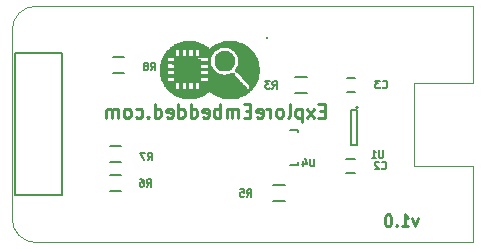
<source format=gbr>
G04 #@! TF.FileFunction,Legend,Bot*
%FSLAX46Y46*%
G04 Gerber Fmt 4.6, Leading zero omitted, Abs format (unit mm)*
G04 Created by KiCad (PCBNEW 4.0.4-stable) date 12/05/16 16:27:05*
%MOMM*%
%LPD*%
G01*
G04 APERTURE LIST*
%ADD10C,0.100000*%
%ADD11C,0.250000*%
%ADD12C,0.285750*%
%ADD13C,0.150000*%
%ADD14C,0.010000*%
G04 APERTURE END LIST*
D10*
D11*
X174351771Y-67959314D02*
X174113676Y-68625981D01*
X173875580Y-67959314D01*
X172970818Y-68625981D02*
X173542247Y-68625981D01*
X173256533Y-68625981D02*
X173256533Y-67625981D01*
X173351771Y-67768838D01*
X173447009Y-67864076D01*
X173542247Y-67911695D01*
X172542247Y-68530743D02*
X172494628Y-68578362D01*
X172542247Y-68625981D01*
X172589866Y-68578362D01*
X172542247Y-68530743D01*
X172542247Y-68625981D01*
X171875581Y-67625981D02*
X171780342Y-67625981D01*
X171685104Y-67673600D01*
X171637485Y-67721219D01*
X171589866Y-67816457D01*
X171542247Y-68006933D01*
X171542247Y-68245029D01*
X171589866Y-68435505D01*
X171637485Y-68530743D01*
X171685104Y-68578362D01*
X171780342Y-68625981D01*
X171875581Y-68625981D01*
X171970819Y-68578362D01*
X172018438Y-68530743D01*
X172066057Y-68435505D01*
X172113676Y-68245029D01*
X172113676Y-68006933D01*
X172066057Y-67816457D01*
X172018438Y-67721219D01*
X171970819Y-67673600D01*
X171875581Y-67625981D01*
D12*
X166478857Y-58846357D02*
X166097857Y-58846357D01*
X165934571Y-59445071D02*
X166478857Y-59445071D01*
X166478857Y-58302071D01*
X165934571Y-58302071D01*
X165553571Y-59445071D02*
X164954857Y-58683071D01*
X165553571Y-58683071D02*
X164954857Y-59445071D01*
X164519428Y-58683071D02*
X164519428Y-59826071D01*
X164519428Y-58737500D02*
X164410571Y-58683071D01*
X164192857Y-58683071D01*
X164084000Y-58737500D01*
X164029571Y-58791929D01*
X163975142Y-58900786D01*
X163975142Y-59227357D01*
X164029571Y-59336214D01*
X164084000Y-59390643D01*
X164192857Y-59445071D01*
X164410571Y-59445071D01*
X164519428Y-59390643D01*
X163321999Y-59445071D02*
X163430857Y-59390643D01*
X163485285Y-59281786D01*
X163485285Y-58302071D01*
X162723285Y-59445071D02*
X162832143Y-59390643D01*
X162886571Y-59336214D01*
X162941000Y-59227357D01*
X162941000Y-58900786D01*
X162886571Y-58791929D01*
X162832143Y-58737500D01*
X162723285Y-58683071D01*
X162560000Y-58683071D01*
X162451143Y-58737500D01*
X162396714Y-58791929D01*
X162342285Y-58900786D01*
X162342285Y-59227357D01*
X162396714Y-59336214D01*
X162451143Y-59390643D01*
X162560000Y-59445071D01*
X162723285Y-59445071D01*
X161852428Y-59445071D02*
X161852428Y-58683071D01*
X161852428Y-58900786D02*
X161798000Y-58791929D01*
X161743571Y-58737500D01*
X161634714Y-58683071D01*
X161525857Y-58683071D01*
X160709429Y-59390643D02*
X160818286Y-59445071D01*
X161036000Y-59445071D01*
X161144857Y-59390643D01*
X161199286Y-59281786D01*
X161199286Y-58846357D01*
X161144857Y-58737500D01*
X161036000Y-58683071D01*
X160818286Y-58683071D01*
X160709429Y-58737500D01*
X160655000Y-58846357D01*
X160655000Y-58955214D01*
X161199286Y-59064071D01*
X160165143Y-58846357D02*
X159784143Y-58846357D01*
X159620857Y-59445071D02*
X160165143Y-59445071D01*
X160165143Y-58302071D01*
X159620857Y-58302071D01*
X159131000Y-59445071D02*
X159131000Y-58683071D01*
X159131000Y-58791929D02*
X159076572Y-58737500D01*
X158967714Y-58683071D01*
X158804429Y-58683071D01*
X158695572Y-58737500D01*
X158641143Y-58846357D01*
X158641143Y-59445071D01*
X158641143Y-58846357D02*
X158586714Y-58737500D01*
X158477857Y-58683071D01*
X158314572Y-58683071D01*
X158205714Y-58737500D01*
X158151286Y-58846357D01*
X158151286Y-59445071D01*
X157607000Y-59445071D02*
X157607000Y-58302071D01*
X157607000Y-58737500D02*
X157498143Y-58683071D01*
X157280429Y-58683071D01*
X157171572Y-58737500D01*
X157117143Y-58791929D01*
X157062714Y-58900786D01*
X157062714Y-59227357D01*
X157117143Y-59336214D01*
X157171572Y-59390643D01*
X157280429Y-59445071D01*
X157498143Y-59445071D01*
X157607000Y-59390643D01*
X156137429Y-59390643D02*
X156246286Y-59445071D01*
X156464000Y-59445071D01*
X156572857Y-59390643D01*
X156627286Y-59281786D01*
X156627286Y-58846357D01*
X156572857Y-58737500D01*
X156464000Y-58683071D01*
X156246286Y-58683071D01*
X156137429Y-58737500D01*
X156083000Y-58846357D01*
X156083000Y-58955214D01*
X156627286Y-59064071D01*
X155103286Y-59445071D02*
X155103286Y-58302071D01*
X155103286Y-59390643D02*
X155212143Y-59445071D01*
X155429857Y-59445071D01*
X155538715Y-59390643D01*
X155593143Y-59336214D01*
X155647572Y-59227357D01*
X155647572Y-58900786D01*
X155593143Y-58791929D01*
X155538715Y-58737500D01*
X155429857Y-58683071D01*
X155212143Y-58683071D01*
X155103286Y-58737500D01*
X154069143Y-59445071D02*
X154069143Y-58302071D01*
X154069143Y-59390643D02*
X154178000Y-59445071D01*
X154395714Y-59445071D01*
X154504572Y-59390643D01*
X154559000Y-59336214D01*
X154613429Y-59227357D01*
X154613429Y-58900786D01*
X154559000Y-58791929D01*
X154504572Y-58737500D01*
X154395714Y-58683071D01*
X154178000Y-58683071D01*
X154069143Y-58737500D01*
X153089429Y-59390643D02*
X153198286Y-59445071D01*
X153416000Y-59445071D01*
X153524857Y-59390643D01*
X153579286Y-59281786D01*
X153579286Y-58846357D01*
X153524857Y-58737500D01*
X153416000Y-58683071D01*
X153198286Y-58683071D01*
X153089429Y-58737500D01*
X153035000Y-58846357D01*
X153035000Y-58955214D01*
X153579286Y-59064071D01*
X152055286Y-59445071D02*
X152055286Y-58302071D01*
X152055286Y-59390643D02*
X152164143Y-59445071D01*
X152381857Y-59445071D01*
X152490715Y-59390643D01*
X152545143Y-59336214D01*
X152599572Y-59227357D01*
X152599572Y-58900786D01*
X152545143Y-58791929D01*
X152490715Y-58737500D01*
X152381857Y-58683071D01*
X152164143Y-58683071D01*
X152055286Y-58737500D01*
X151511000Y-59336214D02*
X151456572Y-59390643D01*
X151511000Y-59445071D01*
X151565429Y-59390643D01*
X151511000Y-59336214D01*
X151511000Y-59445071D01*
X150476857Y-59390643D02*
X150585714Y-59445071D01*
X150803428Y-59445071D01*
X150912286Y-59390643D01*
X150966714Y-59336214D01*
X151021143Y-59227357D01*
X151021143Y-58900786D01*
X150966714Y-58791929D01*
X150912286Y-58737500D01*
X150803428Y-58683071D01*
X150585714Y-58683071D01*
X150476857Y-58737500D01*
X149823714Y-59445071D02*
X149932572Y-59390643D01*
X149987000Y-59336214D01*
X150041429Y-59227357D01*
X150041429Y-58900786D01*
X149987000Y-58791929D01*
X149932572Y-58737500D01*
X149823714Y-58683071D01*
X149660429Y-58683071D01*
X149551572Y-58737500D01*
X149497143Y-58791929D01*
X149442714Y-58900786D01*
X149442714Y-59227357D01*
X149497143Y-59336214D01*
X149551572Y-59390643D01*
X149660429Y-59445071D01*
X149823714Y-59445071D01*
X148952857Y-59445071D02*
X148952857Y-58683071D01*
X148952857Y-58791929D02*
X148898429Y-58737500D01*
X148789571Y-58683071D01*
X148626286Y-58683071D01*
X148517429Y-58737500D01*
X148463000Y-58846357D01*
X148463000Y-59445071D01*
X148463000Y-58846357D02*
X148408571Y-58737500D01*
X148299714Y-58683071D01*
X148136429Y-58683071D01*
X148027571Y-58737500D01*
X147973143Y-58846357D01*
X147973143Y-59445071D01*
D10*
X179000000Y-63500000D02*
X179000000Y-70000000D01*
X179000000Y-56500000D02*
X179000000Y-50000000D01*
X174000000Y-63500000D02*
X179000000Y-63500000D01*
X174000000Y-56500000D02*
X174000000Y-63500000D01*
X179000000Y-56500000D02*
X174000000Y-56500000D01*
X179000000Y-50000000D02*
X142000000Y-50000000D01*
X179000000Y-70000000D02*
X142000000Y-70000000D01*
X140000000Y-52000000D02*
X140000000Y-68000000D01*
X140000000Y-68000000D02*
G75*
G03X142000000Y-70000000I2000000J0D01*
G01*
X142000000Y-50000000D02*
G75*
G03X140000000Y-52000000I0J-2000000D01*
G01*
D13*
X144240000Y-65944000D02*
X140240000Y-65944000D01*
X140240000Y-65944000D02*
X140240000Y-53944000D01*
X140240000Y-53944000D02*
X144240000Y-53944000D01*
X144240000Y-53944000D02*
X144240000Y-65944000D01*
X169006000Y-62900000D02*
X168306000Y-62900000D01*
X168306000Y-64100000D02*
X169006000Y-64100000D01*
X169069500Y-56042000D02*
X168369500Y-56042000D01*
X168369500Y-57242000D02*
X169069500Y-57242000D01*
X163965000Y-57380500D02*
X164965000Y-57380500D01*
X164965000Y-56030500D02*
X163965000Y-56030500D01*
X162060000Y-66524500D02*
X163060000Y-66524500D01*
X163060000Y-65174500D02*
X162060000Y-65174500D01*
X148250000Y-65675000D02*
X149250000Y-65675000D01*
X149250000Y-64325000D02*
X148250000Y-64325000D01*
X148250000Y-63175000D02*
X149250000Y-63175000D01*
X149250000Y-61825000D02*
X148250000Y-61825000D01*
X148500000Y-55675000D02*
X149500000Y-55675000D01*
X149500000Y-54325000D02*
X148500000Y-54325000D01*
X169310000Y-58561500D02*
G75*
G03X169310000Y-58561500I-100000J0D01*
G01*
X168660000Y-58811500D02*
X169160000Y-58811500D01*
X168660000Y-61711500D02*
X168660000Y-58811500D01*
X169160000Y-61711500D02*
X168660000Y-61711500D01*
X169160000Y-58811500D02*
X169160000Y-61711500D01*
X163525200Y-63475820D02*
X164226240Y-63475820D01*
X164226240Y-63475820D02*
X164226240Y-63226900D01*
X164226240Y-60676840D02*
X164226240Y-60476180D01*
X164226240Y-60476180D02*
X163525200Y-60476180D01*
D14*
G36*
X161544000Y-52578000D02*
X161494000Y-52578000D01*
X161494000Y-52628000D01*
X161544000Y-52628000D01*
X161544000Y-52578000D01*
X161544000Y-52578000D01*
G37*
X161544000Y-52578000D02*
X161494000Y-52578000D01*
X161494000Y-52628000D01*
X161544000Y-52628000D01*
X161544000Y-52578000D01*
G36*
X161544000Y-52628000D02*
X161494000Y-52628000D01*
X161494000Y-52678000D01*
X161544000Y-52678000D01*
X161544000Y-52628000D01*
X161544000Y-52628000D01*
G37*
X161544000Y-52628000D02*
X161494000Y-52628000D01*
X161494000Y-52678000D01*
X161544000Y-52678000D01*
X161544000Y-52628000D01*
G36*
X158644000Y-52928000D02*
X158594000Y-52928000D01*
X158594000Y-52978000D01*
X158644000Y-52978000D01*
X158644000Y-52928000D01*
X158644000Y-52928000D01*
G37*
X158644000Y-52928000D02*
X158594000Y-52928000D01*
X158594000Y-52978000D01*
X158644000Y-52978000D01*
X158644000Y-52928000D01*
G36*
X158594000Y-52928000D02*
X158544000Y-52928000D01*
X158544000Y-52978000D01*
X158594000Y-52978000D01*
X158594000Y-52928000D01*
X158594000Y-52928000D01*
G37*
X158594000Y-52928000D02*
X158544000Y-52928000D01*
X158544000Y-52978000D01*
X158594000Y-52978000D01*
X158594000Y-52928000D01*
G36*
X158544000Y-52928000D02*
X158494000Y-52928000D01*
X158494000Y-52978000D01*
X158544000Y-52978000D01*
X158544000Y-52928000D01*
X158544000Y-52928000D01*
G37*
X158544000Y-52928000D02*
X158494000Y-52928000D01*
X158494000Y-52978000D01*
X158544000Y-52978000D01*
X158544000Y-52928000D01*
G36*
X158494000Y-52928000D02*
X158444000Y-52928000D01*
X158444000Y-52978000D01*
X158494000Y-52978000D01*
X158494000Y-52928000D01*
X158494000Y-52928000D01*
G37*
X158494000Y-52928000D02*
X158444000Y-52928000D01*
X158444000Y-52978000D01*
X158494000Y-52978000D01*
X158494000Y-52928000D01*
G36*
X158444000Y-52928000D02*
X158394000Y-52928000D01*
X158394000Y-52978000D01*
X158444000Y-52978000D01*
X158444000Y-52928000D01*
X158444000Y-52928000D01*
G37*
X158444000Y-52928000D02*
X158394000Y-52928000D01*
X158394000Y-52978000D01*
X158444000Y-52978000D01*
X158444000Y-52928000D01*
G36*
X158394000Y-52928000D02*
X158344000Y-52928000D01*
X158344000Y-52978000D01*
X158394000Y-52978000D01*
X158394000Y-52928000D01*
X158394000Y-52928000D01*
G37*
X158394000Y-52928000D02*
X158344000Y-52928000D01*
X158344000Y-52978000D01*
X158394000Y-52978000D01*
X158394000Y-52928000D01*
G36*
X158344000Y-52928000D02*
X158294000Y-52928000D01*
X158294000Y-52978000D01*
X158344000Y-52978000D01*
X158344000Y-52928000D01*
X158344000Y-52928000D01*
G37*
X158344000Y-52928000D02*
X158294000Y-52928000D01*
X158294000Y-52978000D01*
X158344000Y-52978000D01*
X158344000Y-52928000D01*
G36*
X158294000Y-52928000D02*
X158244000Y-52928000D01*
X158244000Y-52978000D01*
X158294000Y-52978000D01*
X158294000Y-52928000D01*
X158294000Y-52928000D01*
G37*
X158294000Y-52928000D02*
X158244000Y-52928000D01*
X158244000Y-52978000D01*
X158294000Y-52978000D01*
X158294000Y-52928000D01*
G36*
X158244000Y-52928000D02*
X158194000Y-52928000D01*
X158194000Y-52978000D01*
X158244000Y-52978000D01*
X158244000Y-52928000D01*
X158244000Y-52928000D01*
G37*
X158244000Y-52928000D02*
X158194000Y-52928000D01*
X158194000Y-52978000D01*
X158244000Y-52978000D01*
X158244000Y-52928000D01*
G36*
X155044000Y-52928000D02*
X154994000Y-52928000D01*
X154994000Y-52978000D01*
X155044000Y-52978000D01*
X155044000Y-52928000D01*
X155044000Y-52928000D01*
G37*
X155044000Y-52928000D02*
X154994000Y-52928000D01*
X154994000Y-52978000D01*
X155044000Y-52978000D01*
X155044000Y-52928000D01*
G36*
X154994000Y-52928000D02*
X154944000Y-52928000D01*
X154944000Y-52978000D01*
X154994000Y-52978000D01*
X154994000Y-52928000D01*
X154994000Y-52928000D01*
G37*
X154994000Y-52928000D02*
X154944000Y-52928000D01*
X154944000Y-52978000D01*
X154994000Y-52978000D01*
X154994000Y-52928000D01*
G36*
X154944000Y-52928000D02*
X154894000Y-52928000D01*
X154894000Y-52978000D01*
X154944000Y-52978000D01*
X154944000Y-52928000D01*
X154944000Y-52928000D01*
G37*
X154944000Y-52928000D02*
X154894000Y-52928000D01*
X154894000Y-52978000D01*
X154944000Y-52978000D01*
X154944000Y-52928000D01*
G36*
X158994000Y-52978000D02*
X158944000Y-52978000D01*
X158944000Y-53028000D01*
X158994000Y-53028000D01*
X158994000Y-52978000D01*
X158994000Y-52978000D01*
G37*
X158994000Y-52978000D02*
X158944000Y-52978000D01*
X158944000Y-53028000D01*
X158994000Y-53028000D01*
X158994000Y-52978000D01*
G36*
X158944000Y-52978000D02*
X158894000Y-52978000D01*
X158894000Y-53028000D01*
X158944000Y-53028000D01*
X158944000Y-52978000D01*
X158944000Y-52978000D01*
G37*
X158944000Y-52978000D02*
X158894000Y-52978000D01*
X158894000Y-53028000D01*
X158944000Y-53028000D01*
X158944000Y-52978000D01*
G36*
X158894000Y-52978000D02*
X158844000Y-52978000D01*
X158844000Y-53028000D01*
X158894000Y-53028000D01*
X158894000Y-52978000D01*
X158894000Y-52978000D01*
G37*
X158894000Y-52978000D02*
X158844000Y-52978000D01*
X158844000Y-53028000D01*
X158894000Y-53028000D01*
X158894000Y-52978000D01*
G36*
X158844000Y-52978000D02*
X158794000Y-52978000D01*
X158794000Y-53028000D01*
X158844000Y-53028000D01*
X158844000Y-52978000D01*
X158844000Y-52978000D01*
G37*
X158844000Y-52978000D02*
X158794000Y-52978000D01*
X158794000Y-53028000D01*
X158844000Y-53028000D01*
X158844000Y-52978000D01*
G36*
X158794000Y-52978000D02*
X158744000Y-52978000D01*
X158744000Y-53028000D01*
X158794000Y-53028000D01*
X158794000Y-52978000D01*
X158794000Y-52978000D01*
G37*
X158794000Y-52978000D02*
X158744000Y-52978000D01*
X158744000Y-53028000D01*
X158794000Y-53028000D01*
X158794000Y-52978000D01*
G36*
X158744000Y-52978000D02*
X158694000Y-52978000D01*
X158694000Y-53028000D01*
X158744000Y-53028000D01*
X158744000Y-52978000D01*
X158744000Y-52978000D01*
G37*
X158744000Y-52978000D02*
X158694000Y-52978000D01*
X158694000Y-53028000D01*
X158744000Y-53028000D01*
X158744000Y-52978000D01*
G36*
X158694000Y-52978000D02*
X158644000Y-52978000D01*
X158644000Y-53028000D01*
X158694000Y-53028000D01*
X158694000Y-52978000D01*
X158694000Y-52978000D01*
G37*
X158694000Y-52978000D02*
X158644000Y-52978000D01*
X158644000Y-53028000D01*
X158694000Y-53028000D01*
X158694000Y-52978000D01*
G36*
X158644000Y-52978000D02*
X158594000Y-52978000D01*
X158594000Y-53028000D01*
X158644000Y-53028000D01*
X158644000Y-52978000D01*
X158644000Y-52978000D01*
G37*
X158644000Y-52978000D02*
X158594000Y-52978000D01*
X158594000Y-53028000D01*
X158644000Y-53028000D01*
X158644000Y-52978000D01*
G36*
X158594000Y-52978000D02*
X158544000Y-52978000D01*
X158544000Y-53028000D01*
X158594000Y-53028000D01*
X158594000Y-52978000D01*
X158594000Y-52978000D01*
G37*
X158594000Y-52978000D02*
X158544000Y-52978000D01*
X158544000Y-53028000D01*
X158594000Y-53028000D01*
X158594000Y-52978000D01*
G36*
X158544000Y-52978000D02*
X158494000Y-52978000D01*
X158494000Y-53028000D01*
X158544000Y-53028000D01*
X158544000Y-52978000D01*
X158544000Y-52978000D01*
G37*
X158544000Y-52978000D02*
X158494000Y-52978000D01*
X158494000Y-53028000D01*
X158544000Y-53028000D01*
X158544000Y-52978000D01*
G36*
X158494000Y-52978000D02*
X158444000Y-52978000D01*
X158444000Y-53028000D01*
X158494000Y-53028000D01*
X158494000Y-52978000D01*
X158494000Y-52978000D01*
G37*
X158494000Y-52978000D02*
X158444000Y-52978000D01*
X158444000Y-53028000D01*
X158494000Y-53028000D01*
X158494000Y-52978000D01*
G36*
X158444000Y-52978000D02*
X158394000Y-52978000D01*
X158394000Y-53028000D01*
X158444000Y-53028000D01*
X158444000Y-52978000D01*
X158444000Y-52978000D01*
G37*
X158444000Y-52978000D02*
X158394000Y-52978000D01*
X158394000Y-53028000D01*
X158444000Y-53028000D01*
X158444000Y-52978000D01*
G36*
X158394000Y-52978000D02*
X158344000Y-52978000D01*
X158344000Y-53028000D01*
X158394000Y-53028000D01*
X158394000Y-52978000D01*
X158394000Y-52978000D01*
G37*
X158394000Y-52978000D02*
X158344000Y-52978000D01*
X158344000Y-53028000D01*
X158394000Y-53028000D01*
X158394000Y-52978000D01*
G36*
X158344000Y-52978000D02*
X158294000Y-52978000D01*
X158294000Y-53028000D01*
X158344000Y-53028000D01*
X158344000Y-52978000D01*
X158344000Y-52978000D01*
G37*
X158344000Y-52978000D02*
X158294000Y-52978000D01*
X158294000Y-53028000D01*
X158344000Y-53028000D01*
X158344000Y-52978000D01*
G36*
X158294000Y-52978000D02*
X158244000Y-52978000D01*
X158244000Y-53028000D01*
X158294000Y-53028000D01*
X158294000Y-52978000D01*
X158294000Y-52978000D01*
G37*
X158294000Y-52978000D02*
X158244000Y-52978000D01*
X158244000Y-53028000D01*
X158294000Y-53028000D01*
X158294000Y-52978000D01*
G36*
X158244000Y-52978000D02*
X158194000Y-52978000D01*
X158194000Y-53028000D01*
X158244000Y-53028000D01*
X158244000Y-52978000D01*
X158244000Y-52978000D01*
G37*
X158244000Y-52978000D02*
X158194000Y-52978000D01*
X158194000Y-53028000D01*
X158244000Y-53028000D01*
X158244000Y-52978000D01*
G36*
X158194000Y-52978000D02*
X158144000Y-52978000D01*
X158144000Y-53028000D01*
X158194000Y-53028000D01*
X158194000Y-52978000D01*
X158194000Y-52978000D01*
G37*
X158194000Y-52978000D02*
X158144000Y-52978000D01*
X158144000Y-53028000D01*
X158194000Y-53028000D01*
X158194000Y-52978000D01*
G36*
X158144000Y-52978000D02*
X158094000Y-52978000D01*
X158094000Y-53028000D01*
X158144000Y-53028000D01*
X158144000Y-52978000D01*
X158144000Y-52978000D01*
G37*
X158144000Y-52978000D02*
X158094000Y-52978000D01*
X158094000Y-53028000D01*
X158144000Y-53028000D01*
X158144000Y-52978000D01*
G36*
X158094000Y-52978000D02*
X158044000Y-52978000D01*
X158044000Y-53028000D01*
X158094000Y-53028000D01*
X158094000Y-52978000D01*
X158094000Y-52978000D01*
G37*
X158094000Y-52978000D02*
X158044000Y-52978000D01*
X158044000Y-53028000D01*
X158094000Y-53028000D01*
X158094000Y-52978000D01*
G36*
X158044000Y-52978000D02*
X157994000Y-52978000D01*
X157994000Y-53028000D01*
X158044000Y-53028000D01*
X158044000Y-52978000D01*
X158044000Y-52978000D01*
G37*
X158044000Y-52978000D02*
X157994000Y-52978000D01*
X157994000Y-53028000D01*
X158044000Y-53028000D01*
X158044000Y-52978000D01*
G36*
X157994000Y-52978000D02*
X157944000Y-52978000D01*
X157944000Y-53028000D01*
X157994000Y-53028000D01*
X157994000Y-52978000D01*
X157994000Y-52978000D01*
G37*
X157994000Y-52978000D02*
X157944000Y-52978000D01*
X157944000Y-53028000D01*
X157994000Y-53028000D01*
X157994000Y-52978000D01*
G36*
X157944000Y-52978000D02*
X157894000Y-52978000D01*
X157894000Y-53028000D01*
X157944000Y-53028000D01*
X157944000Y-52978000D01*
X157944000Y-52978000D01*
G37*
X157944000Y-52978000D02*
X157894000Y-52978000D01*
X157894000Y-53028000D01*
X157944000Y-53028000D01*
X157944000Y-52978000D01*
G36*
X157894000Y-52978000D02*
X157844000Y-52978000D01*
X157844000Y-53028000D01*
X157894000Y-53028000D01*
X157894000Y-52978000D01*
X157894000Y-52978000D01*
G37*
X157894000Y-52978000D02*
X157844000Y-52978000D01*
X157844000Y-53028000D01*
X157894000Y-53028000D01*
X157894000Y-52978000D01*
G36*
X155494000Y-52978000D02*
X155444000Y-52978000D01*
X155444000Y-53028000D01*
X155494000Y-53028000D01*
X155494000Y-52978000D01*
X155494000Y-52978000D01*
G37*
X155494000Y-52978000D02*
X155444000Y-52978000D01*
X155444000Y-53028000D01*
X155494000Y-53028000D01*
X155494000Y-52978000D01*
G36*
X155444000Y-52978000D02*
X155394000Y-52978000D01*
X155394000Y-53028000D01*
X155444000Y-53028000D01*
X155444000Y-52978000D01*
X155444000Y-52978000D01*
G37*
X155444000Y-52978000D02*
X155394000Y-52978000D01*
X155394000Y-53028000D01*
X155444000Y-53028000D01*
X155444000Y-52978000D01*
G36*
X155394000Y-52978000D02*
X155344000Y-52978000D01*
X155344000Y-53028000D01*
X155394000Y-53028000D01*
X155394000Y-52978000D01*
X155394000Y-52978000D01*
G37*
X155394000Y-52978000D02*
X155344000Y-52978000D01*
X155344000Y-53028000D01*
X155394000Y-53028000D01*
X155394000Y-52978000D01*
G36*
X155344000Y-52978000D02*
X155294000Y-52978000D01*
X155294000Y-53028000D01*
X155344000Y-53028000D01*
X155344000Y-52978000D01*
X155344000Y-52978000D01*
G37*
X155344000Y-52978000D02*
X155294000Y-52978000D01*
X155294000Y-53028000D01*
X155344000Y-53028000D01*
X155344000Y-52978000D01*
G36*
X155294000Y-52978000D02*
X155244000Y-52978000D01*
X155244000Y-53028000D01*
X155294000Y-53028000D01*
X155294000Y-52978000D01*
X155294000Y-52978000D01*
G37*
X155294000Y-52978000D02*
X155244000Y-52978000D01*
X155244000Y-53028000D01*
X155294000Y-53028000D01*
X155294000Y-52978000D01*
G36*
X155244000Y-52978000D02*
X155194000Y-52978000D01*
X155194000Y-53028000D01*
X155244000Y-53028000D01*
X155244000Y-52978000D01*
X155244000Y-52978000D01*
G37*
X155244000Y-52978000D02*
X155194000Y-52978000D01*
X155194000Y-53028000D01*
X155244000Y-53028000D01*
X155244000Y-52978000D01*
G36*
X155194000Y-52978000D02*
X155144000Y-52978000D01*
X155144000Y-53028000D01*
X155194000Y-53028000D01*
X155194000Y-52978000D01*
X155194000Y-52978000D01*
G37*
X155194000Y-52978000D02*
X155144000Y-52978000D01*
X155144000Y-53028000D01*
X155194000Y-53028000D01*
X155194000Y-52978000D01*
G36*
X155144000Y-52978000D02*
X155094000Y-52978000D01*
X155094000Y-53028000D01*
X155144000Y-53028000D01*
X155144000Y-52978000D01*
X155144000Y-52978000D01*
G37*
X155144000Y-52978000D02*
X155094000Y-52978000D01*
X155094000Y-53028000D01*
X155144000Y-53028000D01*
X155144000Y-52978000D01*
G36*
X155094000Y-52978000D02*
X155044000Y-52978000D01*
X155044000Y-53028000D01*
X155094000Y-53028000D01*
X155094000Y-52978000D01*
X155094000Y-52978000D01*
G37*
X155094000Y-52978000D02*
X155044000Y-52978000D01*
X155044000Y-53028000D01*
X155094000Y-53028000D01*
X155094000Y-52978000D01*
G36*
X155044000Y-52978000D02*
X154994000Y-52978000D01*
X154994000Y-53028000D01*
X155044000Y-53028000D01*
X155044000Y-52978000D01*
X155044000Y-52978000D01*
G37*
X155044000Y-52978000D02*
X154994000Y-52978000D01*
X154994000Y-53028000D01*
X155044000Y-53028000D01*
X155044000Y-52978000D01*
G36*
X154994000Y-52978000D02*
X154944000Y-52978000D01*
X154944000Y-53028000D01*
X154994000Y-53028000D01*
X154994000Y-52978000D01*
X154994000Y-52978000D01*
G37*
X154994000Y-52978000D02*
X154944000Y-52978000D01*
X154944000Y-53028000D01*
X154994000Y-53028000D01*
X154994000Y-52978000D01*
G36*
X154944000Y-52978000D02*
X154894000Y-52978000D01*
X154894000Y-53028000D01*
X154944000Y-53028000D01*
X154944000Y-52978000D01*
X154944000Y-52978000D01*
G37*
X154944000Y-52978000D02*
X154894000Y-52978000D01*
X154894000Y-53028000D01*
X154944000Y-53028000D01*
X154944000Y-52978000D01*
G36*
X154894000Y-52978000D02*
X154844000Y-52978000D01*
X154844000Y-53028000D01*
X154894000Y-53028000D01*
X154894000Y-52978000D01*
X154894000Y-52978000D01*
G37*
X154894000Y-52978000D02*
X154844000Y-52978000D01*
X154844000Y-53028000D01*
X154894000Y-53028000D01*
X154894000Y-52978000D01*
G36*
X154844000Y-52978000D02*
X154794000Y-52978000D01*
X154794000Y-53028000D01*
X154844000Y-53028000D01*
X154844000Y-52978000D01*
X154844000Y-52978000D01*
G37*
X154844000Y-52978000D02*
X154794000Y-52978000D01*
X154794000Y-53028000D01*
X154844000Y-53028000D01*
X154844000Y-52978000D01*
G36*
X154794000Y-52978000D02*
X154744000Y-52978000D01*
X154744000Y-53028000D01*
X154794000Y-53028000D01*
X154794000Y-52978000D01*
X154794000Y-52978000D01*
G37*
X154794000Y-52978000D02*
X154744000Y-52978000D01*
X154744000Y-53028000D01*
X154794000Y-53028000D01*
X154794000Y-52978000D01*
G36*
X154744000Y-52978000D02*
X154694000Y-52978000D01*
X154694000Y-53028000D01*
X154744000Y-53028000D01*
X154744000Y-52978000D01*
X154744000Y-52978000D01*
G37*
X154744000Y-52978000D02*
X154694000Y-52978000D01*
X154694000Y-53028000D01*
X154744000Y-53028000D01*
X154744000Y-52978000D01*
G36*
X154694000Y-52978000D02*
X154644000Y-52978000D01*
X154644000Y-53028000D01*
X154694000Y-53028000D01*
X154694000Y-52978000D01*
X154694000Y-52978000D01*
G37*
X154694000Y-52978000D02*
X154644000Y-52978000D01*
X154644000Y-53028000D01*
X154694000Y-53028000D01*
X154694000Y-52978000D01*
G36*
X154644000Y-52978000D02*
X154594000Y-52978000D01*
X154594000Y-53028000D01*
X154644000Y-53028000D01*
X154644000Y-52978000D01*
X154644000Y-52978000D01*
G37*
X154644000Y-52978000D02*
X154594000Y-52978000D01*
X154594000Y-53028000D01*
X154644000Y-53028000D01*
X154644000Y-52978000D01*
G36*
X154594000Y-52978000D02*
X154544000Y-52978000D01*
X154544000Y-53028000D01*
X154594000Y-53028000D01*
X154594000Y-52978000D01*
X154594000Y-52978000D01*
G37*
X154594000Y-52978000D02*
X154544000Y-52978000D01*
X154544000Y-53028000D01*
X154594000Y-53028000D01*
X154594000Y-52978000D01*
G36*
X154544000Y-52978000D02*
X154494000Y-52978000D01*
X154494000Y-53028000D01*
X154544000Y-53028000D01*
X154544000Y-52978000D01*
X154544000Y-52978000D01*
G37*
X154544000Y-52978000D02*
X154494000Y-52978000D01*
X154494000Y-53028000D01*
X154544000Y-53028000D01*
X154544000Y-52978000D01*
G36*
X154494000Y-52978000D02*
X154444000Y-52978000D01*
X154444000Y-53028000D01*
X154494000Y-53028000D01*
X154494000Y-52978000D01*
X154494000Y-52978000D01*
G37*
X154494000Y-52978000D02*
X154444000Y-52978000D01*
X154444000Y-53028000D01*
X154494000Y-53028000D01*
X154494000Y-52978000D01*
G36*
X159144000Y-53028000D02*
X159094000Y-53028000D01*
X159094000Y-53078000D01*
X159144000Y-53078000D01*
X159144000Y-53028000D01*
X159144000Y-53028000D01*
G37*
X159144000Y-53028000D02*
X159094000Y-53028000D01*
X159094000Y-53078000D01*
X159144000Y-53078000D01*
X159144000Y-53028000D01*
G36*
X159094000Y-53028000D02*
X159044000Y-53028000D01*
X159044000Y-53078000D01*
X159094000Y-53078000D01*
X159094000Y-53028000D01*
X159094000Y-53028000D01*
G37*
X159094000Y-53028000D02*
X159044000Y-53028000D01*
X159044000Y-53078000D01*
X159094000Y-53078000D01*
X159094000Y-53028000D01*
G36*
X159044000Y-53028000D02*
X158994000Y-53028000D01*
X158994000Y-53078000D01*
X159044000Y-53078000D01*
X159044000Y-53028000D01*
X159044000Y-53028000D01*
G37*
X159044000Y-53028000D02*
X158994000Y-53028000D01*
X158994000Y-53078000D01*
X159044000Y-53078000D01*
X159044000Y-53028000D01*
G36*
X158994000Y-53028000D02*
X158944000Y-53028000D01*
X158944000Y-53078000D01*
X158994000Y-53078000D01*
X158994000Y-53028000D01*
X158994000Y-53028000D01*
G37*
X158994000Y-53028000D02*
X158944000Y-53028000D01*
X158944000Y-53078000D01*
X158994000Y-53078000D01*
X158994000Y-53028000D01*
G36*
X158944000Y-53028000D02*
X158894000Y-53028000D01*
X158894000Y-53078000D01*
X158944000Y-53078000D01*
X158944000Y-53028000D01*
X158944000Y-53028000D01*
G37*
X158944000Y-53028000D02*
X158894000Y-53028000D01*
X158894000Y-53078000D01*
X158944000Y-53078000D01*
X158944000Y-53028000D01*
G36*
X158894000Y-53028000D02*
X158844000Y-53028000D01*
X158844000Y-53078000D01*
X158894000Y-53078000D01*
X158894000Y-53028000D01*
X158894000Y-53028000D01*
G37*
X158894000Y-53028000D02*
X158844000Y-53028000D01*
X158844000Y-53078000D01*
X158894000Y-53078000D01*
X158894000Y-53028000D01*
G36*
X158844000Y-53028000D02*
X158794000Y-53028000D01*
X158794000Y-53078000D01*
X158844000Y-53078000D01*
X158844000Y-53028000D01*
X158844000Y-53028000D01*
G37*
X158844000Y-53028000D02*
X158794000Y-53028000D01*
X158794000Y-53078000D01*
X158844000Y-53078000D01*
X158844000Y-53028000D01*
G36*
X158794000Y-53028000D02*
X158744000Y-53028000D01*
X158744000Y-53078000D01*
X158794000Y-53078000D01*
X158794000Y-53028000D01*
X158794000Y-53028000D01*
G37*
X158794000Y-53028000D02*
X158744000Y-53028000D01*
X158744000Y-53078000D01*
X158794000Y-53078000D01*
X158794000Y-53028000D01*
G36*
X158744000Y-53028000D02*
X158694000Y-53028000D01*
X158694000Y-53078000D01*
X158744000Y-53078000D01*
X158744000Y-53028000D01*
X158744000Y-53028000D01*
G37*
X158744000Y-53028000D02*
X158694000Y-53028000D01*
X158694000Y-53078000D01*
X158744000Y-53078000D01*
X158744000Y-53028000D01*
G36*
X158694000Y-53028000D02*
X158644000Y-53028000D01*
X158644000Y-53078000D01*
X158694000Y-53078000D01*
X158694000Y-53028000D01*
X158694000Y-53028000D01*
G37*
X158694000Y-53028000D02*
X158644000Y-53028000D01*
X158644000Y-53078000D01*
X158694000Y-53078000D01*
X158694000Y-53028000D01*
G36*
X158644000Y-53028000D02*
X158594000Y-53028000D01*
X158594000Y-53078000D01*
X158644000Y-53078000D01*
X158644000Y-53028000D01*
X158644000Y-53028000D01*
G37*
X158644000Y-53028000D02*
X158594000Y-53028000D01*
X158594000Y-53078000D01*
X158644000Y-53078000D01*
X158644000Y-53028000D01*
G36*
X158594000Y-53028000D02*
X158544000Y-53028000D01*
X158544000Y-53078000D01*
X158594000Y-53078000D01*
X158594000Y-53028000D01*
X158594000Y-53028000D01*
G37*
X158594000Y-53028000D02*
X158544000Y-53028000D01*
X158544000Y-53078000D01*
X158594000Y-53078000D01*
X158594000Y-53028000D01*
G36*
X158544000Y-53028000D02*
X158494000Y-53028000D01*
X158494000Y-53078000D01*
X158544000Y-53078000D01*
X158544000Y-53028000D01*
X158544000Y-53028000D01*
G37*
X158544000Y-53028000D02*
X158494000Y-53028000D01*
X158494000Y-53078000D01*
X158544000Y-53078000D01*
X158544000Y-53028000D01*
G36*
X158494000Y-53028000D02*
X158444000Y-53028000D01*
X158444000Y-53078000D01*
X158494000Y-53078000D01*
X158494000Y-53028000D01*
X158494000Y-53028000D01*
G37*
X158494000Y-53028000D02*
X158444000Y-53028000D01*
X158444000Y-53078000D01*
X158494000Y-53078000D01*
X158494000Y-53028000D01*
G36*
X158444000Y-53028000D02*
X158394000Y-53028000D01*
X158394000Y-53078000D01*
X158444000Y-53078000D01*
X158444000Y-53028000D01*
X158444000Y-53028000D01*
G37*
X158444000Y-53028000D02*
X158394000Y-53028000D01*
X158394000Y-53078000D01*
X158444000Y-53078000D01*
X158444000Y-53028000D01*
G36*
X158394000Y-53028000D02*
X158344000Y-53028000D01*
X158344000Y-53078000D01*
X158394000Y-53078000D01*
X158394000Y-53028000D01*
X158394000Y-53028000D01*
G37*
X158394000Y-53028000D02*
X158344000Y-53028000D01*
X158344000Y-53078000D01*
X158394000Y-53078000D01*
X158394000Y-53028000D01*
G36*
X158344000Y-53028000D02*
X158294000Y-53028000D01*
X158294000Y-53078000D01*
X158344000Y-53078000D01*
X158344000Y-53028000D01*
X158344000Y-53028000D01*
G37*
X158344000Y-53028000D02*
X158294000Y-53028000D01*
X158294000Y-53078000D01*
X158344000Y-53078000D01*
X158344000Y-53028000D01*
G36*
X158294000Y-53028000D02*
X158244000Y-53028000D01*
X158244000Y-53078000D01*
X158294000Y-53078000D01*
X158294000Y-53028000D01*
X158294000Y-53028000D01*
G37*
X158294000Y-53028000D02*
X158244000Y-53028000D01*
X158244000Y-53078000D01*
X158294000Y-53078000D01*
X158294000Y-53028000D01*
G36*
X158244000Y-53028000D02*
X158194000Y-53028000D01*
X158194000Y-53078000D01*
X158244000Y-53078000D01*
X158244000Y-53028000D01*
X158244000Y-53028000D01*
G37*
X158244000Y-53028000D02*
X158194000Y-53028000D01*
X158194000Y-53078000D01*
X158244000Y-53078000D01*
X158244000Y-53028000D01*
G36*
X158194000Y-53028000D02*
X158144000Y-53028000D01*
X158144000Y-53078000D01*
X158194000Y-53078000D01*
X158194000Y-53028000D01*
X158194000Y-53028000D01*
G37*
X158194000Y-53028000D02*
X158144000Y-53028000D01*
X158144000Y-53078000D01*
X158194000Y-53078000D01*
X158194000Y-53028000D01*
G36*
X158144000Y-53028000D02*
X158094000Y-53028000D01*
X158094000Y-53078000D01*
X158144000Y-53078000D01*
X158144000Y-53028000D01*
X158144000Y-53028000D01*
G37*
X158144000Y-53028000D02*
X158094000Y-53028000D01*
X158094000Y-53078000D01*
X158144000Y-53078000D01*
X158144000Y-53028000D01*
G36*
X158094000Y-53028000D02*
X158044000Y-53028000D01*
X158044000Y-53078000D01*
X158094000Y-53078000D01*
X158094000Y-53028000D01*
X158094000Y-53028000D01*
G37*
X158094000Y-53028000D02*
X158044000Y-53028000D01*
X158044000Y-53078000D01*
X158094000Y-53078000D01*
X158094000Y-53028000D01*
G36*
X158044000Y-53028000D02*
X157994000Y-53028000D01*
X157994000Y-53078000D01*
X158044000Y-53078000D01*
X158044000Y-53028000D01*
X158044000Y-53028000D01*
G37*
X158044000Y-53028000D02*
X157994000Y-53028000D01*
X157994000Y-53078000D01*
X158044000Y-53078000D01*
X158044000Y-53028000D01*
G36*
X157994000Y-53028000D02*
X157944000Y-53028000D01*
X157944000Y-53078000D01*
X157994000Y-53078000D01*
X157994000Y-53028000D01*
X157994000Y-53028000D01*
G37*
X157994000Y-53028000D02*
X157944000Y-53028000D01*
X157944000Y-53078000D01*
X157994000Y-53078000D01*
X157994000Y-53028000D01*
G36*
X157944000Y-53028000D02*
X157894000Y-53028000D01*
X157894000Y-53078000D01*
X157944000Y-53078000D01*
X157944000Y-53028000D01*
X157944000Y-53028000D01*
G37*
X157944000Y-53028000D02*
X157894000Y-53028000D01*
X157894000Y-53078000D01*
X157944000Y-53078000D01*
X157944000Y-53028000D01*
G36*
X157894000Y-53028000D02*
X157844000Y-53028000D01*
X157844000Y-53078000D01*
X157894000Y-53078000D01*
X157894000Y-53028000D01*
X157894000Y-53028000D01*
G37*
X157894000Y-53028000D02*
X157844000Y-53028000D01*
X157844000Y-53078000D01*
X157894000Y-53078000D01*
X157894000Y-53028000D01*
G36*
X157844000Y-53028000D02*
X157794000Y-53028000D01*
X157794000Y-53078000D01*
X157844000Y-53078000D01*
X157844000Y-53028000D01*
X157844000Y-53028000D01*
G37*
X157844000Y-53028000D02*
X157794000Y-53028000D01*
X157794000Y-53078000D01*
X157844000Y-53078000D01*
X157844000Y-53028000D01*
G36*
X157794000Y-53028000D02*
X157744000Y-53028000D01*
X157744000Y-53078000D01*
X157794000Y-53078000D01*
X157794000Y-53028000D01*
X157794000Y-53028000D01*
G37*
X157794000Y-53028000D02*
X157744000Y-53028000D01*
X157744000Y-53078000D01*
X157794000Y-53078000D01*
X157794000Y-53028000D01*
G36*
X157744000Y-53028000D02*
X157694000Y-53028000D01*
X157694000Y-53078000D01*
X157744000Y-53078000D01*
X157744000Y-53028000D01*
X157744000Y-53028000D01*
G37*
X157744000Y-53028000D02*
X157694000Y-53028000D01*
X157694000Y-53078000D01*
X157744000Y-53078000D01*
X157744000Y-53028000D01*
G36*
X157694000Y-53028000D02*
X157644000Y-53028000D01*
X157644000Y-53078000D01*
X157694000Y-53078000D01*
X157694000Y-53028000D01*
X157694000Y-53028000D01*
G37*
X157694000Y-53028000D02*
X157644000Y-53028000D01*
X157644000Y-53078000D01*
X157694000Y-53078000D01*
X157694000Y-53028000D01*
G36*
X155694000Y-53028000D02*
X155644000Y-53028000D01*
X155644000Y-53078000D01*
X155694000Y-53078000D01*
X155694000Y-53028000D01*
X155694000Y-53028000D01*
G37*
X155694000Y-53028000D02*
X155644000Y-53028000D01*
X155644000Y-53078000D01*
X155694000Y-53078000D01*
X155694000Y-53028000D01*
G36*
X155644000Y-53028000D02*
X155594000Y-53028000D01*
X155594000Y-53078000D01*
X155644000Y-53078000D01*
X155644000Y-53028000D01*
X155644000Y-53028000D01*
G37*
X155644000Y-53028000D02*
X155594000Y-53028000D01*
X155594000Y-53078000D01*
X155644000Y-53078000D01*
X155644000Y-53028000D01*
G36*
X155594000Y-53028000D02*
X155544000Y-53028000D01*
X155544000Y-53078000D01*
X155594000Y-53078000D01*
X155594000Y-53028000D01*
X155594000Y-53028000D01*
G37*
X155594000Y-53028000D02*
X155544000Y-53028000D01*
X155544000Y-53078000D01*
X155594000Y-53078000D01*
X155594000Y-53028000D01*
G36*
X155544000Y-53028000D02*
X155494000Y-53028000D01*
X155494000Y-53078000D01*
X155544000Y-53078000D01*
X155544000Y-53028000D01*
X155544000Y-53028000D01*
G37*
X155544000Y-53028000D02*
X155494000Y-53028000D01*
X155494000Y-53078000D01*
X155544000Y-53078000D01*
X155544000Y-53028000D01*
G36*
X155494000Y-53028000D02*
X155444000Y-53028000D01*
X155444000Y-53078000D01*
X155494000Y-53078000D01*
X155494000Y-53028000D01*
X155494000Y-53028000D01*
G37*
X155494000Y-53028000D02*
X155444000Y-53028000D01*
X155444000Y-53078000D01*
X155494000Y-53078000D01*
X155494000Y-53028000D01*
G36*
X155444000Y-53028000D02*
X155394000Y-53028000D01*
X155394000Y-53078000D01*
X155444000Y-53078000D01*
X155444000Y-53028000D01*
X155444000Y-53028000D01*
G37*
X155444000Y-53028000D02*
X155394000Y-53028000D01*
X155394000Y-53078000D01*
X155444000Y-53078000D01*
X155444000Y-53028000D01*
G36*
X155394000Y-53028000D02*
X155344000Y-53028000D01*
X155344000Y-53078000D01*
X155394000Y-53078000D01*
X155394000Y-53028000D01*
X155394000Y-53028000D01*
G37*
X155394000Y-53028000D02*
X155344000Y-53028000D01*
X155344000Y-53078000D01*
X155394000Y-53078000D01*
X155394000Y-53028000D01*
G36*
X155344000Y-53028000D02*
X155294000Y-53028000D01*
X155294000Y-53078000D01*
X155344000Y-53078000D01*
X155344000Y-53028000D01*
X155344000Y-53028000D01*
G37*
X155344000Y-53028000D02*
X155294000Y-53028000D01*
X155294000Y-53078000D01*
X155344000Y-53078000D01*
X155344000Y-53028000D01*
G36*
X155294000Y-53028000D02*
X155244000Y-53028000D01*
X155244000Y-53078000D01*
X155294000Y-53078000D01*
X155294000Y-53028000D01*
X155294000Y-53028000D01*
G37*
X155294000Y-53028000D02*
X155244000Y-53028000D01*
X155244000Y-53078000D01*
X155294000Y-53078000D01*
X155294000Y-53028000D01*
G36*
X155244000Y-53028000D02*
X155194000Y-53028000D01*
X155194000Y-53078000D01*
X155244000Y-53078000D01*
X155244000Y-53028000D01*
X155244000Y-53028000D01*
G37*
X155244000Y-53028000D02*
X155194000Y-53028000D01*
X155194000Y-53078000D01*
X155244000Y-53078000D01*
X155244000Y-53028000D01*
G36*
X155194000Y-53028000D02*
X155144000Y-53028000D01*
X155144000Y-53078000D01*
X155194000Y-53078000D01*
X155194000Y-53028000D01*
X155194000Y-53028000D01*
G37*
X155194000Y-53028000D02*
X155144000Y-53028000D01*
X155144000Y-53078000D01*
X155194000Y-53078000D01*
X155194000Y-53028000D01*
G36*
X155144000Y-53028000D02*
X155094000Y-53028000D01*
X155094000Y-53078000D01*
X155144000Y-53078000D01*
X155144000Y-53028000D01*
X155144000Y-53028000D01*
G37*
X155144000Y-53028000D02*
X155094000Y-53028000D01*
X155094000Y-53078000D01*
X155144000Y-53078000D01*
X155144000Y-53028000D01*
G36*
X155094000Y-53028000D02*
X155044000Y-53028000D01*
X155044000Y-53078000D01*
X155094000Y-53078000D01*
X155094000Y-53028000D01*
X155094000Y-53028000D01*
G37*
X155094000Y-53028000D02*
X155044000Y-53028000D01*
X155044000Y-53078000D01*
X155094000Y-53078000D01*
X155094000Y-53028000D01*
G36*
X155044000Y-53028000D02*
X154994000Y-53028000D01*
X154994000Y-53078000D01*
X155044000Y-53078000D01*
X155044000Y-53028000D01*
X155044000Y-53028000D01*
G37*
X155044000Y-53028000D02*
X154994000Y-53028000D01*
X154994000Y-53078000D01*
X155044000Y-53078000D01*
X155044000Y-53028000D01*
G36*
X154994000Y-53028000D02*
X154944000Y-53028000D01*
X154944000Y-53078000D01*
X154994000Y-53078000D01*
X154994000Y-53028000D01*
X154994000Y-53028000D01*
G37*
X154994000Y-53028000D02*
X154944000Y-53028000D01*
X154944000Y-53078000D01*
X154994000Y-53078000D01*
X154994000Y-53028000D01*
G36*
X154944000Y-53028000D02*
X154894000Y-53028000D01*
X154894000Y-53078000D01*
X154944000Y-53078000D01*
X154944000Y-53028000D01*
X154944000Y-53028000D01*
G37*
X154944000Y-53028000D02*
X154894000Y-53028000D01*
X154894000Y-53078000D01*
X154944000Y-53078000D01*
X154944000Y-53028000D01*
G36*
X154894000Y-53028000D02*
X154844000Y-53028000D01*
X154844000Y-53078000D01*
X154894000Y-53078000D01*
X154894000Y-53028000D01*
X154894000Y-53028000D01*
G37*
X154894000Y-53028000D02*
X154844000Y-53028000D01*
X154844000Y-53078000D01*
X154894000Y-53078000D01*
X154894000Y-53028000D01*
G36*
X154844000Y-53028000D02*
X154794000Y-53028000D01*
X154794000Y-53078000D01*
X154844000Y-53078000D01*
X154844000Y-53028000D01*
X154844000Y-53028000D01*
G37*
X154844000Y-53028000D02*
X154794000Y-53028000D01*
X154794000Y-53078000D01*
X154844000Y-53078000D01*
X154844000Y-53028000D01*
G36*
X154794000Y-53028000D02*
X154744000Y-53028000D01*
X154744000Y-53078000D01*
X154794000Y-53078000D01*
X154794000Y-53028000D01*
X154794000Y-53028000D01*
G37*
X154794000Y-53028000D02*
X154744000Y-53028000D01*
X154744000Y-53078000D01*
X154794000Y-53078000D01*
X154794000Y-53028000D01*
G36*
X154744000Y-53028000D02*
X154694000Y-53028000D01*
X154694000Y-53078000D01*
X154744000Y-53078000D01*
X154744000Y-53028000D01*
X154744000Y-53028000D01*
G37*
X154744000Y-53028000D02*
X154694000Y-53028000D01*
X154694000Y-53078000D01*
X154744000Y-53078000D01*
X154744000Y-53028000D01*
G36*
X154694000Y-53028000D02*
X154644000Y-53028000D01*
X154644000Y-53078000D01*
X154694000Y-53078000D01*
X154694000Y-53028000D01*
X154694000Y-53028000D01*
G37*
X154694000Y-53028000D02*
X154644000Y-53028000D01*
X154644000Y-53078000D01*
X154694000Y-53078000D01*
X154694000Y-53028000D01*
G36*
X154644000Y-53028000D02*
X154594000Y-53028000D01*
X154594000Y-53078000D01*
X154644000Y-53078000D01*
X154644000Y-53028000D01*
X154644000Y-53028000D01*
G37*
X154644000Y-53028000D02*
X154594000Y-53028000D01*
X154594000Y-53078000D01*
X154644000Y-53078000D01*
X154644000Y-53028000D01*
G36*
X154594000Y-53028000D02*
X154544000Y-53028000D01*
X154544000Y-53078000D01*
X154594000Y-53078000D01*
X154594000Y-53028000D01*
X154594000Y-53028000D01*
G37*
X154594000Y-53028000D02*
X154544000Y-53028000D01*
X154544000Y-53078000D01*
X154594000Y-53078000D01*
X154594000Y-53028000D01*
G36*
X154544000Y-53028000D02*
X154494000Y-53028000D01*
X154494000Y-53078000D01*
X154544000Y-53078000D01*
X154544000Y-53028000D01*
X154544000Y-53028000D01*
G37*
X154544000Y-53028000D02*
X154494000Y-53028000D01*
X154494000Y-53078000D01*
X154544000Y-53078000D01*
X154544000Y-53028000D01*
G36*
X154494000Y-53028000D02*
X154444000Y-53028000D01*
X154444000Y-53078000D01*
X154494000Y-53078000D01*
X154494000Y-53028000D01*
X154494000Y-53028000D01*
G37*
X154494000Y-53028000D02*
X154444000Y-53028000D01*
X154444000Y-53078000D01*
X154494000Y-53078000D01*
X154494000Y-53028000D01*
G36*
X154444000Y-53028000D02*
X154394000Y-53028000D01*
X154394000Y-53078000D01*
X154444000Y-53078000D01*
X154444000Y-53028000D01*
X154444000Y-53028000D01*
G37*
X154444000Y-53028000D02*
X154394000Y-53028000D01*
X154394000Y-53078000D01*
X154444000Y-53078000D01*
X154444000Y-53028000D01*
G36*
X154394000Y-53028000D02*
X154344000Y-53028000D01*
X154344000Y-53078000D01*
X154394000Y-53078000D01*
X154394000Y-53028000D01*
X154394000Y-53028000D01*
G37*
X154394000Y-53028000D02*
X154344000Y-53028000D01*
X154344000Y-53078000D01*
X154394000Y-53078000D01*
X154394000Y-53028000D01*
G36*
X154344000Y-53028000D02*
X154294000Y-53028000D01*
X154294000Y-53078000D01*
X154344000Y-53078000D01*
X154344000Y-53028000D01*
X154344000Y-53028000D01*
G37*
X154344000Y-53028000D02*
X154294000Y-53028000D01*
X154294000Y-53078000D01*
X154344000Y-53078000D01*
X154344000Y-53028000D01*
G36*
X154294000Y-53028000D02*
X154244000Y-53028000D01*
X154244000Y-53078000D01*
X154294000Y-53078000D01*
X154294000Y-53028000D01*
X154294000Y-53028000D01*
G37*
X154294000Y-53028000D02*
X154244000Y-53028000D01*
X154244000Y-53078000D01*
X154294000Y-53078000D01*
X154294000Y-53028000D01*
G36*
X159294000Y-53078000D02*
X159244000Y-53078000D01*
X159244000Y-53128000D01*
X159294000Y-53128000D01*
X159294000Y-53078000D01*
X159294000Y-53078000D01*
G37*
X159294000Y-53078000D02*
X159244000Y-53078000D01*
X159244000Y-53128000D01*
X159294000Y-53128000D01*
X159294000Y-53078000D01*
G36*
X159244000Y-53078000D02*
X159194000Y-53078000D01*
X159194000Y-53128000D01*
X159244000Y-53128000D01*
X159244000Y-53078000D01*
X159244000Y-53078000D01*
G37*
X159244000Y-53078000D02*
X159194000Y-53078000D01*
X159194000Y-53128000D01*
X159244000Y-53128000D01*
X159244000Y-53078000D01*
G36*
X159194000Y-53078000D02*
X159144000Y-53078000D01*
X159144000Y-53128000D01*
X159194000Y-53128000D01*
X159194000Y-53078000D01*
X159194000Y-53078000D01*
G37*
X159194000Y-53078000D02*
X159144000Y-53078000D01*
X159144000Y-53128000D01*
X159194000Y-53128000D01*
X159194000Y-53078000D01*
G36*
X159144000Y-53078000D02*
X159094000Y-53078000D01*
X159094000Y-53128000D01*
X159144000Y-53128000D01*
X159144000Y-53078000D01*
X159144000Y-53078000D01*
G37*
X159144000Y-53078000D02*
X159094000Y-53078000D01*
X159094000Y-53128000D01*
X159144000Y-53128000D01*
X159144000Y-53078000D01*
G36*
X159094000Y-53078000D02*
X159044000Y-53078000D01*
X159044000Y-53128000D01*
X159094000Y-53128000D01*
X159094000Y-53078000D01*
X159094000Y-53078000D01*
G37*
X159094000Y-53078000D02*
X159044000Y-53078000D01*
X159044000Y-53128000D01*
X159094000Y-53128000D01*
X159094000Y-53078000D01*
G36*
X159044000Y-53078000D02*
X158994000Y-53078000D01*
X158994000Y-53128000D01*
X159044000Y-53128000D01*
X159044000Y-53078000D01*
X159044000Y-53078000D01*
G37*
X159044000Y-53078000D02*
X158994000Y-53078000D01*
X158994000Y-53128000D01*
X159044000Y-53128000D01*
X159044000Y-53078000D01*
G36*
X158994000Y-53078000D02*
X158944000Y-53078000D01*
X158944000Y-53128000D01*
X158994000Y-53128000D01*
X158994000Y-53078000D01*
X158994000Y-53078000D01*
G37*
X158994000Y-53078000D02*
X158944000Y-53078000D01*
X158944000Y-53128000D01*
X158994000Y-53128000D01*
X158994000Y-53078000D01*
G36*
X158944000Y-53078000D02*
X158894000Y-53078000D01*
X158894000Y-53128000D01*
X158944000Y-53128000D01*
X158944000Y-53078000D01*
X158944000Y-53078000D01*
G37*
X158944000Y-53078000D02*
X158894000Y-53078000D01*
X158894000Y-53128000D01*
X158944000Y-53128000D01*
X158944000Y-53078000D01*
G36*
X158894000Y-53078000D02*
X158844000Y-53078000D01*
X158844000Y-53128000D01*
X158894000Y-53128000D01*
X158894000Y-53078000D01*
X158894000Y-53078000D01*
G37*
X158894000Y-53078000D02*
X158844000Y-53078000D01*
X158844000Y-53128000D01*
X158894000Y-53128000D01*
X158894000Y-53078000D01*
G36*
X158844000Y-53078000D02*
X158794000Y-53078000D01*
X158794000Y-53128000D01*
X158844000Y-53128000D01*
X158844000Y-53078000D01*
X158844000Y-53078000D01*
G37*
X158844000Y-53078000D02*
X158794000Y-53078000D01*
X158794000Y-53128000D01*
X158844000Y-53128000D01*
X158844000Y-53078000D01*
G36*
X158794000Y-53078000D02*
X158744000Y-53078000D01*
X158744000Y-53128000D01*
X158794000Y-53128000D01*
X158794000Y-53078000D01*
X158794000Y-53078000D01*
G37*
X158794000Y-53078000D02*
X158744000Y-53078000D01*
X158744000Y-53128000D01*
X158794000Y-53128000D01*
X158794000Y-53078000D01*
G36*
X158744000Y-53078000D02*
X158694000Y-53078000D01*
X158694000Y-53128000D01*
X158744000Y-53128000D01*
X158744000Y-53078000D01*
X158744000Y-53078000D01*
G37*
X158744000Y-53078000D02*
X158694000Y-53078000D01*
X158694000Y-53128000D01*
X158744000Y-53128000D01*
X158744000Y-53078000D01*
G36*
X158694000Y-53078000D02*
X158644000Y-53078000D01*
X158644000Y-53128000D01*
X158694000Y-53128000D01*
X158694000Y-53078000D01*
X158694000Y-53078000D01*
G37*
X158694000Y-53078000D02*
X158644000Y-53078000D01*
X158644000Y-53128000D01*
X158694000Y-53128000D01*
X158694000Y-53078000D01*
G36*
X158644000Y-53078000D02*
X158594000Y-53078000D01*
X158594000Y-53128000D01*
X158644000Y-53128000D01*
X158644000Y-53078000D01*
X158644000Y-53078000D01*
G37*
X158644000Y-53078000D02*
X158594000Y-53078000D01*
X158594000Y-53128000D01*
X158644000Y-53128000D01*
X158644000Y-53078000D01*
G36*
X158594000Y-53078000D02*
X158544000Y-53078000D01*
X158544000Y-53128000D01*
X158594000Y-53128000D01*
X158594000Y-53078000D01*
X158594000Y-53078000D01*
G37*
X158594000Y-53078000D02*
X158544000Y-53078000D01*
X158544000Y-53128000D01*
X158594000Y-53128000D01*
X158594000Y-53078000D01*
G36*
X158544000Y-53078000D02*
X158494000Y-53078000D01*
X158494000Y-53128000D01*
X158544000Y-53128000D01*
X158544000Y-53078000D01*
X158544000Y-53078000D01*
G37*
X158544000Y-53078000D02*
X158494000Y-53078000D01*
X158494000Y-53128000D01*
X158544000Y-53128000D01*
X158544000Y-53078000D01*
G36*
X158494000Y-53078000D02*
X158444000Y-53078000D01*
X158444000Y-53128000D01*
X158494000Y-53128000D01*
X158494000Y-53078000D01*
X158494000Y-53078000D01*
G37*
X158494000Y-53078000D02*
X158444000Y-53078000D01*
X158444000Y-53128000D01*
X158494000Y-53128000D01*
X158494000Y-53078000D01*
G36*
X158444000Y-53078000D02*
X158394000Y-53078000D01*
X158394000Y-53128000D01*
X158444000Y-53128000D01*
X158444000Y-53078000D01*
X158444000Y-53078000D01*
G37*
X158444000Y-53078000D02*
X158394000Y-53078000D01*
X158394000Y-53128000D01*
X158444000Y-53128000D01*
X158444000Y-53078000D01*
G36*
X158394000Y-53078000D02*
X158344000Y-53078000D01*
X158344000Y-53128000D01*
X158394000Y-53128000D01*
X158394000Y-53078000D01*
X158394000Y-53078000D01*
G37*
X158394000Y-53078000D02*
X158344000Y-53078000D01*
X158344000Y-53128000D01*
X158394000Y-53128000D01*
X158394000Y-53078000D01*
G36*
X158344000Y-53078000D02*
X158294000Y-53078000D01*
X158294000Y-53128000D01*
X158344000Y-53128000D01*
X158344000Y-53078000D01*
X158344000Y-53078000D01*
G37*
X158344000Y-53078000D02*
X158294000Y-53078000D01*
X158294000Y-53128000D01*
X158344000Y-53128000D01*
X158344000Y-53078000D01*
G36*
X158294000Y-53078000D02*
X158244000Y-53078000D01*
X158244000Y-53128000D01*
X158294000Y-53128000D01*
X158294000Y-53078000D01*
X158294000Y-53078000D01*
G37*
X158294000Y-53078000D02*
X158244000Y-53078000D01*
X158244000Y-53128000D01*
X158294000Y-53128000D01*
X158294000Y-53078000D01*
G36*
X158244000Y-53078000D02*
X158194000Y-53078000D01*
X158194000Y-53128000D01*
X158244000Y-53128000D01*
X158244000Y-53078000D01*
X158244000Y-53078000D01*
G37*
X158244000Y-53078000D02*
X158194000Y-53078000D01*
X158194000Y-53128000D01*
X158244000Y-53128000D01*
X158244000Y-53078000D01*
G36*
X158194000Y-53078000D02*
X158144000Y-53078000D01*
X158144000Y-53128000D01*
X158194000Y-53128000D01*
X158194000Y-53078000D01*
X158194000Y-53078000D01*
G37*
X158194000Y-53078000D02*
X158144000Y-53078000D01*
X158144000Y-53128000D01*
X158194000Y-53128000D01*
X158194000Y-53078000D01*
G36*
X158144000Y-53078000D02*
X158094000Y-53078000D01*
X158094000Y-53128000D01*
X158144000Y-53128000D01*
X158144000Y-53078000D01*
X158144000Y-53078000D01*
G37*
X158144000Y-53078000D02*
X158094000Y-53078000D01*
X158094000Y-53128000D01*
X158144000Y-53128000D01*
X158144000Y-53078000D01*
G36*
X158094000Y-53078000D02*
X158044000Y-53078000D01*
X158044000Y-53128000D01*
X158094000Y-53128000D01*
X158094000Y-53078000D01*
X158094000Y-53078000D01*
G37*
X158094000Y-53078000D02*
X158044000Y-53078000D01*
X158044000Y-53128000D01*
X158094000Y-53128000D01*
X158094000Y-53078000D01*
G36*
X158044000Y-53078000D02*
X157994000Y-53078000D01*
X157994000Y-53128000D01*
X158044000Y-53128000D01*
X158044000Y-53078000D01*
X158044000Y-53078000D01*
G37*
X158044000Y-53078000D02*
X157994000Y-53078000D01*
X157994000Y-53128000D01*
X158044000Y-53128000D01*
X158044000Y-53078000D01*
G36*
X157994000Y-53078000D02*
X157944000Y-53078000D01*
X157944000Y-53128000D01*
X157994000Y-53128000D01*
X157994000Y-53078000D01*
X157994000Y-53078000D01*
G37*
X157994000Y-53078000D02*
X157944000Y-53078000D01*
X157944000Y-53128000D01*
X157994000Y-53128000D01*
X157994000Y-53078000D01*
G36*
X157944000Y-53078000D02*
X157894000Y-53078000D01*
X157894000Y-53128000D01*
X157944000Y-53128000D01*
X157944000Y-53078000D01*
X157944000Y-53078000D01*
G37*
X157944000Y-53078000D02*
X157894000Y-53078000D01*
X157894000Y-53128000D01*
X157944000Y-53128000D01*
X157944000Y-53078000D01*
G36*
X157894000Y-53078000D02*
X157844000Y-53078000D01*
X157844000Y-53128000D01*
X157894000Y-53128000D01*
X157894000Y-53078000D01*
X157894000Y-53078000D01*
G37*
X157894000Y-53078000D02*
X157844000Y-53078000D01*
X157844000Y-53128000D01*
X157894000Y-53128000D01*
X157894000Y-53078000D01*
G36*
X157844000Y-53078000D02*
X157794000Y-53078000D01*
X157794000Y-53128000D01*
X157844000Y-53128000D01*
X157844000Y-53078000D01*
X157844000Y-53078000D01*
G37*
X157844000Y-53078000D02*
X157794000Y-53078000D01*
X157794000Y-53128000D01*
X157844000Y-53128000D01*
X157844000Y-53078000D01*
G36*
X157794000Y-53078000D02*
X157744000Y-53078000D01*
X157744000Y-53128000D01*
X157794000Y-53128000D01*
X157794000Y-53078000D01*
X157794000Y-53078000D01*
G37*
X157794000Y-53078000D02*
X157744000Y-53078000D01*
X157744000Y-53128000D01*
X157794000Y-53128000D01*
X157794000Y-53078000D01*
G36*
X157744000Y-53078000D02*
X157694000Y-53078000D01*
X157694000Y-53128000D01*
X157744000Y-53128000D01*
X157744000Y-53078000D01*
X157744000Y-53078000D01*
G37*
X157744000Y-53078000D02*
X157694000Y-53078000D01*
X157694000Y-53128000D01*
X157744000Y-53128000D01*
X157744000Y-53078000D01*
G36*
X157694000Y-53078000D02*
X157644000Y-53078000D01*
X157644000Y-53128000D01*
X157694000Y-53128000D01*
X157694000Y-53078000D01*
X157694000Y-53078000D01*
G37*
X157694000Y-53078000D02*
X157644000Y-53078000D01*
X157644000Y-53128000D01*
X157694000Y-53128000D01*
X157694000Y-53078000D01*
G36*
X157644000Y-53078000D02*
X157594000Y-53078000D01*
X157594000Y-53128000D01*
X157644000Y-53128000D01*
X157644000Y-53078000D01*
X157644000Y-53078000D01*
G37*
X157644000Y-53078000D02*
X157594000Y-53078000D01*
X157594000Y-53128000D01*
X157644000Y-53128000D01*
X157644000Y-53078000D01*
G36*
X157594000Y-53078000D02*
X157544000Y-53078000D01*
X157544000Y-53128000D01*
X157594000Y-53128000D01*
X157594000Y-53078000D01*
X157594000Y-53078000D01*
G37*
X157594000Y-53078000D02*
X157544000Y-53078000D01*
X157544000Y-53128000D01*
X157594000Y-53128000D01*
X157594000Y-53078000D01*
G36*
X155844000Y-53078000D02*
X155794000Y-53078000D01*
X155794000Y-53128000D01*
X155844000Y-53128000D01*
X155844000Y-53078000D01*
X155844000Y-53078000D01*
G37*
X155844000Y-53078000D02*
X155794000Y-53078000D01*
X155794000Y-53128000D01*
X155844000Y-53128000D01*
X155844000Y-53078000D01*
G36*
X155794000Y-53078000D02*
X155744000Y-53078000D01*
X155744000Y-53128000D01*
X155794000Y-53128000D01*
X155794000Y-53078000D01*
X155794000Y-53078000D01*
G37*
X155794000Y-53078000D02*
X155744000Y-53078000D01*
X155744000Y-53128000D01*
X155794000Y-53128000D01*
X155794000Y-53078000D01*
G36*
X155744000Y-53078000D02*
X155694000Y-53078000D01*
X155694000Y-53128000D01*
X155744000Y-53128000D01*
X155744000Y-53078000D01*
X155744000Y-53078000D01*
G37*
X155744000Y-53078000D02*
X155694000Y-53078000D01*
X155694000Y-53128000D01*
X155744000Y-53128000D01*
X155744000Y-53078000D01*
G36*
X155694000Y-53078000D02*
X155644000Y-53078000D01*
X155644000Y-53128000D01*
X155694000Y-53128000D01*
X155694000Y-53078000D01*
X155694000Y-53078000D01*
G37*
X155694000Y-53078000D02*
X155644000Y-53078000D01*
X155644000Y-53128000D01*
X155694000Y-53128000D01*
X155694000Y-53078000D01*
G36*
X155644000Y-53078000D02*
X155594000Y-53078000D01*
X155594000Y-53128000D01*
X155644000Y-53128000D01*
X155644000Y-53078000D01*
X155644000Y-53078000D01*
G37*
X155644000Y-53078000D02*
X155594000Y-53078000D01*
X155594000Y-53128000D01*
X155644000Y-53128000D01*
X155644000Y-53078000D01*
G36*
X155594000Y-53078000D02*
X155544000Y-53078000D01*
X155544000Y-53128000D01*
X155594000Y-53128000D01*
X155594000Y-53078000D01*
X155594000Y-53078000D01*
G37*
X155594000Y-53078000D02*
X155544000Y-53078000D01*
X155544000Y-53128000D01*
X155594000Y-53128000D01*
X155594000Y-53078000D01*
G36*
X155544000Y-53078000D02*
X155494000Y-53078000D01*
X155494000Y-53128000D01*
X155544000Y-53128000D01*
X155544000Y-53078000D01*
X155544000Y-53078000D01*
G37*
X155544000Y-53078000D02*
X155494000Y-53078000D01*
X155494000Y-53128000D01*
X155544000Y-53128000D01*
X155544000Y-53078000D01*
G36*
X155494000Y-53078000D02*
X155444000Y-53078000D01*
X155444000Y-53128000D01*
X155494000Y-53128000D01*
X155494000Y-53078000D01*
X155494000Y-53078000D01*
G37*
X155494000Y-53078000D02*
X155444000Y-53078000D01*
X155444000Y-53128000D01*
X155494000Y-53128000D01*
X155494000Y-53078000D01*
G36*
X155444000Y-53078000D02*
X155394000Y-53078000D01*
X155394000Y-53128000D01*
X155444000Y-53128000D01*
X155444000Y-53078000D01*
X155444000Y-53078000D01*
G37*
X155444000Y-53078000D02*
X155394000Y-53078000D01*
X155394000Y-53128000D01*
X155444000Y-53128000D01*
X155444000Y-53078000D01*
G36*
X155394000Y-53078000D02*
X155344000Y-53078000D01*
X155344000Y-53128000D01*
X155394000Y-53128000D01*
X155394000Y-53078000D01*
X155394000Y-53078000D01*
G37*
X155394000Y-53078000D02*
X155344000Y-53078000D01*
X155344000Y-53128000D01*
X155394000Y-53128000D01*
X155394000Y-53078000D01*
G36*
X155344000Y-53078000D02*
X155294000Y-53078000D01*
X155294000Y-53128000D01*
X155344000Y-53128000D01*
X155344000Y-53078000D01*
X155344000Y-53078000D01*
G37*
X155344000Y-53078000D02*
X155294000Y-53078000D01*
X155294000Y-53128000D01*
X155344000Y-53128000D01*
X155344000Y-53078000D01*
G36*
X155294000Y-53078000D02*
X155244000Y-53078000D01*
X155244000Y-53128000D01*
X155294000Y-53128000D01*
X155294000Y-53078000D01*
X155294000Y-53078000D01*
G37*
X155294000Y-53078000D02*
X155244000Y-53078000D01*
X155244000Y-53128000D01*
X155294000Y-53128000D01*
X155294000Y-53078000D01*
G36*
X155244000Y-53078000D02*
X155194000Y-53078000D01*
X155194000Y-53128000D01*
X155244000Y-53128000D01*
X155244000Y-53078000D01*
X155244000Y-53078000D01*
G37*
X155244000Y-53078000D02*
X155194000Y-53078000D01*
X155194000Y-53128000D01*
X155244000Y-53128000D01*
X155244000Y-53078000D01*
G36*
X155194000Y-53078000D02*
X155144000Y-53078000D01*
X155144000Y-53128000D01*
X155194000Y-53128000D01*
X155194000Y-53078000D01*
X155194000Y-53078000D01*
G37*
X155194000Y-53078000D02*
X155144000Y-53078000D01*
X155144000Y-53128000D01*
X155194000Y-53128000D01*
X155194000Y-53078000D01*
G36*
X155144000Y-53078000D02*
X155094000Y-53078000D01*
X155094000Y-53128000D01*
X155144000Y-53128000D01*
X155144000Y-53078000D01*
X155144000Y-53078000D01*
G37*
X155144000Y-53078000D02*
X155094000Y-53078000D01*
X155094000Y-53128000D01*
X155144000Y-53128000D01*
X155144000Y-53078000D01*
G36*
X155094000Y-53078000D02*
X155044000Y-53078000D01*
X155044000Y-53128000D01*
X155094000Y-53128000D01*
X155094000Y-53078000D01*
X155094000Y-53078000D01*
G37*
X155094000Y-53078000D02*
X155044000Y-53078000D01*
X155044000Y-53128000D01*
X155094000Y-53128000D01*
X155094000Y-53078000D01*
G36*
X155044000Y-53078000D02*
X154994000Y-53078000D01*
X154994000Y-53128000D01*
X155044000Y-53128000D01*
X155044000Y-53078000D01*
X155044000Y-53078000D01*
G37*
X155044000Y-53078000D02*
X154994000Y-53078000D01*
X154994000Y-53128000D01*
X155044000Y-53128000D01*
X155044000Y-53078000D01*
G36*
X154994000Y-53078000D02*
X154944000Y-53078000D01*
X154944000Y-53128000D01*
X154994000Y-53128000D01*
X154994000Y-53078000D01*
X154994000Y-53078000D01*
G37*
X154994000Y-53078000D02*
X154944000Y-53078000D01*
X154944000Y-53128000D01*
X154994000Y-53128000D01*
X154994000Y-53078000D01*
G36*
X154944000Y-53078000D02*
X154894000Y-53078000D01*
X154894000Y-53128000D01*
X154944000Y-53128000D01*
X154944000Y-53078000D01*
X154944000Y-53078000D01*
G37*
X154944000Y-53078000D02*
X154894000Y-53078000D01*
X154894000Y-53128000D01*
X154944000Y-53128000D01*
X154944000Y-53078000D01*
G36*
X154894000Y-53078000D02*
X154844000Y-53078000D01*
X154844000Y-53128000D01*
X154894000Y-53128000D01*
X154894000Y-53078000D01*
X154894000Y-53078000D01*
G37*
X154894000Y-53078000D02*
X154844000Y-53078000D01*
X154844000Y-53128000D01*
X154894000Y-53128000D01*
X154894000Y-53078000D01*
G36*
X154844000Y-53078000D02*
X154794000Y-53078000D01*
X154794000Y-53128000D01*
X154844000Y-53128000D01*
X154844000Y-53078000D01*
X154844000Y-53078000D01*
G37*
X154844000Y-53078000D02*
X154794000Y-53078000D01*
X154794000Y-53128000D01*
X154844000Y-53128000D01*
X154844000Y-53078000D01*
G36*
X154794000Y-53078000D02*
X154744000Y-53078000D01*
X154744000Y-53128000D01*
X154794000Y-53128000D01*
X154794000Y-53078000D01*
X154794000Y-53078000D01*
G37*
X154794000Y-53078000D02*
X154744000Y-53078000D01*
X154744000Y-53128000D01*
X154794000Y-53128000D01*
X154794000Y-53078000D01*
G36*
X154744000Y-53078000D02*
X154694000Y-53078000D01*
X154694000Y-53128000D01*
X154744000Y-53128000D01*
X154744000Y-53078000D01*
X154744000Y-53078000D01*
G37*
X154744000Y-53078000D02*
X154694000Y-53078000D01*
X154694000Y-53128000D01*
X154744000Y-53128000D01*
X154744000Y-53078000D01*
G36*
X154694000Y-53078000D02*
X154644000Y-53078000D01*
X154644000Y-53128000D01*
X154694000Y-53128000D01*
X154694000Y-53078000D01*
X154694000Y-53078000D01*
G37*
X154694000Y-53078000D02*
X154644000Y-53078000D01*
X154644000Y-53128000D01*
X154694000Y-53128000D01*
X154694000Y-53078000D01*
G36*
X154644000Y-53078000D02*
X154594000Y-53078000D01*
X154594000Y-53128000D01*
X154644000Y-53128000D01*
X154644000Y-53078000D01*
X154644000Y-53078000D01*
G37*
X154644000Y-53078000D02*
X154594000Y-53078000D01*
X154594000Y-53128000D01*
X154644000Y-53128000D01*
X154644000Y-53078000D01*
G36*
X154594000Y-53078000D02*
X154544000Y-53078000D01*
X154544000Y-53128000D01*
X154594000Y-53128000D01*
X154594000Y-53078000D01*
X154594000Y-53078000D01*
G37*
X154594000Y-53078000D02*
X154544000Y-53078000D01*
X154544000Y-53128000D01*
X154594000Y-53128000D01*
X154594000Y-53078000D01*
G36*
X154544000Y-53078000D02*
X154494000Y-53078000D01*
X154494000Y-53128000D01*
X154544000Y-53128000D01*
X154544000Y-53078000D01*
X154544000Y-53078000D01*
G37*
X154544000Y-53078000D02*
X154494000Y-53078000D01*
X154494000Y-53128000D01*
X154544000Y-53128000D01*
X154544000Y-53078000D01*
G36*
X154494000Y-53078000D02*
X154444000Y-53078000D01*
X154444000Y-53128000D01*
X154494000Y-53128000D01*
X154494000Y-53078000D01*
X154494000Y-53078000D01*
G37*
X154494000Y-53078000D02*
X154444000Y-53078000D01*
X154444000Y-53128000D01*
X154494000Y-53128000D01*
X154494000Y-53078000D01*
G36*
X154444000Y-53078000D02*
X154394000Y-53078000D01*
X154394000Y-53128000D01*
X154444000Y-53128000D01*
X154444000Y-53078000D01*
X154444000Y-53078000D01*
G37*
X154444000Y-53078000D02*
X154394000Y-53078000D01*
X154394000Y-53128000D01*
X154444000Y-53128000D01*
X154444000Y-53078000D01*
G36*
X154394000Y-53078000D02*
X154344000Y-53078000D01*
X154344000Y-53128000D01*
X154394000Y-53128000D01*
X154394000Y-53078000D01*
X154394000Y-53078000D01*
G37*
X154394000Y-53078000D02*
X154344000Y-53078000D01*
X154344000Y-53128000D01*
X154394000Y-53128000D01*
X154394000Y-53078000D01*
G36*
X154344000Y-53078000D02*
X154294000Y-53078000D01*
X154294000Y-53128000D01*
X154344000Y-53128000D01*
X154344000Y-53078000D01*
X154344000Y-53078000D01*
G37*
X154344000Y-53078000D02*
X154294000Y-53078000D01*
X154294000Y-53128000D01*
X154344000Y-53128000D01*
X154344000Y-53078000D01*
G36*
X154294000Y-53078000D02*
X154244000Y-53078000D01*
X154244000Y-53128000D01*
X154294000Y-53128000D01*
X154294000Y-53078000D01*
X154294000Y-53078000D01*
G37*
X154294000Y-53078000D02*
X154244000Y-53078000D01*
X154244000Y-53128000D01*
X154294000Y-53128000D01*
X154294000Y-53078000D01*
G36*
X154244000Y-53078000D02*
X154194000Y-53078000D01*
X154194000Y-53128000D01*
X154244000Y-53128000D01*
X154244000Y-53078000D01*
X154244000Y-53078000D01*
G37*
X154244000Y-53078000D02*
X154194000Y-53078000D01*
X154194000Y-53128000D01*
X154244000Y-53128000D01*
X154244000Y-53078000D01*
G36*
X154194000Y-53078000D02*
X154144000Y-53078000D01*
X154144000Y-53128000D01*
X154194000Y-53128000D01*
X154194000Y-53078000D01*
X154194000Y-53078000D01*
G37*
X154194000Y-53078000D02*
X154144000Y-53078000D01*
X154144000Y-53128000D01*
X154194000Y-53128000D01*
X154194000Y-53078000D01*
G36*
X154144000Y-53078000D02*
X154094000Y-53078000D01*
X154094000Y-53128000D01*
X154144000Y-53128000D01*
X154144000Y-53078000D01*
X154144000Y-53078000D01*
G37*
X154144000Y-53078000D02*
X154094000Y-53078000D01*
X154094000Y-53128000D01*
X154144000Y-53128000D01*
X154144000Y-53078000D01*
G36*
X159444000Y-53128000D02*
X159394000Y-53128000D01*
X159394000Y-53178000D01*
X159444000Y-53178000D01*
X159444000Y-53128000D01*
X159444000Y-53128000D01*
G37*
X159444000Y-53128000D02*
X159394000Y-53128000D01*
X159394000Y-53178000D01*
X159444000Y-53178000D01*
X159444000Y-53128000D01*
G36*
X159394000Y-53128000D02*
X159344000Y-53128000D01*
X159344000Y-53178000D01*
X159394000Y-53178000D01*
X159394000Y-53128000D01*
X159394000Y-53128000D01*
G37*
X159394000Y-53128000D02*
X159344000Y-53128000D01*
X159344000Y-53178000D01*
X159394000Y-53178000D01*
X159394000Y-53128000D01*
G36*
X159344000Y-53128000D02*
X159294000Y-53128000D01*
X159294000Y-53178000D01*
X159344000Y-53178000D01*
X159344000Y-53128000D01*
X159344000Y-53128000D01*
G37*
X159344000Y-53128000D02*
X159294000Y-53128000D01*
X159294000Y-53178000D01*
X159344000Y-53178000D01*
X159344000Y-53128000D01*
G36*
X159294000Y-53128000D02*
X159244000Y-53128000D01*
X159244000Y-53178000D01*
X159294000Y-53178000D01*
X159294000Y-53128000D01*
X159294000Y-53128000D01*
G37*
X159294000Y-53128000D02*
X159244000Y-53128000D01*
X159244000Y-53178000D01*
X159294000Y-53178000D01*
X159294000Y-53128000D01*
G36*
X159244000Y-53128000D02*
X159194000Y-53128000D01*
X159194000Y-53178000D01*
X159244000Y-53178000D01*
X159244000Y-53128000D01*
X159244000Y-53128000D01*
G37*
X159244000Y-53128000D02*
X159194000Y-53128000D01*
X159194000Y-53178000D01*
X159244000Y-53178000D01*
X159244000Y-53128000D01*
G36*
X159194000Y-53128000D02*
X159144000Y-53128000D01*
X159144000Y-53178000D01*
X159194000Y-53178000D01*
X159194000Y-53128000D01*
X159194000Y-53128000D01*
G37*
X159194000Y-53128000D02*
X159144000Y-53128000D01*
X159144000Y-53178000D01*
X159194000Y-53178000D01*
X159194000Y-53128000D01*
G36*
X159144000Y-53128000D02*
X159094000Y-53128000D01*
X159094000Y-53178000D01*
X159144000Y-53178000D01*
X159144000Y-53128000D01*
X159144000Y-53128000D01*
G37*
X159144000Y-53128000D02*
X159094000Y-53128000D01*
X159094000Y-53178000D01*
X159144000Y-53178000D01*
X159144000Y-53128000D01*
G36*
X159094000Y-53128000D02*
X159044000Y-53128000D01*
X159044000Y-53178000D01*
X159094000Y-53178000D01*
X159094000Y-53128000D01*
X159094000Y-53128000D01*
G37*
X159094000Y-53128000D02*
X159044000Y-53128000D01*
X159044000Y-53178000D01*
X159094000Y-53178000D01*
X159094000Y-53128000D01*
G36*
X159044000Y-53128000D02*
X158994000Y-53128000D01*
X158994000Y-53178000D01*
X159044000Y-53178000D01*
X159044000Y-53128000D01*
X159044000Y-53128000D01*
G37*
X159044000Y-53128000D02*
X158994000Y-53128000D01*
X158994000Y-53178000D01*
X159044000Y-53178000D01*
X159044000Y-53128000D01*
G36*
X158994000Y-53128000D02*
X158944000Y-53128000D01*
X158944000Y-53178000D01*
X158994000Y-53178000D01*
X158994000Y-53128000D01*
X158994000Y-53128000D01*
G37*
X158994000Y-53128000D02*
X158944000Y-53128000D01*
X158944000Y-53178000D01*
X158994000Y-53178000D01*
X158994000Y-53128000D01*
G36*
X158944000Y-53128000D02*
X158894000Y-53128000D01*
X158894000Y-53178000D01*
X158944000Y-53178000D01*
X158944000Y-53128000D01*
X158944000Y-53128000D01*
G37*
X158944000Y-53128000D02*
X158894000Y-53128000D01*
X158894000Y-53178000D01*
X158944000Y-53178000D01*
X158944000Y-53128000D01*
G36*
X158894000Y-53128000D02*
X158844000Y-53128000D01*
X158844000Y-53178000D01*
X158894000Y-53178000D01*
X158894000Y-53128000D01*
X158894000Y-53128000D01*
G37*
X158894000Y-53128000D02*
X158844000Y-53128000D01*
X158844000Y-53178000D01*
X158894000Y-53178000D01*
X158894000Y-53128000D01*
G36*
X158844000Y-53128000D02*
X158794000Y-53128000D01*
X158794000Y-53178000D01*
X158844000Y-53178000D01*
X158844000Y-53128000D01*
X158844000Y-53128000D01*
G37*
X158844000Y-53128000D02*
X158794000Y-53128000D01*
X158794000Y-53178000D01*
X158844000Y-53178000D01*
X158844000Y-53128000D01*
G36*
X158794000Y-53128000D02*
X158744000Y-53128000D01*
X158744000Y-53178000D01*
X158794000Y-53178000D01*
X158794000Y-53128000D01*
X158794000Y-53128000D01*
G37*
X158794000Y-53128000D02*
X158744000Y-53128000D01*
X158744000Y-53178000D01*
X158794000Y-53178000D01*
X158794000Y-53128000D01*
G36*
X158744000Y-53128000D02*
X158694000Y-53128000D01*
X158694000Y-53178000D01*
X158744000Y-53178000D01*
X158744000Y-53128000D01*
X158744000Y-53128000D01*
G37*
X158744000Y-53128000D02*
X158694000Y-53128000D01*
X158694000Y-53178000D01*
X158744000Y-53178000D01*
X158744000Y-53128000D01*
G36*
X158694000Y-53128000D02*
X158644000Y-53128000D01*
X158644000Y-53178000D01*
X158694000Y-53178000D01*
X158694000Y-53128000D01*
X158694000Y-53128000D01*
G37*
X158694000Y-53128000D02*
X158644000Y-53128000D01*
X158644000Y-53178000D01*
X158694000Y-53178000D01*
X158694000Y-53128000D01*
G36*
X158644000Y-53128000D02*
X158594000Y-53128000D01*
X158594000Y-53178000D01*
X158644000Y-53178000D01*
X158644000Y-53128000D01*
X158644000Y-53128000D01*
G37*
X158644000Y-53128000D02*
X158594000Y-53128000D01*
X158594000Y-53178000D01*
X158644000Y-53178000D01*
X158644000Y-53128000D01*
G36*
X158594000Y-53128000D02*
X158544000Y-53128000D01*
X158544000Y-53178000D01*
X158594000Y-53178000D01*
X158594000Y-53128000D01*
X158594000Y-53128000D01*
G37*
X158594000Y-53128000D02*
X158544000Y-53128000D01*
X158544000Y-53178000D01*
X158594000Y-53178000D01*
X158594000Y-53128000D01*
G36*
X158544000Y-53128000D02*
X158494000Y-53128000D01*
X158494000Y-53178000D01*
X158544000Y-53178000D01*
X158544000Y-53128000D01*
X158544000Y-53128000D01*
G37*
X158544000Y-53128000D02*
X158494000Y-53128000D01*
X158494000Y-53178000D01*
X158544000Y-53178000D01*
X158544000Y-53128000D01*
G36*
X158494000Y-53128000D02*
X158444000Y-53128000D01*
X158444000Y-53178000D01*
X158494000Y-53178000D01*
X158494000Y-53128000D01*
X158494000Y-53128000D01*
G37*
X158494000Y-53128000D02*
X158444000Y-53128000D01*
X158444000Y-53178000D01*
X158494000Y-53178000D01*
X158494000Y-53128000D01*
G36*
X158444000Y-53128000D02*
X158394000Y-53128000D01*
X158394000Y-53178000D01*
X158444000Y-53178000D01*
X158444000Y-53128000D01*
X158444000Y-53128000D01*
G37*
X158444000Y-53128000D02*
X158394000Y-53128000D01*
X158394000Y-53178000D01*
X158444000Y-53178000D01*
X158444000Y-53128000D01*
G36*
X158394000Y-53128000D02*
X158344000Y-53128000D01*
X158344000Y-53178000D01*
X158394000Y-53178000D01*
X158394000Y-53128000D01*
X158394000Y-53128000D01*
G37*
X158394000Y-53128000D02*
X158344000Y-53128000D01*
X158344000Y-53178000D01*
X158394000Y-53178000D01*
X158394000Y-53128000D01*
G36*
X158344000Y-53128000D02*
X158294000Y-53128000D01*
X158294000Y-53178000D01*
X158344000Y-53178000D01*
X158344000Y-53128000D01*
X158344000Y-53128000D01*
G37*
X158344000Y-53128000D02*
X158294000Y-53128000D01*
X158294000Y-53178000D01*
X158344000Y-53178000D01*
X158344000Y-53128000D01*
G36*
X158294000Y-53128000D02*
X158244000Y-53128000D01*
X158244000Y-53178000D01*
X158294000Y-53178000D01*
X158294000Y-53128000D01*
X158294000Y-53128000D01*
G37*
X158294000Y-53128000D02*
X158244000Y-53128000D01*
X158244000Y-53178000D01*
X158294000Y-53178000D01*
X158294000Y-53128000D01*
G36*
X158244000Y-53128000D02*
X158194000Y-53128000D01*
X158194000Y-53178000D01*
X158244000Y-53178000D01*
X158244000Y-53128000D01*
X158244000Y-53128000D01*
G37*
X158244000Y-53128000D02*
X158194000Y-53128000D01*
X158194000Y-53178000D01*
X158244000Y-53178000D01*
X158244000Y-53128000D01*
G36*
X158194000Y-53128000D02*
X158144000Y-53128000D01*
X158144000Y-53178000D01*
X158194000Y-53178000D01*
X158194000Y-53128000D01*
X158194000Y-53128000D01*
G37*
X158194000Y-53128000D02*
X158144000Y-53128000D01*
X158144000Y-53178000D01*
X158194000Y-53178000D01*
X158194000Y-53128000D01*
G36*
X158144000Y-53128000D02*
X158094000Y-53128000D01*
X158094000Y-53178000D01*
X158144000Y-53178000D01*
X158144000Y-53128000D01*
X158144000Y-53128000D01*
G37*
X158144000Y-53128000D02*
X158094000Y-53128000D01*
X158094000Y-53178000D01*
X158144000Y-53178000D01*
X158144000Y-53128000D01*
G36*
X158094000Y-53128000D02*
X158044000Y-53128000D01*
X158044000Y-53178000D01*
X158094000Y-53178000D01*
X158094000Y-53128000D01*
X158094000Y-53128000D01*
G37*
X158094000Y-53128000D02*
X158044000Y-53128000D01*
X158044000Y-53178000D01*
X158094000Y-53178000D01*
X158094000Y-53128000D01*
G36*
X158044000Y-53128000D02*
X157994000Y-53128000D01*
X157994000Y-53178000D01*
X158044000Y-53178000D01*
X158044000Y-53128000D01*
X158044000Y-53128000D01*
G37*
X158044000Y-53128000D02*
X157994000Y-53128000D01*
X157994000Y-53178000D01*
X158044000Y-53178000D01*
X158044000Y-53128000D01*
G36*
X157994000Y-53128000D02*
X157944000Y-53128000D01*
X157944000Y-53178000D01*
X157994000Y-53178000D01*
X157994000Y-53128000D01*
X157994000Y-53128000D01*
G37*
X157994000Y-53128000D02*
X157944000Y-53128000D01*
X157944000Y-53178000D01*
X157994000Y-53178000D01*
X157994000Y-53128000D01*
G36*
X157944000Y-53128000D02*
X157894000Y-53128000D01*
X157894000Y-53178000D01*
X157944000Y-53178000D01*
X157944000Y-53128000D01*
X157944000Y-53128000D01*
G37*
X157944000Y-53128000D02*
X157894000Y-53128000D01*
X157894000Y-53178000D01*
X157944000Y-53178000D01*
X157944000Y-53128000D01*
G36*
X157894000Y-53128000D02*
X157844000Y-53128000D01*
X157844000Y-53178000D01*
X157894000Y-53178000D01*
X157894000Y-53128000D01*
X157894000Y-53128000D01*
G37*
X157894000Y-53128000D02*
X157844000Y-53128000D01*
X157844000Y-53178000D01*
X157894000Y-53178000D01*
X157894000Y-53128000D01*
G36*
X157844000Y-53128000D02*
X157794000Y-53128000D01*
X157794000Y-53178000D01*
X157844000Y-53178000D01*
X157844000Y-53128000D01*
X157844000Y-53128000D01*
G37*
X157844000Y-53128000D02*
X157794000Y-53128000D01*
X157794000Y-53178000D01*
X157844000Y-53178000D01*
X157844000Y-53128000D01*
G36*
X157794000Y-53128000D02*
X157744000Y-53128000D01*
X157744000Y-53178000D01*
X157794000Y-53178000D01*
X157794000Y-53128000D01*
X157794000Y-53128000D01*
G37*
X157794000Y-53128000D02*
X157744000Y-53128000D01*
X157744000Y-53178000D01*
X157794000Y-53178000D01*
X157794000Y-53128000D01*
G36*
X157744000Y-53128000D02*
X157694000Y-53128000D01*
X157694000Y-53178000D01*
X157744000Y-53178000D01*
X157744000Y-53128000D01*
X157744000Y-53128000D01*
G37*
X157744000Y-53128000D02*
X157694000Y-53128000D01*
X157694000Y-53178000D01*
X157744000Y-53178000D01*
X157744000Y-53128000D01*
G36*
X157694000Y-53128000D02*
X157644000Y-53128000D01*
X157644000Y-53178000D01*
X157694000Y-53178000D01*
X157694000Y-53128000D01*
X157694000Y-53128000D01*
G37*
X157694000Y-53128000D02*
X157644000Y-53128000D01*
X157644000Y-53178000D01*
X157694000Y-53178000D01*
X157694000Y-53128000D01*
G36*
X157644000Y-53128000D02*
X157594000Y-53128000D01*
X157594000Y-53178000D01*
X157644000Y-53178000D01*
X157644000Y-53128000D01*
X157644000Y-53128000D01*
G37*
X157644000Y-53128000D02*
X157594000Y-53128000D01*
X157594000Y-53178000D01*
X157644000Y-53178000D01*
X157644000Y-53128000D01*
G36*
X157594000Y-53128000D02*
X157544000Y-53128000D01*
X157544000Y-53178000D01*
X157594000Y-53178000D01*
X157594000Y-53128000D01*
X157594000Y-53128000D01*
G37*
X157594000Y-53128000D02*
X157544000Y-53128000D01*
X157544000Y-53178000D01*
X157594000Y-53178000D01*
X157594000Y-53128000D01*
G36*
X157544000Y-53128000D02*
X157494000Y-53128000D01*
X157494000Y-53178000D01*
X157544000Y-53178000D01*
X157544000Y-53128000D01*
X157544000Y-53128000D01*
G37*
X157544000Y-53128000D02*
X157494000Y-53128000D01*
X157494000Y-53178000D01*
X157544000Y-53178000D01*
X157544000Y-53128000D01*
G36*
X157494000Y-53128000D02*
X157444000Y-53128000D01*
X157444000Y-53178000D01*
X157494000Y-53178000D01*
X157494000Y-53128000D01*
X157494000Y-53128000D01*
G37*
X157494000Y-53128000D02*
X157444000Y-53128000D01*
X157444000Y-53178000D01*
X157494000Y-53178000D01*
X157494000Y-53128000D01*
G36*
X157444000Y-53128000D02*
X157394000Y-53128000D01*
X157394000Y-53178000D01*
X157444000Y-53178000D01*
X157444000Y-53128000D01*
X157444000Y-53128000D01*
G37*
X157444000Y-53128000D02*
X157394000Y-53128000D01*
X157394000Y-53178000D01*
X157444000Y-53178000D01*
X157444000Y-53128000D01*
G36*
X155944000Y-53128000D02*
X155894000Y-53128000D01*
X155894000Y-53178000D01*
X155944000Y-53178000D01*
X155944000Y-53128000D01*
X155944000Y-53128000D01*
G37*
X155944000Y-53128000D02*
X155894000Y-53128000D01*
X155894000Y-53178000D01*
X155944000Y-53178000D01*
X155944000Y-53128000D01*
G36*
X155894000Y-53128000D02*
X155844000Y-53128000D01*
X155844000Y-53178000D01*
X155894000Y-53178000D01*
X155894000Y-53128000D01*
X155894000Y-53128000D01*
G37*
X155894000Y-53128000D02*
X155844000Y-53128000D01*
X155844000Y-53178000D01*
X155894000Y-53178000D01*
X155894000Y-53128000D01*
G36*
X155844000Y-53128000D02*
X155794000Y-53128000D01*
X155794000Y-53178000D01*
X155844000Y-53178000D01*
X155844000Y-53128000D01*
X155844000Y-53128000D01*
G37*
X155844000Y-53128000D02*
X155794000Y-53128000D01*
X155794000Y-53178000D01*
X155844000Y-53178000D01*
X155844000Y-53128000D01*
G36*
X155794000Y-53128000D02*
X155744000Y-53128000D01*
X155744000Y-53178000D01*
X155794000Y-53178000D01*
X155794000Y-53128000D01*
X155794000Y-53128000D01*
G37*
X155794000Y-53128000D02*
X155744000Y-53128000D01*
X155744000Y-53178000D01*
X155794000Y-53178000D01*
X155794000Y-53128000D01*
G36*
X155744000Y-53128000D02*
X155694000Y-53128000D01*
X155694000Y-53178000D01*
X155744000Y-53178000D01*
X155744000Y-53128000D01*
X155744000Y-53128000D01*
G37*
X155744000Y-53128000D02*
X155694000Y-53128000D01*
X155694000Y-53178000D01*
X155744000Y-53178000D01*
X155744000Y-53128000D01*
G36*
X155694000Y-53128000D02*
X155644000Y-53128000D01*
X155644000Y-53178000D01*
X155694000Y-53178000D01*
X155694000Y-53128000D01*
X155694000Y-53128000D01*
G37*
X155694000Y-53128000D02*
X155644000Y-53128000D01*
X155644000Y-53178000D01*
X155694000Y-53178000D01*
X155694000Y-53128000D01*
G36*
X155644000Y-53128000D02*
X155594000Y-53128000D01*
X155594000Y-53178000D01*
X155644000Y-53178000D01*
X155644000Y-53128000D01*
X155644000Y-53128000D01*
G37*
X155644000Y-53128000D02*
X155594000Y-53128000D01*
X155594000Y-53178000D01*
X155644000Y-53178000D01*
X155644000Y-53128000D01*
G36*
X155594000Y-53128000D02*
X155544000Y-53128000D01*
X155544000Y-53178000D01*
X155594000Y-53178000D01*
X155594000Y-53128000D01*
X155594000Y-53128000D01*
G37*
X155594000Y-53128000D02*
X155544000Y-53128000D01*
X155544000Y-53178000D01*
X155594000Y-53178000D01*
X155594000Y-53128000D01*
G36*
X155544000Y-53128000D02*
X155494000Y-53128000D01*
X155494000Y-53178000D01*
X155544000Y-53178000D01*
X155544000Y-53128000D01*
X155544000Y-53128000D01*
G37*
X155544000Y-53128000D02*
X155494000Y-53128000D01*
X155494000Y-53178000D01*
X155544000Y-53178000D01*
X155544000Y-53128000D01*
G36*
X155494000Y-53128000D02*
X155444000Y-53128000D01*
X155444000Y-53178000D01*
X155494000Y-53178000D01*
X155494000Y-53128000D01*
X155494000Y-53128000D01*
G37*
X155494000Y-53128000D02*
X155444000Y-53128000D01*
X155444000Y-53178000D01*
X155494000Y-53178000D01*
X155494000Y-53128000D01*
G36*
X155444000Y-53128000D02*
X155394000Y-53128000D01*
X155394000Y-53178000D01*
X155444000Y-53178000D01*
X155444000Y-53128000D01*
X155444000Y-53128000D01*
G37*
X155444000Y-53128000D02*
X155394000Y-53128000D01*
X155394000Y-53178000D01*
X155444000Y-53178000D01*
X155444000Y-53128000D01*
G36*
X155394000Y-53128000D02*
X155344000Y-53128000D01*
X155344000Y-53178000D01*
X155394000Y-53178000D01*
X155394000Y-53128000D01*
X155394000Y-53128000D01*
G37*
X155394000Y-53128000D02*
X155344000Y-53128000D01*
X155344000Y-53178000D01*
X155394000Y-53178000D01*
X155394000Y-53128000D01*
G36*
X155344000Y-53128000D02*
X155294000Y-53128000D01*
X155294000Y-53178000D01*
X155344000Y-53178000D01*
X155344000Y-53128000D01*
X155344000Y-53128000D01*
G37*
X155344000Y-53128000D02*
X155294000Y-53128000D01*
X155294000Y-53178000D01*
X155344000Y-53178000D01*
X155344000Y-53128000D01*
G36*
X155294000Y-53128000D02*
X155244000Y-53128000D01*
X155244000Y-53178000D01*
X155294000Y-53178000D01*
X155294000Y-53128000D01*
X155294000Y-53128000D01*
G37*
X155294000Y-53128000D02*
X155244000Y-53128000D01*
X155244000Y-53178000D01*
X155294000Y-53178000D01*
X155294000Y-53128000D01*
G36*
X155244000Y-53128000D02*
X155194000Y-53128000D01*
X155194000Y-53178000D01*
X155244000Y-53178000D01*
X155244000Y-53128000D01*
X155244000Y-53128000D01*
G37*
X155244000Y-53128000D02*
X155194000Y-53128000D01*
X155194000Y-53178000D01*
X155244000Y-53178000D01*
X155244000Y-53128000D01*
G36*
X155194000Y-53128000D02*
X155144000Y-53128000D01*
X155144000Y-53178000D01*
X155194000Y-53178000D01*
X155194000Y-53128000D01*
X155194000Y-53128000D01*
G37*
X155194000Y-53128000D02*
X155144000Y-53128000D01*
X155144000Y-53178000D01*
X155194000Y-53178000D01*
X155194000Y-53128000D01*
G36*
X155144000Y-53128000D02*
X155094000Y-53128000D01*
X155094000Y-53178000D01*
X155144000Y-53178000D01*
X155144000Y-53128000D01*
X155144000Y-53128000D01*
G37*
X155144000Y-53128000D02*
X155094000Y-53128000D01*
X155094000Y-53178000D01*
X155144000Y-53178000D01*
X155144000Y-53128000D01*
G36*
X155094000Y-53128000D02*
X155044000Y-53128000D01*
X155044000Y-53178000D01*
X155094000Y-53178000D01*
X155094000Y-53128000D01*
X155094000Y-53128000D01*
G37*
X155094000Y-53128000D02*
X155044000Y-53128000D01*
X155044000Y-53178000D01*
X155094000Y-53178000D01*
X155094000Y-53128000D01*
G36*
X155044000Y-53128000D02*
X154994000Y-53128000D01*
X154994000Y-53178000D01*
X155044000Y-53178000D01*
X155044000Y-53128000D01*
X155044000Y-53128000D01*
G37*
X155044000Y-53128000D02*
X154994000Y-53128000D01*
X154994000Y-53178000D01*
X155044000Y-53178000D01*
X155044000Y-53128000D01*
G36*
X154994000Y-53128000D02*
X154944000Y-53128000D01*
X154944000Y-53178000D01*
X154994000Y-53178000D01*
X154994000Y-53128000D01*
X154994000Y-53128000D01*
G37*
X154994000Y-53128000D02*
X154944000Y-53128000D01*
X154944000Y-53178000D01*
X154994000Y-53178000D01*
X154994000Y-53128000D01*
G36*
X154944000Y-53128000D02*
X154894000Y-53128000D01*
X154894000Y-53178000D01*
X154944000Y-53178000D01*
X154944000Y-53128000D01*
X154944000Y-53128000D01*
G37*
X154944000Y-53128000D02*
X154894000Y-53128000D01*
X154894000Y-53178000D01*
X154944000Y-53178000D01*
X154944000Y-53128000D01*
G36*
X154894000Y-53128000D02*
X154844000Y-53128000D01*
X154844000Y-53178000D01*
X154894000Y-53178000D01*
X154894000Y-53128000D01*
X154894000Y-53128000D01*
G37*
X154894000Y-53128000D02*
X154844000Y-53128000D01*
X154844000Y-53178000D01*
X154894000Y-53178000D01*
X154894000Y-53128000D01*
G36*
X154844000Y-53128000D02*
X154794000Y-53128000D01*
X154794000Y-53178000D01*
X154844000Y-53178000D01*
X154844000Y-53128000D01*
X154844000Y-53128000D01*
G37*
X154844000Y-53128000D02*
X154794000Y-53128000D01*
X154794000Y-53178000D01*
X154844000Y-53178000D01*
X154844000Y-53128000D01*
G36*
X154794000Y-53128000D02*
X154744000Y-53128000D01*
X154744000Y-53178000D01*
X154794000Y-53178000D01*
X154794000Y-53128000D01*
X154794000Y-53128000D01*
G37*
X154794000Y-53128000D02*
X154744000Y-53128000D01*
X154744000Y-53178000D01*
X154794000Y-53178000D01*
X154794000Y-53128000D01*
G36*
X154744000Y-53128000D02*
X154694000Y-53128000D01*
X154694000Y-53178000D01*
X154744000Y-53178000D01*
X154744000Y-53128000D01*
X154744000Y-53128000D01*
G37*
X154744000Y-53128000D02*
X154694000Y-53128000D01*
X154694000Y-53178000D01*
X154744000Y-53178000D01*
X154744000Y-53128000D01*
G36*
X154694000Y-53128000D02*
X154644000Y-53128000D01*
X154644000Y-53178000D01*
X154694000Y-53178000D01*
X154694000Y-53128000D01*
X154694000Y-53128000D01*
G37*
X154694000Y-53128000D02*
X154644000Y-53128000D01*
X154644000Y-53178000D01*
X154694000Y-53178000D01*
X154694000Y-53128000D01*
G36*
X154644000Y-53128000D02*
X154594000Y-53128000D01*
X154594000Y-53178000D01*
X154644000Y-53178000D01*
X154644000Y-53128000D01*
X154644000Y-53128000D01*
G37*
X154644000Y-53128000D02*
X154594000Y-53128000D01*
X154594000Y-53178000D01*
X154644000Y-53178000D01*
X154644000Y-53128000D01*
G36*
X154594000Y-53128000D02*
X154544000Y-53128000D01*
X154544000Y-53178000D01*
X154594000Y-53178000D01*
X154594000Y-53128000D01*
X154594000Y-53128000D01*
G37*
X154594000Y-53128000D02*
X154544000Y-53128000D01*
X154544000Y-53178000D01*
X154594000Y-53178000D01*
X154594000Y-53128000D01*
G36*
X154544000Y-53128000D02*
X154494000Y-53128000D01*
X154494000Y-53178000D01*
X154544000Y-53178000D01*
X154544000Y-53128000D01*
X154544000Y-53128000D01*
G37*
X154544000Y-53128000D02*
X154494000Y-53128000D01*
X154494000Y-53178000D01*
X154544000Y-53178000D01*
X154544000Y-53128000D01*
G36*
X154494000Y-53128000D02*
X154444000Y-53128000D01*
X154444000Y-53178000D01*
X154494000Y-53178000D01*
X154494000Y-53128000D01*
X154494000Y-53128000D01*
G37*
X154494000Y-53128000D02*
X154444000Y-53128000D01*
X154444000Y-53178000D01*
X154494000Y-53178000D01*
X154494000Y-53128000D01*
G36*
X154444000Y-53128000D02*
X154394000Y-53128000D01*
X154394000Y-53178000D01*
X154444000Y-53178000D01*
X154444000Y-53128000D01*
X154444000Y-53128000D01*
G37*
X154444000Y-53128000D02*
X154394000Y-53128000D01*
X154394000Y-53178000D01*
X154444000Y-53178000D01*
X154444000Y-53128000D01*
G36*
X154394000Y-53128000D02*
X154344000Y-53128000D01*
X154344000Y-53178000D01*
X154394000Y-53178000D01*
X154394000Y-53128000D01*
X154394000Y-53128000D01*
G37*
X154394000Y-53128000D02*
X154344000Y-53128000D01*
X154344000Y-53178000D01*
X154394000Y-53178000D01*
X154394000Y-53128000D01*
G36*
X154344000Y-53128000D02*
X154294000Y-53128000D01*
X154294000Y-53178000D01*
X154344000Y-53178000D01*
X154344000Y-53128000D01*
X154344000Y-53128000D01*
G37*
X154344000Y-53128000D02*
X154294000Y-53128000D01*
X154294000Y-53178000D01*
X154344000Y-53178000D01*
X154344000Y-53128000D01*
G36*
X154294000Y-53128000D02*
X154244000Y-53128000D01*
X154244000Y-53178000D01*
X154294000Y-53178000D01*
X154294000Y-53128000D01*
X154294000Y-53128000D01*
G37*
X154294000Y-53128000D02*
X154244000Y-53128000D01*
X154244000Y-53178000D01*
X154294000Y-53178000D01*
X154294000Y-53128000D01*
G36*
X154244000Y-53128000D02*
X154194000Y-53128000D01*
X154194000Y-53178000D01*
X154244000Y-53178000D01*
X154244000Y-53128000D01*
X154244000Y-53128000D01*
G37*
X154244000Y-53128000D02*
X154194000Y-53128000D01*
X154194000Y-53178000D01*
X154244000Y-53178000D01*
X154244000Y-53128000D01*
G36*
X154194000Y-53128000D02*
X154144000Y-53128000D01*
X154144000Y-53178000D01*
X154194000Y-53178000D01*
X154194000Y-53128000D01*
X154194000Y-53128000D01*
G37*
X154194000Y-53128000D02*
X154144000Y-53128000D01*
X154144000Y-53178000D01*
X154194000Y-53178000D01*
X154194000Y-53128000D01*
G36*
X154144000Y-53128000D02*
X154094000Y-53128000D01*
X154094000Y-53178000D01*
X154144000Y-53178000D01*
X154144000Y-53128000D01*
X154144000Y-53128000D01*
G37*
X154144000Y-53128000D02*
X154094000Y-53128000D01*
X154094000Y-53178000D01*
X154144000Y-53178000D01*
X154144000Y-53128000D01*
G36*
X154094000Y-53128000D02*
X154044000Y-53128000D01*
X154044000Y-53178000D01*
X154094000Y-53178000D01*
X154094000Y-53128000D01*
X154094000Y-53128000D01*
G37*
X154094000Y-53128000D02*
X154044000Y-53128000D01*
X154044000Y-53178000D01*
X154094000Y-53178000D01*
X154094000Y-53128000D01*
G36*
X154044000Y-53128000D02*
X153994000Y-53128000D01*
X153994000Y-53178000D01*
X154044000Y-53178000D01*
X154044000Y-53128000D01*
X154044000Y-53128000D01*
G37*
X154044000Y-53128000D02*
X153994000Y-53128000D01*
X153994000Y-53178000D01*
X154044000Y-53178000D01*
X154044000Y-53128000D01*
G36*
X153994000Y-53128000D02*
X153944000Y-53128000D01*
X153944000Y-53178000D01*
X153994000Y-53178000D01*
X153994000Y-53128000D01*
X153994000Y-53128000D01*
G37*
X153994000Y-53128000D02*
X153944000Y-53128000D01*
X153944000Y-53178000D01*
X153994000Y-53178000D01*
X153994000Y-53128000D01*
G36*
X159544000Y-53178000D02*
X159494000Y-53178000D01*
X159494000Y-53228000D01*
X159544000Y-53228000D01*
X159544000Y-53178000D01*
X159544000Y-53178000D01*
G37*
X159544000Y-53178000D02*
X159494000Y-53178000D01*
X159494000Y-53228000D01*
X159544000Y-53228000D01*
X159544000Y-53178000D01*
G36*
X159494000Y-53178000D02*
X159444000Y-53178000D01*
X159444000Y-53228000D01*
X159494000Y-53228000D01*
X159494000Y-53178000D01*
X159494000Y-53178000D01*
G37*
X159494000Y-53178000D02*
X159444000Y-53178000D01*
X159444000Y-53228000D01*
X159494000Y-53228000D01*
X159494000Y-53178000D01*
G36*
X159444000Y-53178000D02*
X159394000Y-53178000D01*
X159394000Y-53228000D01*
X159444000Y-53228000D01*
X159444000Y-53178000D01*
X159444000Y-53178000D01*
G37*
X159444000Y-53178000D02*
X159394000Y-53178000D01*
X159394000Y-53228000D01*
X159444000Y-53228000D01*
X159444000Y-53178000D01*
G36*
X159394000Y-53178000D02*
X159344000Y-53178000D01*
X159344000Y-53228000D01*
X159394000Y-53228000D01*
X159394000Y-53178000D01*
X159394000Y-53178000D01*
G37*
X159394000Y-53178000D02*
X159344000Y-53178000D01*
X159344000Y-53228000D01*
X159394000Y-53228000D01*
X159394000Y-53178000D01*
G36*
X159344000Y-53178000D02*
X159294000Y-53178000D01*
X159294000Y-53228000D01*
X159344000Y-53228000D01*
X159344000Y-53178000D01*
X159344000Y-53178000D01*
G37*
X159344000Y-53178000D02*
X159294000Y-53178000D01*
X159294000Y-53228000D01*
X159344000Y-53228000D01*
X159344000Y-53178000D01*
G36*
X159294000Y-53178000D02*
X159244000Y-53178000D01*
X159244000Y-53228000D01*
X159294000Y-53228000D01*
X159294000Y-53178000D01*
X159294000Y-53178000D01*
G37*
X159294000Y-53178000D02*
X159244000Y-53178000D01*
X159244000Y-53228000D01*
X159294000Y-53228000D01*
X159294000Y-53178000D01*
G36*
X159244000Y-53178000D02*
X159194000Y-53178000D01*
X159194000Y-53228000D01*
X159244000Y-53228000D01*
X159244000Y-53178000D01*
X159244000Y-53178000D01*
G37*
X159244000Y-53178000D02*
X159194000Y-53178000D01*
X159194000Y-53228000D01*
X159244000Y-53228000D01*
X159244000Y-53178000D01*
G36*
X159194000Y-53178000D02*
X159144000Y-53178000D01*
X159144000Y-53228000D01*
X159194000Y-53228000D01*
X159194000Y-53178000D01*
X159194000Y-53178000D01*
G37*
X159194000Y-53178000D02*
X159144000Y-53178000D01*
X159144000Y-53228000D01*
X159194000Y-53228000D01*
X159194000Y-53178000D01*
G36*
X159144000Y-53178000D02*
X159094000Y-53178000D01*
X159094000Y-53228000D01*
X159144000Y-53228000D01*
X159144000Y-53178000D01*
X159144000Y-53178000D01*
G37*
X159144000Y-53178000D02*
X159094000Y-53178000D01*
X159094000Y-53228000D01*
X159144000Y-53228000D01*
X159144000Y-53178000D01*
G36*
X159094000Y-53178000D02*
X159044000Y-53178000D01*
X159044000Y-53228000D01*
X159094000Y-53228000D01*
X159094000Y-53178000D01*
X159094000Y-53178000D01*
G37*
X159094000Y-53178000D02*
X159044000Y-53178000D01*
X159044000Y-53228000D01*
X159094000Y-53228000D01*
X159094000Y-53178000D01*
G36*
X159044000Y-53178000D02*
X158994000Y-53178000D01*
X158994000Y-53228000D01*
X159044000Y-53228000D01*
X159044000Y-53178000D01*
X159044000Y-53178000D01*
G37*
X159044000Y-53178000D02*
X158994000Y-53178000D01*
X158994000Y-53228000D01*
X159044000Y-53228000D01*
X159044000Y-53178000D01*
G36*
X158994000Y-53178000D02*
X158944000Y-53178000D01*
X158944000Y-53228000D01*
X158994000Y-53228000D01*
X158994000Y-53178000D01*
X158994000Y-53178000D01*
G37*
X158994000Y-53178000D02*
X158944000Y-53178000D01*
X158944000Y-53228000D01*
X158994000Y-53228000D01*
X158994000Y-53178000D01*
G36*
X158944000Y-53178000D02*
X158894000Y-53178000D01*
X158894000Y-53228000D01*
X158944000Y-53228000D01*
X158944000Y-53178000D01*
X158944000Y-53178000D01*
G37*
X158944000Y-53178000D02*
X158894000Y-53178000D01*
X158894000Y-53228000D01*
X158944000Y-53228000D01*
X158944000Y-53178000D01*
G36*
X158894000Y-53178000D02*
X158844000Y-53178000D01*
X158844000Y-53228000D01*
X158894000Y-53228000D01*
X158894000Y-53178000D01*
X158894000Y-53178000D01*
G37*
X158894000Y-53178000D02*
X158844000Y-53178000D01*
X158844000Y-53228000D01*
X158894000Y-53228000D01*
X158894000Y-53178000D01*
G36*
X158844000Y-53178000D02*
X158794000Y-53178000D01*
X158794000Y-53228000D01*
X158844000Y-53228000D01*
X158844000Y-53178000D01*
X158844000Y-53178000D01*
G37*
X158844000Y-53178000D02*
X158794000Y-53178000D01*
X158794000Y-53228000D01*
X158844000Y-53228000D01*
X158844000Y-53178000D01*
G36*
X158794000Y-53178000D02*
X158744000Y-53178000D01*
X158744000Y-53228000D01*
X158794000Y-53228000D01*
X158794000Y-53178000D01*
X158794000Y-53178000D01*
G37*
X158794000Y-53178000D02*
X158744000Y-53178000D01*
X158744000Y-53228000D01*
X158794000Y-53228000D01*
X158794000Y-53178000D01*
G36*
X158744000Y-53178000D02*
X158694000Y-53178000D01*
X158694000Y-53228000D01*
X158744000Y-53228000D01*
X158744000Y-53178000D01*
X158744000Y-53178000D01*
G37*
X158744000Y-53178000D02*
X158694000Y-53178000D01*
X158694000Y-53228000D01*
X158744000Y-53228000D01*
X158744000Y-53178000D01*
G36*
X158694000Y-53178000D02*
X158644000Y-53178000D01*
X158644000Y-53228000D01*
X158694000Y-53228000D01*
X158694000Y-53178000D01*
X158694000Y-53178000D01*
G37*
X158694000Y-53178000D02*
X158644000Y-53178000D01*
X158644000Y-53228000D01*
X158694000Y-53228000D01*
X158694000Y-53178000D01*
G36*
X158644000Y-53178000D02*
X158594000Y-53178000D01*
X158594000Y-53228000D01*
X158644000Y-53228000D01*
X158644000Y-53178000D01*
X158644000Y-53178000D01*
G37*
X158644000Y-53178000D02*
X158594000Y-53178000D01*
X158594000Y-53228000D01*
X158644000Y-53228000D01*
X158644000Y-53178000D01*
G36*
X158594000Y-53178000D02*
X158544000Y-53178000D01*
X158544000Y-53228000D01*
X158594000Y-53228000D01*
X158594000Y-53178000D01*
X158594000Y-53178000D01*
G37*
X158594000Y-53178000D02*
X158544000Y-53178000D01*
X158544000Y-53228000D01*
X158594000Y-53228000D01*
X158594000Y-53178000D01*
G36*
X158544000Y-53178000D02*
X158494000Y-53178000D01*
X158494000Y-53228000D01*
X158544000Y-53228000D01*
X158544000Y-53178000D01*
X158544000Y-53178000D01*
G37*
X158544000Y-53178000D02*
X158494000Y-53178000D01*
X158494000Y-53228000D01*
X158544000Y-53228000D01*
X158544000Y-53178000D01*
G36*
X158494000Y-53178000D02*
X158444000Y-53178000D01*
X158444000Y-53228000D01*
X158494000Y-53228000D01*
X158494000Y-53178000D01*
X158494000Y-53178000D01*
G37*
X158494000Y-53178000D02*
X158444000Y-53178000D01*
X158444000Y-53228000D01*
X158494000Y-53228000D01*
X158494000Y-53178000D01*
G36*
X158444000Y-53178000D02*
X158394000Y-53178000D01*
X158394000Y-53228000D01*
X158444000Y-53228000D01*
X158444000Y-53178000D01*
X158444000Y-53178000D01*
G37*
X158444000Y-53178000D02*
X158394000Y-53178000D01*
X158394000Y-53228000D01*
X158444000Y-53228000D01*
X158444000Y-53178000D01*
G36*
X158394000Y-53178000D02*
X158344000Y-53178000D01*
X158344000Y-53228000D01*
X158394000Y-53228000D01*
X158394000Y-53178000D01*
X158394000Y-53178000D01*
G37*
X158394000Y-53178000D02*
X158344000Y-53178000D01*
X158344000Y-53228000D01*
X158394000Y-53228000D01*
X158394000Y-53178000D01*
G36*
X158344000Y-53178000D02*
X158294000Y-53178000D01*
X158294000Y-53228000D01*
X158344000Y-53228000D01*
X158344000Y-53178000D01*
X158344000Y-53178000D01*
G37*
X158344000Y-53178000D02*
X158294000Y-53178000D01*
X158294000Y-53228000D01*
X158344000Y-53228000D01*
X158344000Y-53178000D01*
G36*
X158294000Y-53178000D02*
X158244000Y-53178000D01*
X158244000Y-53228000D01*
X158294000Y-53228000D01*
X158294000Y-53178000D01*
X158294000Y-53178000D01*
G37*
X158294000Y-53178000D02*
X158244000Y-53178000D01*
X158244000Y-53228000D01*
X158294000Y-53228000D01*
X158294000Y-53178000D01*
G36*
X158244000Y-53178000D02*
X158194000Y-53178000D01*
X158194000Y-53228000D01*
X158244000Y-53228000D01*
X158244000Y-53178000D01*
X158244000Y-53178000D01*
G37*
X158244000Y-53178000D02*
X158194000Y-53178000D01*
X158194000Y-53228000D01*
X158244000Y-53228000D01*
X158244000Y-53178000D01*
G36*
X158194000Y-53178000D02*
X158144000Y-53178000D01*
X158144000Y-53228000D01*
X158194000Y-53228000D01*
X158194000Y-53178000D01*
X158194000Y-53178000D01*
G37*
X158194000Y-53178000D02*
X158144000Y-53178000D01*
X158144000Y-53228000D01*
X158194000Y-53228000D01*
X158194000Y-53178000D01*
G36*
X158144000Y-53178000D02*
X158094000Y-53178000D01*
X158094000Y-53228000D01*
X158144000Y-53228000D01*
X158144000Y-53178000D01*
X158144000Y-53178000D01*
G37*
X158144000Y-53178000D02*
X158094000Y-53178000D01*
X158094000Y-53228000D01*
X158144000Y-53228000D01*
X158144000Y-53178000D01*
G36*
X158094000Y-53178000D02*
X158044000Y-53178000D01*
X158044000Y-53228000D01*
X158094000Y-53228000D01*
X158094000Y-53178000D01*
X158094000Y-53178000D01*
G37*
X158094000Y-53178000D02*
X158044000Y-53178000D01*
X158044000Y-53228000D01*
X158094000Y-53228000D01*
X158094000Y-53178000D01*
G36*
X158044000Y-53178000D02*
X157994000Y-53178000D01*
X157994000Y-53228000D01*
X158044000Y-53228000D01*
X158044000Y-53178000D01*
X158044000Y-53178000D01*
G37*
X158044000Y-53178000D02*
X157994000Y-53178000D01*
X157994000Y-53228000D01*
X158044000Y-53228000D01*
X158044000Y-53178000D01*
G36*
X157994000Y-53178000D02*
X157944000Y-53178000D01*
X157944000Y-53228000D01*
X157994000Y-53228000D01*
X157994000Y-53178000D01*
X157994000Y-53178000D01*
G37*
X157994000Y-53178000D02*
X157944000Y-53178000D01*
X157944000Y-53228000D01*
X157994000Y-53228000D01*
X157994000Y-53178000D01*
G36*
X157944000Y-53178000D02*
X157894000Y-53178000D01*
X157894000Y-53228000D01*
X157944000Y-53228000D01*
X157944000Y-53178000D01*
X157944000Y-53178000D01*
G37*
X157944000Y-53178000D02*
X157894000Y-53178000D01*
X157894000Y-53228000D01*
X157944000Y-53228000D01*
X157944000Y-53178000D01*
G36*
X157894000Y-53178000D02*
X157844000Y-53178000D01*
X157844000Y-53228000D01*
X157894000Y-53228000D01*
X157894000Y-53178000D01*
X157894000Y-53178000D01*
G37*
X157894000Y-53178000D02*
X157844000Y-53178000D01*
X157844000Y-53228000D01*
X157894000Y-53228000D01*
X157894000Y-53178000D01*
G36*
X157844000Y-53178000D02*
X157794000Y-53178000D01*
X157794000Y-53228000D01*
X157844000Y-53228000D01*
X157844000Y-53178000D01*
X157844000Y-53178000D01*
G37*
X157844000Y-53178000D02*
X157794000Y-53178000D01*
X157794000Y-53228000D01*
X157844000Y-53228000D01*
X157844000Y-53178000D01*
G36*
X157794000Y-53178000D02*
X157744000Y-53178000D01*
X157744000Y-53228000D01*
X157794000Y-53228000D01*
X157794000Y-53178000D01*
X157794000Y-53178000D01*
G37*
X157794000Y-53178000D02*
X157744000Y-53178000D01*
X157744000Y-53228000D01*
X157794000Y-53228000D01*
X157794000Y-53178000D01*
G36*
X157744000Y-53178000D02*
X157694000Y-53178000D01*
X157694000Y-53228000D01*
X157744000Y-53228000D01*
X157744000Y-53178000D01*
X157744000Y-53178000D01*
G37*
X157744000Y-53178000D02*
X157694000Y-53178000D01*
X157694000Y-53228000D01*
X157744000Y-53228000D01*
X157744000Y-53178000D01*
G36*
X157694000Y-53178000D02*
X157644000Y-53178000D01*
X157644000Y-53228000D01*
X157694000Y-53228000D01*
X157694000Y-53178000D01*
X157694000Y-53178000D01*
G37*
X157694000Y-53178000D02*
X157644000Y-53178000D01*
X157644000Y-53228000D01*
X157694000Y-53228000D01*
X157694000Y-53178000D01*
G36*
X157644000Y-53178000D02*
X157594000Y-53178000D01*
X157594000Y-53228000D01*
X157644000Y-53228000D01*
X157644000Y-53178000D01*
X157644000Y-53178000D01*
G37*
X157644000Y-53178000D02*
X157594000Y-53178000D01*
X157594000Y-53228000D01*
X157644000Y-53228000D01*
X157644000Y-53178000D01*
G36*
X157594000Y-53178000D02*
X157544000Y-53178000D01*
X157544000Y-53228000D01*
X157594000Y-53228000D01*
X157594000Y-53178000D01*
X157594000Y-53178000D01*
G37*
X157594000Y-53178000D02*
X157544000Y-53178000D01*
X157544000Y-53228000D01*
X157594000Y-53228000D01*
X157594000Y-53178000D01*
G36*
X157544000Y-53178000D02*
X157494000Y-53178000D01*
X157494000Y-53228000D01*
X157544000Y-53228000D01*
X157544000Y-53178000D01*
X157544000Y-53178000D01*
G37*
X157544000Y-53178000D02*
X157494000Y-53178000D01*
X157494000Y-53228000D01*
X157544000Y-53228000D01*
X157544000Y-53178000D01*
G36*
X157494000Y-53178000D02*
X157444000Y-53178000D01*
X157444000Y-53228000D01*
X157494000Y-53228000D01*
X157494000Y-53178000D01*
X157494000Y-53178000D01*
G37*
X157494000Y-53178000D02*
X157444000Y-53178000D01*
X157444000Y-53228000D01*
X157494000Y-53228000D01*
X157494000Y-53178000D01*
G36*
X157444000Y-53178000D02*
X157394000Y-53178000D01*
X157394000Y-53228000D01*
X157444000Y-53228000D01*
X157444000Y-53178000D01*
X157444000Y-53178000D01*
G37*
X157444000Y-53178000D02*
X157394000Y-53178000D01*
X157394000Y-53228000D01*
X157444000Y-53228000D01*
X157444000Y-53178000D01*
G36*
X157394000Y-53178000D02*
X157344000Y-53178000D01*
X157344000Y-53228000D01*
X157394000Y-53228000D01*
X157394000Y-53178000D01*
X157394000Y-53178000D01*
G37*
X157394000Y-53178000D02*
X157344000Y-53178000D01*
X157344000Y-53228000D01*
X157394000Y-53228000D01*
X157394000Y-53178000D01*
G36*
X157344000Y-53178000D02*
X157294000Y-53178000D01*
X157294000Y-53228000D01*
X157344000Y-53228000D01*
X157344000Y-53178000D01*
X157344000Y-53178000D01*
G37*
X157344000Y-53178000D02*
X157294000Y-53178000D01*
X157294000Y-53228000D01*
X157344000Y-53228000D01*
X157344000Y-53178000D01*
G36*
X156094000Y-53178000D02*
X156044000Y-53178000D01*
X156044000Y-53228000D01*
X156094000Y-53228000D01*
X156094000Y-53178000D01*
X156094000Y-53178000D01*
G37*
X156094000Y-53178000D02*
X156044000Y-53178000D01*
X156044000Y-53228000D01*
X156094000Y-53228000D01*
X156094000Y-53178000D01*
G36*
X156044000Y-53178000D02*
X155994000Y-53178000D01*
X155994000Y-53228000D01*
X156044000Y-53228000D01*
X156044000Y-53178000D01*
X156044000Y-53178000D01*
G37*
X156044000Y-53178000D02*
X155994000Y-53178000D01*
X155994000Y-53228000D01*
X156044000Y-53228000D01*
X156044000Y-53178000D01*
G36*
X155994000Y-53178000D02*
X155944000Y-53178000D01*
X155944000Y-53228000D01*
X155994000Y-53228000D01*
X155994000Y-53178000D01*
X155994000Y-53178000D01*
G37*
X155994000Y-53178000D02*
X155944000Y-53178000D01*
X155944000Y-53228000D01*
X155994000Y-53228000D01*
X155994000Y-53178000D01*
G36*
X155944000Y-53178000D02*
X155894000Y-53178000D01*
X155894000Y-53228000D01*
X155944000Y-53228000D01*
X155944000Y-53178000D01*
X155944000Y-53178000D01*
G37*
X155944000Y-53178000D02*
X155894000Y-53178000D01*
X155894000Y-53228000D01*
X155944000Y-53228000D01*
X155944000Y-53178000D01*
G36*
X155894000Y-53178000D02*
X155844000Y-53178000D01*
X155844000Y-53228000D01*
X155894000Y-53228000D01*
X155894000Y-53178000D01*
X155894000Y-53178000D01*
G37*
X155894000Y-53178000D02*
X155844000Y-53178000D01*
X155844000Y-53228000D01*
X155894000Y-53228000D01*
X155894000Y-53178000D01*
G36*
X155844000Y-53178000D02*
X155794000Y-53178000D01*
X155794000Y-53228000D01*
X155844000Y-53228000D01*
X155844000Y-53178000D01*
X155844000Y-53178000D01*
G37*
X155844000Y-53178000D02*
X155794000Y-53178000D01*
X155794000Y-53228000D01*
X155844000Y-53228000D01*
X155844000Y-53178000D01*
G36*
X155794000Y-53178000D02*
X155744000Y-53178000D01*
X155744000Y-53228000D01*
X155794000Y-53228000D01*
X155794000Y-53178000D01*
X155794000Y-53178000D01*
G37*
X155794000Y-53178000D02*
X155744000Y-53178000D01*
X155744000Y-53228000D01*
X155794000Y-53228000D01*
X155794000Y-53178000D01*
G36*
X155744000Y-53178000D02*
X155694000Y-53178000D01*
X155694000Y-53228000D01*
X155744000Y-53228000D01*
X155744000Y-53178000D01*
X155744000Y-53178000D01*
G37*
X155744000Y-53178000D02*
X155694000Y-53178000D01*
X155694000Y-53228000D01*
X155744000Y-53228000D01*
X155744000Y-53178000D01*
G36*
X155694000Y-53178000D02*
X155644000Y-53178000D01*
X155644000Y-53228000D01*
X155694000Y-53228000D01*
X155694000Y-53178000D01*
X155694000Y-53178000D01*
G37*
X155694000Y-53178000D02*
X155644000Y-53178000D01*
X155644000Y-53228000D01*
X155694000Y-53228000D01*
X155694000Y-53178000D01*
G36*
X155644000Y-53178000D02*
X155594000Y-53178000D01*
X155594000Y-53228000D01*
X155644000Y-53228000D01*
X155644000Y-53178000D01*
X155644000Y-53178000D01*
G37*
X155644000Y-53178000D02*
X155594000Y-53178000D01*
X155594000Y-53228000D01*
X155644000Y-53228000D01*
X155644000Y-53178000D01*
G36*
X155594000Y-53178000D02*
X155544000Y-53178000D01*
X155544000Y-53228000D01*
X155594000Y-53228000D01*
X155594000Y-53178000D01*
X155594000Y-53178000D01*
G37*
X155594000Y-53178000D02*
X155544000Y-53178000D01*
X155544000Y-53228000D01*
X155594000Y-53228000D01*
X155594000Y-53178000D01*
G36*
X155544000Y-53178000D02*
X155494000Y-53178000D01*
X155494000Y-53228000D01*
X155544000Y-53228000D01*
X155544000Y-53178000D01*
X155544000Y-53178000D01*
G37*
X155544000Y-53178000D02*
X155494000Y-53178000D01*
X155494000Y-53228000D01*
X155544000Y-53228000D01*
X155544000Y-53178000D01*
G36*
X155494000Y-53178000D02*
X155444000Y-53178000D01*
X155444000Y-53228000D01*
X155494000Y-53228000D01*
X155494000Y-53178000D01*
X155494000Y-53178000D01*
G37*
X155494000Y-53178000D02*
X155444000Y-53178000D01*
X155444000Y-53228000D01*
X155494000Y-53228000D01*
X155494000Y-53178000D01*
G36*
X155444000Y-53178000D02*
X155394000Y-53178000D01*
X155394000Y-53228000D01*
X155444000Y-53228000D01*
X155444000Y-53178000D01*
X155444000Y-53178000D01*
G37*
X155444000Y-53178000D02*
X155394000Y-53178000D01*
X155394000Y-53228000D01*
X155444000Y-53228000D01*
X155444000Y-53178000D01*
G36*
X155394000Y-53178000D02*
X155344000Y-53178000D01*
X155344000Y-53228000D01*
X155394000Y-53228000D01*
X155394000Y-53178000D01*
X155394000Y-53178000D01*
G37*
X155394000Y-53178000D02*
X155344000Y-53178000D01*
X155344000Y-53228000D01*
X155394000Y-53228000D01*
X155394000Y-53178000D01*
G36*
X155344000Y-53178000D02*
X155294000Y-53178000D01*
X155294000Y-53228000D01*
X155344000Y-53228000D01*
X155344000Y-53178000D01*
X155344000Y-53178000D01*
G37*
X155344000Y-53178000D02*
X155294000Y-53178000D01*
X155294000Y-53228000D01*
X155344000Y-53228000D01*
X155344000Y-53178000D01*
G36*
X155294000Y-53178000D02*
X155244000Y-53178000D01*
X155244000Y-53228000D01*
X155294000Y-53228000D01*
X155294000Y-53178000D01*
X155294000Y-53178000D01*
G37*
X155294000Y-53178000D02*
X155244000Y-53178000D01*
X155244000Y-53228000D01*
X155294000Y-53228000D01*
X155294000Y-53178000D01*
G36*
X155244000Y-53178000D02*
X155194000Y-53178000D01*
X155194000Y-53228000D01*
X155244000Y-53228000D01*
X155244000Y-53178000D01*
X155244000Y-53178000D01*
G37*
X155244000Y-53178000D02*
X155194000Y-53178000D01*
X155194000Y-53228000D01*
X155244000Y-53228000D01*
X155244000Y-53178000D01*
G36*
X155194000Y-53178000D02*
X155144000Y-53178000D01*
X155144000Y-53228000D01*
X155194000Y-53228000D01*
X155194000Y-53178000D01*
X155194000Y-53178000D01*
G37*
X155194000Y-53178000D02*
X155144000Y-53178000D01*
X155144000Y-53228000D01*
X155194000Y-53228000D01*
X155194000Y-53178000D01*
G36*
X155144000Y-53178000D02*
X155094000Y-53178000D01*
X155094000Y-53228000D01*
X155144000Y-53228000D01*
X155144000Y-53178000D01*
X155144000Y-53178000D01*
G37*
X155144000Y-53178000D02*
X155094000Y-53178000D01*
X155094000Y-53228000D01*
X155144000Y-53228000D01*
X155144000Y-53178000D01*
G36*
X155094000Y-53178000D02*
X155044000Y-53178000D01*
X155044000Y-53228000D01*
X155094000Y-53228000D01*
X155094000Y-53178000D01*
X155094000Y-53178000D01*
G37*
X155094000Y-53178000D02*
X155044000Y-53178000D01*
X155044000Y-53228000D01*
X155094000Y-53228000D01*
X155094000Y-53178000D01*
G36*
X155044000Y-53178000D02*
X154994000Y-53178000D01*
X154994000Y-53228000D01*
X155044000Y-53228000D01*
X155044000Y-53178000D01*
X155044000Y-53178000D01*
G37*
X155044000Y-53178000D02*
X154994000Y-53178000D01*
X154994000Y-53228000D01*
X155044000Y-53228000D01*
X155044000Y-53178000D01*
G36*
X154994000Y-53178000D02*
X154944000Y-53178000D01*
X154944000Y-53228000D01*
X154994000Y-53228000D01*
X154994000Y-53178000D01*
X154994000Y-53178000D01*
G37*
X154994000Y-53178000D02*
X154944000Y-53178000D01*
X154944000Y-53228000D01*
X154994000Y-53228000D01*
X154994000Y-53178000D01*
G36*
X154944000Y-53178000D02*
X154894000Y-53178000D01*
X154894000Y-53228000D01*
X154944000Y-53228000D01*
X154944000Y-53178000D01*
X154944000Y-53178000D01*
G37*
X154944000Y-53178000D02*
X154894000Y-53178000D01*
X154894000Y-53228000D01*
X154944000Y-53228000D01*
X154944000Y-53178000D01*
G36*
X154894000Y-53178000D02*
X154844000Y-53178000D01*
X154844000Y-53228000D01*
X154894000Y-53228000D01*
X154894000Y-53178000D01*
X154894000Y-53178000D01*
G37*
X154894000Y-53178000D02*
X154844000Y-53178000D01*
X154844000Y-53228000D01*
X154894000Y-53228000D01*
X154894000Y-53178000D01*
G36*
X154844000Y-53178000D02*
X154794000Y-53178000D01*
X154794000Y-53228000D01*
X154844000Y-53228000D01*
X154844000Y-53178000D01*
X154844000Y-53178000D01*
G37*
X154844000Y-53178000D02*
X154794000Y-53178000D01*
X154794000Y-53228000D01*
X154844000Y-53228000D01*
X154844000Y-53178000D01*
G36*
X154794000Y-53178000D02*
X154744000Y-53178000D01*
X154744000Y-53228000D01*
X154794000Y-53228000D01*
X154794000Y-53178000D01*
X154794000Y-53178000D01*
G37*
X154794000Y-53178000D02*
X154744000Y-53178000D01*
X154744000Y-53228000D01*
X154794000Y-53228000D01*
X154794000Y-53178000D01*
G36*
X154744000Y-53178000D02*
X154694000Y-53178000D01*
X154694000Y-53228000D01*
X154744000Y-53228000D01*
X154744000Y-53178000D01*
X154744000Y-53178000D01*
G37*
X154744000Y-53178000D02*
X154694000Y-53178000D01*
X154694000Y-53228000D01*
X154744000Y-53228000D01*
X154744000Y-53178000D01*
G36*
X154694000Y-53178000D02*
X154644000Y-53178000D01*
X154644000Y-53228000D01*
X154694000Y-53228000D01*
X154694000Y-53178000D01*
X154694000Y-53178000D01*
G37*
X154694000Y-53178000D02*
X154644000Y-53178000D01*
X154644000Y-53228000D01*
X154694000Y-53228000D01*
X154694000Y-53178000D01*
G36*
X154644000Y-53178000D02*
X154594000Y-53178000D01*
X154594000Y-53228000D01*
X154644000Y-53228000D01*
X154644000Y-53178000D01*
X154644000Y-53178000D01*
G37*
X154644000Y-53178000D02*
X154594000Y-53178000D01*
X154594000Y-53228000D01*
X154644000Y-53228000D01*
X154644000Y-53178000D01*
G36*
X154594000Y-53178000D02*
X154544000Y-53178000D01*
X154544000Y-53228000D01*
X154594000Y-53228000D01*
X154594000Y-53178000D01*
X154594000Y-53178000D01*
G37*
X154594000Y-53178000D02*
X154544000Y-53178000D01*
X154544000Y-53228000D01*
X154594000Y-53228000D01*
X154594000Y-53178000D01*
G36*
X154544000Y-53178000D02*
X154494000Y-53178000D01*
X154494000Y-53228000D01*
X154544000Y-53228000D01*
X154544000Y-53178000D01*
X154544000Y-53178000D01*
G37*
X154544000Y-53178000D02*
X154494000Y-53178000D01*
X154494000Y-53228000D01*
X154544000Y-53228000D01*
X154544000Y-53178000D01*
G36*
X154494000Y-53178000D02*
X154444000Y-53178000D01*
X154444000Y-53228000D01*
X154494000Y-53228000D01*
X154494000Y-53178000D01*
X154494000Y-53178000D01*
G37*
X154494000Y-53178000D02*
X154444000Y-53178000D01*
X154444000Y-53228000D01*
X154494000Y-53228000D01*
X154494000Y-53178000D01*
G36*
X154444000Y-53178000D02*
X154394000Y-53178000D01*
X154394000Y-53228000D01*
X154444000Y-53228000D01*
X154444000Y-53178000D01*
X154444000Y-53178000D01*
G37*
X154444000Y-53178000D02*
X154394000Y-53178000D01*
X154394000Y-53228000D01*
X154444000Y-53228000D01*
X154444000Y-53178000D01*
G36*
X154394000Y-53178000D02*
X154344000Y-53178000D01*
X154344000Y-53228000D01*
X154394000Y-53228000D01*
X154394000Y-53178000D01*
X154394000Y-53178000D01*
G37*
X154394000Y-53178000D02*
X154344000Y-53178000D01*
X154344000Y-53228000D01*
X154394000Y-53228000D01*
X154394000Y-53178000D01*
G36*
X154344000Y-53178000D02*
X154294000Y-53178000D01*
X154294000Y-53228000D01*
X154344000Y-53228000D01*
X154344000Y-53178000D01*
X154344000Y-53178000D01*
G37*
X154344000Y-53178000D02*
X154294000Y-53178000D01*
X154294000Y-53228000D01*
X154344000Y-53228000D01*
X154344000Y-53178000D01*
G36*
X154294000Y-53178000D02*
X154244000Y-53178000D01*
X154244000Y-53228000D01*
X154294000Y-53228000D01*
X154294000Y-53178000D01*
X154294000Y-53178000D01*
G37*
X154294000Y-53178000D02*
X154244000Y-53178000D01*
X154244000Y-53228000D01*
X154294000Y-53228000D01*
X154294000Y-53178000D01*
G36*
X154244000Y-53178000D02*
X154194000Y-53178000D01*
X154194000Y-53228000D01*
X154244000Y-53228000D01*
X154244000Y-53178000D01*
X154244000Y-53178000D01*
G37*
X154244000Y-53178000D02*
X154194000Y-53178000D01*
X154194000Y-53228000D01*
X154244000Y-53228000D01*
X154244000Y-53178000D01*
G36*
X154194000Y-53178000D02*
X154144000Y-53178000D01*
X154144000Y-53228000D01*
X154194000Y-53228000D01*
X154194000Y-53178000D01*
X154194000Y-53178000D01*
G37*
X154194000Y-53178000D02*
X154144000Y-53178000D01*
X154144000Y-53228000D01*
X154194000Y-53228000D01*
X154194000Y-53178000D01*
G36*
X154144000Y-53178000D02*
X154094000Y-53178000D01*
X154094000Y-53228000D01*
X154144000Y-53228000D01*
X154144000Y-53178000D01*
X154144000Y-53178000D01*
G37*
X154144000Y-53178000D02*
X154094000Y-53178000D01*
X154094000Y-53228000D01*
X154144000Y-53228000D01*
X154144000Y-53178000D01*
G36*
X154094000Y-53178000D02*
X154044000Y-53178000D01*
X154044000Y-53228000D01*
X154094000Y-53228000D01*
X154094000Y-53178000D01*
X154094000Y-53178000D01*
G37*
X154094000Y-53178000D02*
X154044000Y-53178000D01*
X154044000Y-53228000D01*
X154094000Y-53228000D01*
X154094000Y-53178000D01*
G36*
X154044000Y-53178000D02*
X153994000Y-53178000D01*
X153994000Y-53228000D01*
X154044000Y-53228000D01*
X154044000Y-53178000D01*
X154044000Y-53178000D01*
G37*
X154044000Y-53178000D02*
X153994000Y-53178000D01*
X153994000Y-53228000D01*
X154044000Y-53228000D01*
X154044000Y-53178000D01*
G36*
X153994000Y-53178000D02*
X153944000Y-53178000D01*
X153944000Y-53228000D01*
X153994000Y-53228000D01*
X153994000Y-53178000D01*
X153994000Y-53178000D01*
G37*
X153994000Y-53178000D02*
X153944000Y-53178000D01*
X153944000Y-53228000D01*
X153994000Y-53228000D01*
X153994000Y-53178000D01*
G36*
X153944000Y-53178000D02*
X153894000Y-53178000D01*
X153894000Y-53228000D01*
X153944000Y-53228000D01*
X153944000Y-53178000D01*
X153944000Y-53178000D01*
G37*
X153944000Y-53178000D02*
X153894000Y-53178000D01*
X153894000Y-53228000D01*
X153944000Y-53228000D01*
X153944000Y-53178000D01*
G36*
X153894000Y-53178000D02*
X153844000Y-53178000D01*
X153844000Y-53228000D01*
X153894000Y-53228000D01*
X153894000Y-53178000D01*
X153894000Y-53178000D01*
G37*
X153894000Y-53178000D02*
X153844000Y-53178000D01*
X153844000Y-53228000D01*
X153894000Y-53228000D01*
X153894000Y-53178000D01*
G36*
X159644000Y-53228000D02*
X159594000Y-53228000D01*
X159594000Y-53278000D01*
X159644000Y-53278000D01*
X159644000Y-53228000D01*
X159644000Y-53228000D01*
G37*
X159644000Y-53228000D02*
X159594000Y-53228000D01*
X159594000Y-53278000D01*
X159644000Y-53278000D01*
X159644000Y-53228000D01*
G36*
X159594000Y-53228000D02*
X159544000Y-53228000D01*
X159544000Y-53278000D01*
X159594000Y-53278000D01*
X159594000Y-53228000D01*
X159594000Y-53228000D01*
G37*
X159594000Y-53228000D02*
X159544000Y-53228000D01*
X159544000Y-53278000D01*
X159594000Y-53278000D01*
X159594000Y-53228000D01*
G36*
X159544000Y-53228000D02*
X159494000Y-53228000D01*
X159494000Y-53278000D01*
X159544000Y-53278000D01*
X159544000Y-53228000D01*
X159544000Y-53228000D01*
G37*
X159544000Y-53228000D02*
X159494000Y-53228000D01*
X159494000Y-53278000D01*
X159544000Y-53278000D01*
X159544000Y-53228000D01*
G36*
X159494000Y-53228000D02*
X159444000Y-53228000D01*
X159444000Y-53278000D01*
X159494000Y-53278000D01*
X159494000Y-53228000D01*
X159494000Y-53228000D01*
G37*
X159494000Y-53228000D02*
X159444000Y-53228000D01*
X159444000Y-53278000D01*
X159494000Y-53278000D01*
X159494000Y-53228000D01*
G36*
X159444000Y-53228000D02*
X159394000Y-53228000D01*
X159394000Y-53278000D01*
X159444000Y-53278000D01*
X159444000Y-53228000D01*
X159444000Y-53228000D01*
G37*
X159444000Y-53228000D02*
X159394000Y-53228000D01*
X159394000Y-53278000D01*
X159444000Y-53278000D01*
X159444000Y-53228000D01*
G36*
X159394000Y-53228000D02*
X159344000Y-53228000D01*
X159344000Y-53278000D01*
X159394000Y-53278000D01*
X159394000Y-53228000D01*
X159394000Y-53228000D01*
G37*
X159394000Y-53228000D02*
X159344000Y-53228000D01*
X159344000Y-53278000D01*
X159394000Y-53278000D01*
X159394000Y-53228000D01*
G36*
X159344000Y-53228000D02*
X159294000Y-53228000D01*
X159294000Y-53278000D01*
X159344000Y-53278000D01*
X159344000Y-53228000D01*
X159344000Y-53228000D01*
G37*
X159344000Y-53228000D02*
X159294000Y-53228000D01*
X159294000Y-53278000D01*
X159344000Y-53278000D01*
X159344000Y-53228000D01*
G36*
X159294000Y-53228000D02*
X159244000Y-53228000D01*
X159244000Y-53278000D01*
X159294000Y-53278000D01*
X159294000Y-53228000D01*
X159294000Y-53228000D01*
G37*
X159294000Y-53228000D02*
X159244000Y-53228000D01*
X159244000Y-53278000D01*
X159294000Y-53278000D01*
X159294000Y-53228000D01*
G36*
X159244000Y-53228000D02*
X159194000Y-53228000D01*
X159194000Y-53278000D01*
X159244000Y-53278000D01*
X159244000Y-53228000D01*
X159244000Y-53228000D01*
G37*
X159244000Y-53228000D02*
X159194000Y-53228000D01*
X159194000Y-53278000D01*
X159244000Y-53278000D01*
X159244000Y-53228000D01*
G36*
X159194000Y-53228000D02*
X159144000Y-53228000D01*
X159144000Y-53278000D01*
X159194000Y-53278000D01*
X159194000Y-53228000D01*
X159194000Y-53228000D01*
G37*
X159194000Y-53228000D02*
X159144000Y-53228000D01*
X159144000Y-53278000D01*
X159194000Y-53278000D01*
X159194000Y-53228000D01*
G36*
X159144000Y-53228000D02*
X159094000Y-53228000D01*
X159094000Y-53278000D01*
X159144000Y-53278000D01*
X159144000Y-53228000D01*
X159144000Y-53228000D01*
G37*
X159144000Y-53228000D02*
X159094000Y-53228000D01*
X159094000Y-53278000D01*
X159144000Y-53278000D01*
X159144000Y-53228000D01*
G36*
X159094000Y-53228000D02*
X159044000Y-53228000D01*
X159044000Y-53278000D01*
X159094000Y-53278000D01*
X159094000Y-53228000D01*
X159094000Y-53228000D01*
G37*
X159094000Y-53228000D02*
X159044000Y-53228000D01*
X159044000Y-53278000D01*
X159094000Y-53278000D01*
X159094000Y-53228000D01*
G36*
X159044000Y-53228000D02*
X158994000Y-53228000D01*
X158994000Y-53278000D01*
X159044000Y-53278000D01*
X159044000Y-53228000D01*
X159044000Y-53228000D01*
G37*
X159044000Y-53228000D02*
X158994000Y-53228000D01*
X158994000Y-53278000D01*
X159044000Y-53278000D01*
X159044000Y-53228000D01*
G36*
X158994000Y-53228000D02*
X158944000Y-53228000D01*
X158944000Y-53278000D01*
X158994000Y-53278000D01*
X158994000Y-53228000D01*
X158994000Y-53228000D01*
G37*
X158994000Y-53228000D02*
X158944000Y-53228000D01*
X158944000Y-53278000D01*
X158994000Y-53278000D01*
X158994000Y-53228000D01*
G36*
X158944000Y-53228000D02*
X158894000Y-53228000D01*
X158894000Y-53278000D01*
X158944000Y-53278000D01*
X158944000Y-53228000D01*
X158944000Y-53228000D01*
G37*
X158944000Y-53228000D02*
X158894000Y-53228000D01*
X158894000Y-53278000D01*
X158944000Y-53278000D01*
X158944000Y-53228000D01*
G36*
X158894000Y-53228000D02*
X158844000Y-53228000D01*
X158844000Y-53278000D01*
X158894000Y-53278000D01*
X158894000Y-53228000D01*
X158894000Y-53228000D01*
G37*
X158894000Y-53228000D02*
X158844000Y-53228000D01*
X158844000Y-53278000D01*
X158894000Y-53278000D01*
X158894000Y-53228000D01*
G36*
X158844000Y-53228000D02*
X158794000Y-53228000D01*
X158794000Y-53278000D01*
X158844000Y-53278000D01*
X158844000Y-53228000D01*
X158844000Y-53228000D01*
G37*
X158844000Y-53228000D02*
X158794000Y-53228000D01*
X158794000Y-53278000D01*
X158844000Y-53278000D01*
X158844000Y-53228000D01*
G36*
X158794000Y-53228000D02*
X158744000Y-53228000D01*
X158744000Y-53278000D01*
X158794000Y-53278000D01*
X158794000Y-53228000D01*
X158794000Y-53228000D01*
G37*
X158794000Y-53228000D02*
X158744000Y-53228000D01*
X158744000Y-53278000D01*
X158794000Y-53278000D01*
X158794000Y-53228000D01*
G36*
X158744000Y-53228000D02*
X158694000Y-53228000D01*
X158694000Y-53278000D01*
X158744000Y-53278000D01*
X158744000Y-53228000D01*
X158744000Y-53228000D01*
G37*
X158744000Y-53228000D02*
X158694000Y-53228000D01*
X158694000Y-53278000D01*
X158744000Y-53278000D01*
X158744000Y-53228000D01*
G36*
X158694000Y-53228000D02*
X158644000Y-53228000D01*
X158644000Y-53278000D01*
X158694000Y-53278000D01*
X158694000Y-53228000D01*
X158694000Y-53228000D01*
G37*
X158694000Y-53228000D02*
X158644000Y-53228000D01*
X158644000Y-53278000D01*
X158694000Y-53278000D01*
X158694000Y-53228000D01*
G36*
X158644000Y-53228000D02*
X158594000Y-53228000D01*
X158594000Y-53278000D01*
X158644000Y-53278000D01*
X158644000Y-53228000D01*
X158644000Y-53228000D01*
G37*
X158644000Y-53228000D02*
X158594000Y-53228000D01*
X158594000Y-53278000D01*
X158644000Y-53278000D01*
X158644000Y-53228000D01*
G36*
X158594000Y-53228000D02*
X158544000Y-53228000D01*
X158544000Y-53278000D01*
X158594000Y-53278000D01*
X158594000Y-53228000D01*
X158594000Y-53228000D01*
G37*
X158594000Y-53228000D02*
X158544000Y-53228000D01*
X158544000Y-53278000D01*
X158594000Y-53278000D01*
X158594000Y-53228000D01*
G36*
X158544000Y-53228000D02*
X158494000Y-53228000D01*
X158494000Y-53278000D01*
X158544000Y-53278000D01*
X158544000Y-53228000D01*
X158544000Y-53228000D01*
G37*
X158544000Y-53228000D02*
X158494000Y-53228000D01*
X158494000Y-53278000D01*
X158544000Y-53278000D01*
X158544000Y-53228000D01*
G36*
X158494000Y-53228000D02*
X158444000Y-53228000D01*
X158444000Y-53278000D01*
X158494000Y-53278000D01*
X158494000Y-53228000D01*
X158494000Y-53228000D01*
G37*
X158494000Y-53228000D02*
X158444000Y-53228000D01*
X158444000Y-53278000D01*
X158494000Y-53278000D01*
X158494000Y-53228000D01*
G36*
X158444000Y-53228000D02*
X158394000Y-53228000D01*
X158394000Y-53278000D01*
X158444000Y-53278000D01*
X158444000Y-53228000D01*
X158444000Y-53228000D01*
G37*
X158444000Y-53228000D02*
X158394000Y-53228000D01*
X158394000Y-53278000D01*
X158444000Y-53278000D01*
X158444000Y-53228000D01*
G36*
X158394000Y-53228000D02*
X158344000Y-53228000D01*
X158344000Y-53278000D01*
X158394000Y-53278000D01*
X158394000Y-53228000D01*
X158394000Y-53228000D01*
G37*
X158394000Y-53228000D02*
X158344000Y-53228000D01*
X158344000Y-53278000D01*
X158394000Y-53278000D01*
X158394000Y-53228000D01*
G36*
X158344000Y-53228000D02*
X158294000Y-53228000D01*
X158294000Y-53278000D01*
X158344000Y-53278000D01*
X158344000Y-53228000D01*
X158344000Y-53228000D01*
G37*
X158344000Y-53228000D02*
X158294000Y-53228000D01*
X158294000Y-53278000D01*
X158344000Y-53278000D01*
X158344000Y-53228000D01*
G36*
X158294000Y-53228000D02*
X158244000Y-53228000D01*
X158244000Y-53278000D01*
X158294000Y-53278000D01*
X158294000Y-53228000D01*
X158294000Y-53228000D01*
G37*
X158294000Y-53228000D02*
X158244000Y-53228000D01*
X158244000Y-53278000D01*
X158294000Y-53278000D01*
X158294000Y-53228000D01*
G36*
X158244000Y-53228000D02*
X158194000Y-53228000D01*
X158194000Y-53278000D01*
X158244000Y-53278000D01*
X158244000Y-53228000D01*
X158244000Y-53228000D01*
G37*
X158244000Y-53228000D02*
X158194000Y-53228000D01*
X158194000Y-53278000D01*
X158244000Y-53278000D01*
X158244000Y-53228000D01*
G36*
X158194000Y-53228000D02*
X158144000Y-53228000D01*
X158144000Y-53278000D01*
X158194000Y-53278000D01*
X158194000Y-53228000D01*
X158194000Y-53228000D01*
G37*
X158194000Y-53228000D02*
X158144000Y-53228000D01*
X158144000Y-53278000D01*
X158194000Y-53278000D01*
X158194000Y-53228000D01*
G36*
X158144000Y-53228000D02*
X158094000Y-53228000D01*
X158094000Y-53278000D01*
X158144000Y-53278000D01*
X158144000Y-53228000D01*
X158144000Y-53228000D01*
G37*
X158144000Y-53228000D02*
X158094000Y-53228000D01*
X158094000Y-53278000D01*
X158144000Y-53278000D01*
X158144000Y-53228000D01*
G36*
X158094000Y-53228000D02*
X158044000Y-53228000D01*
X158044000Y-53278000D01*
X158094000Y-53278000D01*
X158094000Y-53228000D01*
X158094000Y-53228000D01*
G37*
X158094000Y-53228000D02*
X158044000Y-53228000D01*
X158044000Y-53278000D01*
X158094000Y-53278000D01*
X158094000Y-53228000D01*
G36*
X158044000Y-53228000D02*
X157994000Y-53228000D01*
X157994000Y-53278000D01*
X158044000Y-53278000D01*
X158044000Y-53228000D01*
X158044000Y-53228000D01*
G37*
X158044000Y-53228000D02*
X157994000Y-53228000D01*
X157994000Y-53278000D01*
X158044000Y-53278000D01*
X158044000Y-53228000D01*
G36*
X157994000Y-53228000D02*
X157944000Y-53228000D01*
X157944000Y-53278000D01*
X157994000Y-53278000D01*
X157994000Y-53228000D01*
X157994000Y-53228000D01*
G37*
X157994000Y-53228000D02*
X157944000Y-53228000D01*
X157944000Y-53278000D01*
X157994000Y-53278000D01*
X157994000Y-53228000D01*
G36*
X157944000Y-53228000D02*
X157894000Y-53228000D01*
X157894000Y-53278000D01*
X157944000Y-53278000D01*
X157944000Y-53228000D01*
X157944000Y-53228000D01*
G37*
X157944000Y-53228000D02*
X157894000Y-53228000D01*
X157894000Y-53278000D01*
X157944000Y-53278000D01*
X157944000Y-53228000D01*
G36*
X157894000Y-53228000D02*
X157844000Y-53228000D01*
X157844000Y-53278000D01*
X157894000Y-53278000D01*
X157894000Y-53228000D01*
X157894000Y-53228000D01*
G37*
X157894000Y-53228000D02*
X157844000Y-53228000D01*
X157844000Y-53278000D01*
X157894000Y-53278000D01*
X157894000Y-53228000D01*
G36*
X157844000Y-53228000D02*
X157794000Y-53228000D01*
X157794000Y-53278000D01*
X157844000Y-53278000D01*
X157844000Y-53228000D01*
X157844000Y-53228000D01*
G37*
X157844000Y-53228000D02*
X157794000Y-53228000D01*
X157794000Y-53278000D01*
X157844000Y-53278000D01*
X157844000Y-53228000D01*
G36*
X157794000Y-53228000D02*
X157744000Y-53228000D01*
X157744000Y-53278000D01*
X157794000Y-53278000D01*
X157794000Y-53228000D01*
X157794000Y-53228000D01*
G37*
X157794000Y-53228000D02*
X157744000Y-53228000D01*
X157744000Y-53278000D01*
X157794000Y-53278000D01*
X157794000Y-53228000D01*
G36*
X157744000Y-53228000D02*
X157694000Y-53228000D01*
X157694000Y-53278000D01*
X157744000Y-53278000D01*
X157744000Y-53228000D01*
X157744000Y-53228000D01*
G37*
X157744000Y-53228000D02*
X157694000Y-53228000D01*
X157694000Y-53278000D01*
X157744000Y-53278000D01*
X157744000Y-53228000D01*
G36*
X157694000Y-53228000D02*
X157644000Y-53228000D01*
X157644000Y-53278000D01*
X157694000Y-53278000D01*
X157694000Y-53228000D01*
X157694000Y-53228000D01*
G37*
X157694000Y-53228000D02*
X157644000Y-53228000D01*
X157644000Y-53278000D01*
X157694000Y-53278000D01*
X157694000Y-53228000D01*
G36*
X157644000Y-53228000D02*
X157594000Y-53228000D01*
X157594000Y-53278000D01*
X157644000Y-53278000D01*
X157644000Y-53228000D01*
X157644000Y-53228000D01*
G37*
X157644000Y-53228000D02*
X157594000Y-53228000D01*
X157594000Y-53278000D01*
X157644000Y-53278000D01*
X157644000Y-53228000D01*
G36*
X157594000Y-53228000D02*
X157544000Y-53228000D01*
X157544000Y-53278000D01*
X157594000Y-53278000D01*
X157594000Y-53228000D01*
X157594000Y-53228000D01*
G37*
X157594000Y-53228000D02*
X157544000Y-53228000D01*
X157544000Y-53278000D01*
X157594000Y-53278000D01*
X157594000Y-53228000D01*
G36*
X157544000Y-53228000D02*
X157494000Y-53228000D01*
X157494000Y-53278000D01*
X157544000Y-53278000D01*
X157544000Y-53228000D01*
X157544000Y-53228000D01*
G37*
X157544000Y-53228000D02*
X157494000Y-53228000D01*
X157494000Y-53278000D01*
X157544000Y-53278000D01*
X157544000Y-53228000D01*
G36*
X157494000Y-53228000D02*
X157444000Y-53228000D01*
X157444000Y-53278000D01*
X157494000Y-53278000D01*
X157494000Y-53228000D01*
X157494000Y-53228000D01*
G37*
X157494000Y-53228000D02*
X157444000Y-53228000D01*
X157444000Y-53278000D01*
X157494000Y-53278000D01*
X157494000Y-53228000D01*
G36*
X157444000Y-53228000D02*
X157394000Y-53228000D01*
X157394000Y-53278000D01*
X157444000Y-53278000D01*
X157444000Y-53228000D01*
X157444000Y-53228000D01*
G37*
X157444000Y-53228000D02*
X157394000Y-53228000D01*
X157394000Y-53278000D01*
X157444000Y-53278000D01*
X157444000Y-53228000D01*
G36*
X157394000Y-53228000D02*
X157344000Y-53228000D01*
X157344000Y-53278000D01*
X157394000Y-53278000D01*
X157394000Y-53228000D01*
X157394000Y-53228000D01*
G37*
X157394000Y-53228000D02*
X157344000Y-53228000D01*
X157344000Y-53278000D01*
X157394000Y-53278000D01*
X157394000Y-53228000D01*
G36*
X157344000Y-53228000D02*
X157294000Y-53228000D01*
X157294000Y-53278000D01*
X157344000Y-53278000D01*
X157344000Y-53228000D01*
X157344000Y-53228000D01*
G37*
X157344000Y-53228000D02*
X157294000Y-53228000D01*
X157294000Y-53278000D01*
X157344000Y-53278000D01*
X157344000Y-53228000D01*
G36*
X157294000Y-53228000D02*
X157244000Y-53228000D01*
X157244000Y-53278000D01*
X157294000Y-53278000D01*
X157294000Y-53228000D01*
X157294000Y-53228000D01*
G37*
X157294000Y-53228000D02*
X157244000Y-53228000D01*
X157244000Y-53278000D01*
X157294000Y-53278000D01*
X157294000Y-53228000D01*
G36*
X157244000Y-53228000D02*
X157194000Y-53228000D01*
X157194000Y-53278000D01*
X157244000Y-53278000D01*
X157244000Y-53228000D01*
X157244000Y-53228000D01*
G37*
X157244000Y-53228000D02*
X157194000Y-53228000D01*
X157194000Y-53278000D01*
X157244000Y-53278000D01*
X157244000Y-53228000D01*
G36*
X156194000Y-53228000D02*
X156144000Y-53228000D01*
X156144000Y-53278000D01*
X156194000Y-53278000D01*
X156194000Y-53228000D01*
X156194000Y-53228000D01*
G37*
X156194000Y-53228000D02*
X156144000Y-53228000D01*
X156144000Y-53278000D01*
X156194000Y-53278000D01*
X156194000Y-53228000D01*
G36*
X156144000Y-53228000D02*
X156094000Y-53228000D01*
X156094000Y-53278000D01*
X156144000Y-53278000D01*
X156144000Y-53228000D01*
X156144000Y-53228000D01*
G37*
X156144000Y-53228000D02*
X156094000Y-53228000D01*
X156094000Y-53278000D01*
X156144000Y-53278000D01*
X156144000Y-53228000D01*
G36*
X156094000Y-53228000D02*
X156044000Y-53228000D01*
X156044000Y-53278000D01*
X156094000Y-53278000D01*
X156094000Y-53228000D01*
X156094000Y-53228000D01*
G37*
X156094000Y-53228000D02*
X156044000Y-53228000D01*
X156044000Y-53278000D01*
X156094000Y-53278000D01*
X156094000Y-53228000D01*
G36*
X156044000Y-53228000D02*
X155994000Y-53228000D01*
X155994000Y-53278000D01*
X156044000Y-53278000D01*
X156044000Y-53228000D01*
X156044000Y-53228000D01*
G37*
X156044000Y-53228000D02*
X155994000Y-53228000D01*
X155994000Y-53278000D01*
X156044000Y-53278000D01*
X156044000Y-53228000D01*
G36*
X155994000Y-53228000D02*
X155944000Y-53228000D01*
X155944000Y-53278000D01*
X155994000Y-53278000D01*
X155994000Y-53228000D01*
X155994000Y-53228000D01*
G37*
X155994000Y-53228000D02*
X155944000Y-53228000D01*
X155944000Y-53278000D01*
X155994000Y-53278000D01*
X155994000Y-53228000D01*
G36*
X155944000Y-53228000D02*
X155894000Y-53228000D01*
X155894000Y-53278000D01*
X155944000Y-53278000D01*
X155944000Y-53228000D01*
X155944000Y-53228000D01*
G37*
X155944000Y-53228000D02*
X155894000Y-53228000D01*
X155894000Y-53278000D01*
X155944000Y-53278000D01*
X155944000Y-53228000D01*
G36*
X155894000Y-53228000D02*
X155844000Y-53228000D01*
X155844000Y-53278000D01*
X155894000Y-53278000D01*
X155894000Y-53228000D01*
X155894000Y-53228000D01*
G37*
X155894000Y-53228000D02*
X155844000Y-53228000D01*
X155844000Y-53278000D01*
X155894000Y-53278000D01*
X155894000Y-53228000D01*
G36*
X155844000Y-53228000D02*
X155794000Y-53228000D01*
X155794000Y-53278000D01*
X155844000Y-53278000D01*
X155844000Y-53228000D01*
X155844000Y-53228000D01*
G37*
X155844000Y-53228000D02*
X155794000Y-53228000D01*
X155794000Y-53278000D01*
X155844000Y-53278000D01*
X155844000Y-53228000D01*
G36*
X155794000Y-53228000D02*
X155744000Y-53228000D01*
X155744000Y-53278000D01*
X155794000Y-53278000D01*
X155794000Y-53228000D01*
X155794000Y-53228000D01*
G37*
X155794000Y-53228000D02*
X155744000Y-53228000D01*
X155744000Y-53278000D01*
X155794000Y-53278000D01*
X155794000Y-53228000D01*
G36*
X155744000Y-53228000D02*
X155694000Y-53228000D01*
X155694000Y-53278000D01*
X155744000Y-53278000D01*
X155744000Y-53228000D01*
X155744000Y-53228000D01*
G37*
X155744000Y-53228000D02*
X155694000Y-53228000D01*
X155694000Y-53278000D01*
X155744000Y-53278000D01*
X155744000Y-53228000D01*
G36*
X155694000Y-53228000D02*
X155644000Y-53228000D01*
X155644000Y-53278000D01*
X155694000Y-53278000D01*
X155694000Y-53228000D01*
X155694000Y-53228000D01*
G37*
X155694000Y-53228000D02*
X155644000Y-53228000D01*
X155644000Y-53278000D01*
X155694000Y-53278000D01*
X155694000Y-53228000D01*
G36*
X155644000Y-53228000D02*
X155594000Y-53228000D01*
X155594000Y-53278000D01*
X155644000Y-53278000D01*
X155644000Y-53228000D01*
X155644000Y-53228000D01*
G37*
X155644000Y-53228000D02*
X155594000Y-53228000D01*
X155594000Y-53278000D01*
X155644000Y-53278000D01*
X155644000Y-53228000D01*
G36*
X155594000Y-53228000D02*
X155544000Y-53228000D01*
X155544000Y-53278000D01*
X155594000Y-53278000D01*
X155594000Y-53228000D01*
X155594000Y-53228000D01*
G37*
X155594000Y-53228000D02*
X155544000Y-53228000D01*
X155544000Y-53278000D01*
X155594000Y-53278000D01*
X155594000Y-53228000D01*
G36*
X155544000Y-53228000D02*
X155494000Y-53228000D01*
X155494000Y-53278000D01*
X155544000Y-53278000D01*
X155544000Y-53228000D01*
X155544000Y-53228000D01*
G37*
X155544000Y-53228000D02*
X155494000Y-53228000D01*
X155494000Y-53278000D01*
X155544000Y-53278000D01*
X155544000Y-53228000D01*
G36*
X155494000Y-53228000D02*
X155444000Y-53228000D01*
X155444000Y-53278000D01*
X155494000Y-53278000D01*
X155494000Y-53228000D01*
X155494000Y-53228000D01*
G37*
X155494000Y-53228000D02*
X155444000Y-53228000D01*
X155444000Y-53278000D01*
X155494000Y-53278000D01*
X155494000Y-53228000D01*
G36*
X155444000Y-53228000D02*
X155394000Y-53228000D01*
X155394000Y-53278000D01*
X155444000Y-53278000D01*
X155444000Y-53228000D01*
X155444000Y-53228000D01*
G37*
X155444000Y-53228000D02*
X155394000Y-53228000D01*
X155394000Y-53278000D01*
X155444000Y-53278000D01*
X155444000Y-53228000D01*
G36*
X155394000Y-53228000D02*
X155344000Y-53228000D01*
X155344000Y-53278000D01*
X155394000Y-53278000D01*
X155394000Y-53228000D01*
X155394000Y-53228000D01*
G37*
X155394000Y-53228000D02*
X155344000Y-53228000D01*
X155344000Y-53278000D01*
X155394000Y-53278000D01*
X155394000Y-53228000D01*
G36*
X155344000Y-53228000D02*
X155294000Y-53228000D01*
X155294000Y-53278000D01*
X155344000Y-53278000D01*
X155344000Y-53228000D01*
X155344000Y-53228000D01*
G37*
X155344000Y-53228000D02*
X155294000Y-53228000D01*
X155294000Y-53278000D01*
X155344000Y-53278000D01*
X155344000Y-53228000D01*
G36*
X155294000Y-53228000D02*
X155244000Y-53228000D01*
X155244000Y-53278000D01*
X155294000Y-53278000D01*
X155294000Y-53228000D01*
X155294000Y-53228000D01*
G37*
X155294000Y-53228000D02*
X155244000Y-53228000D01*
X155244000Y-53278000D01*
X155294000Y-53278000D01*
X155294000Y-53228000D01*
G36*
X155244000Y-53228000D02*
X155194000Y-53228000D01*
X155194000Y-53278000D01*
X155244000Y-53278000D01*
X155244000Y-53228000D01*
X155244000Y-53228000D01*
G37*
X155244000Y-53228000D02*
X155194000Y-53228000D01*
X155194000Y-53278000D01*
X155244000Y-53278000D01*
X155244000Y-53228000D01*
G36*
X155194000Y-53228000D02*
X155144000Y-53228000D01*
X155144000Y-53278000D01*
X155194000Y-53278000D01*
X155194000Y-53228000D01*
X155194000Y-53228000D01*
G37*
X155194000Y-53228000D02*
X155144000Y-53228000D01*
X155144000Y-53278000D01*
X155194000Y-53278000D01*
X155194000Y-53228000D01*
G36*
X155144000Y-53228000D02*
X155094000Y-53228000D01*
X155094000Y-53278000D01*
X155144000Y-53278000D01*
X155144000Y-53228000D01*
X155144000Y-53228000D01*
G37*
X155144000Y-53228000D02*
X155094000Y-53228000D01*
X155094000Y-53278000D01*
X155144000Y-53278000D01*
X155144000Y-53228000D01*
G36*
X155094000Y-53228000D02*
X155044000Y-53228000D01*
X155044000Y-53278000D01*
X155094000Y-53278000D01*
X155094000Y-53228000D01*
X155094000Y-53228000D01*
G37*
X155094000Y-53228000D02*
X155044000Y-53228000D01*
X155044000Y-53278000D01*
X155094000Y-53278000D01*
X155094000Y-53228000D01*
G36*
X155044000Y-53228000D02*
X154994000Y-53228000D01*
X154994000Y-53278000D01*
X155044000Y-53278000D01*
X155044000Y-53228000D01*
X155044000Y-53228000D01*
G37*
X155044000Y-53228000D02*
X154994000Y-53228000D01*
X154994000Y-53278000D01*
X155044000Y-53278000D01*
X155044000Y-53228000D01*
G36*
X154994000Y-53228000D02*
X154944000Y-53228000D01*
X154944000Y-53278000D01*
X154994000Y-53278000D01*
X154994000Y-53228000D01*
X154994000Y-53228000D01*
G37*
X154994000Y-53228000D02*
X154944000Y-53228000D01*
X154944000Y-53278000D01*
X154994000Y-53278000D01*
X154994000Y-53228000D01*
G36*
X154944000Y-53228000D02*
X154894000Y-53228000D01*
X154894000Y-53278000D01*
X154944000Y-53278000D01*
X154944000Y-53228000D01*
X154944000Y-53228000D01*
G37*
X154944000Y-53228000D02*
X154894000Y-53228000D01*
X154894000Y-53278000D01*
X154944000Y-53278000D01*
X154944000Y-53228000D01*
G36*
X154894000Y-53228000D02*
X154844000Y-53228000D01*
X154844000Y-53278000D01*
X154894000Y-53278000D01*
X154894000Y-53228000D01*
X154894000Y-53228000D01*
G37*
X154894000Y-53228000D02*
X154844000Y-53228000D01*
X154844000Y-53278000D01*
X154894000Y-53278000D01*
X154894000Y-53228000D01*
G36*
X154844000Y-53228000D02*
X154794000Y-53228000D01*
X154794000Y-53278000D01*
X154844000Y-53278000D01*
X154844000Y-53228000D01*
X154844000Y-53228000D01*
G37*
X154844000Y-53228000D02*
X154794000Y-53228000D01*
X154794000Y-53278000D01*
X154844000Y-53278000D01*
X154844000Y-53228000D01*
G36*
X154794000Y-53228000D02*
X154744000Y-53228000D01*
X154744000Y-53278000D01*
X154794000Y-53278000D01*
X154794000Y-53228000D01*
X154794000Y-53228000D01*
G37*
X154794000Y-53228000D02*
X154744000Y-53228000D01*
X154744000Y-53278000D01*
X154794000Y-53278000D01*
X154794000Y-53228000D01*
G36*
X154744000Y-53228000D02*
X154694000Y-53228000D01*
X154694000Y-53278000D01*
X154744000Y-53278000D01*
X154744000Y-53228000D01*
X154744000Y-53228000D01*
G37*
X154744000Y-53228000D02*
X154694000Y-53228000D01*
X154694000Y-53278000D01*
X154744000Y-53278000D01*
X154744000Y-53228000D01*
G36*
X154694000Y-53228000D02*
X154644000Y-53228000D01*
X154644000Y-53278000D01*
X154694000Y-53278000D01*
X154694000Y-53228000D01*
X154694000Y-53228000D01*
G37*
X154694000Y-53228000D02*
X154644000Y-53228000D01*
X154644000Y-53278000D01*
X154694000Y-53278000D01*
X154694000Y-53228000D01*
G36*
X154644000Y-53228000D02*
X154594000Y-53228000D01*
X154594000Y-53278000D01*
X154644000Y-53278000D01*
X154644000Y-53228000D01*
X154644000Y-53228000D01*
G37*
X154644000Y-53228000D02*
X154594000Y-53228000D01*
X154594000Y-53278000D01*
X154644000Y-53278000D01*
X154644000Y-53228000D01*
G36*
X154594000Y-53228000D02*
X154544000Y-53228000D01*
X154544000Y-53278000D01*
X154594000Y-53278000D01*
X154594000Y-53228000D01*
X154594000Y-53228000D01*
G37*
X154594000Y-53228000D02*
X154544000Y-53228000D01*
X154544000Y-53278000D01*
X154594000Y-53278000D01*
X154594000Y-53228000D01*
G36*
X154544000Y-53228000D02*
X154494000Y-53228000D01*
X154494000Y-53278000D01*
X154544000Y-53278000D01*
X154544000Y-53228000D01*
X154544000Y-53228000D01*
G37*
X154544000Y-53228000D02*
X154494000Y-53228000D01*
X154494000Y-53278000D01*
X154544000Y-53278000D01*
X154544000Y-53228000D01*
G36*
X154494000Y-53228000D02*
X154444000Y-53228000D01*
X154444000Y-53278000D01*
X154494000Y-53278000D01*
X154494000Y-53228000D01*
X154494000Y-53228000D01*
G37*
X154494000Y-53228000D02*
X154444000Y-53228000D01*
X154444000Y-53278000D01*
X154494000Y-53278000D01*
X154494000Y-53228000D01*
G36*
X154444000Y-53228000D02*
X154394000Y-53228000D01*
X154394000Y-53278000D01*
X154444000Y-53278000D01*
X154444000Y-53228000D01*
X154444000Y-53228000D01*
G37*
X154444000Y-53228000D02*
X154394000Y-53228000D01*
X154394000Y-53278000D01*
X154444000Y-53278000D01*
X154444000Y-53228000D01*
G36*
X154394000Y-53228000D02*
X154344000Y-53228000D01*
X154344000Y-53278000D01*
X154394000Y-53278000D01*
X154394000Y-53228000D01*
X154394000Y-53228000D01*
G37*
X154394000Y-53228000D02*
X154344000Y-53228000D01*
X154344000Y-53278000D01*
X154394000Y-53278000D01*
X154394000Y-53228000D01*
G36*
X154344000Y-53228000D02*
X154294000Y-53228000D01*
X154294000Y-53278000D01*
X154344000Y-53278000D01*
X154344000Y-53228000D01*
X154344000Y-53228000D01*
G37*
X154344000Y-53228000D02*
X154294000Y-53228000D01*
X154294000Y-53278000D01*
X154344000Y-53278000D01*
X154344000Y-53228000D01*
G36*
X154294000Y-53228000D02*
X154244000Y-53228000D01*
X154244000Y-53278000D01*
X154294000Y-53278000D01*
X154294000Y-53228000D01*
X154294000Y-53228000D01*
G37*
X154294000Y-53228000D02*
X154244000Y-53228000D01*
X154244000Y-53278000D01*
X154294000Y-53278000D01*
X154294000Y-53228000D01*
G36*
X154244000Y-53228000D02*
X154194000Y-53228000D01*
X154194000Y-53278000D01*
X154244000Y-53278000D01*
X154244000Y-53228000D01*
X154244000Y-53228000D01*
G37*
X154244000Y-53228000D02*
X154194000Y-53228000D01*
X154194000Y-53278000D01*
X154244000Y-53278000D01*
X154244000Y-53228000D01*
G36*
X154194000Y-53228000D02*
X154144000Y-53228000D01*
X154144000Y-53278000D01*
X154194000Y-53278000D01*
X154194000Y-53228000D01*
X154194000Y-53228000D01*
G37*
X154194000Y-53228000D02*
X154144000Y-53228000D01*
X154144000Y-53278000D01*
X154194000Y-53278000D01*
X154194000Y-53228000D01*
G36*
X154144000Y-53228000D02*
X154094000Y-53228000D01*
X154094000Y-53278000D01*
X154144000Y-53278000D01*
X154144000Y-53228000D01*
X154144000Y-53228000D01*
G37*
X154144000Y-53228000D02*
X154094000Y-53228000D01*
X154094000Y-53278000D01*
X154144000Y-53278000D01*
X154144000Y-53228000D01*
G36*
X154094000Y-53228000D02*
X154044000Y-53228000D01*
X154044000Y-53278000D01*
X154094000Y-53278000D01*
X154094000Y-53228000D01*
X154094000Y-53228000D01*
G37*
X154094000Y-53228000D02*
X154044000Y-53228000D01*
X154044000Y-53278000D01*
X154094000Y-53278000D01*
X154094000Y-53228000D01*
G36*
X154044000Y-53228000D02*
X153994000Y-53228000D01*
X153994000Y-53278000D01*
X154044000Y-53278000D01*
X154044000Y-53228000D01*
X154044000Y-53228000D01*
G37*
X154044000Y-53228000D02*
X153994000Y-53228000D01*
X153994000Y-53278000D01*
X154044000Y-53278000D01*
X154044000Y-53228000D01*
G36*
X153994000Y-53228000D02*
X153944000Y-53228000D01*
X153944000Y-53278000D01*
X153994000Y-53278000D01*
X153994000Y-53228000D01*
X153994000Y-53228000D01*
G37*
X153994000Y-53228000D02*
X153944000Y-53228000D01*
X153944000Y-53278000D01*
X153994000Y-53278000D01*
X153994000Y-53228000D01*
G36*
X153944000Y-53228000D02*
X153894000Y-53228000D01*
X153894000Y-53278000D01*
X153944000Y-53278000D01*
X153944000Y-53228000D01*
X153944000Y-53228000D01*
G37*
X153944000Y-53228000D02*
X153894000Y-53228000D01*
X153894000Y-53278000D01*
X153944000Y-53278000D01*
X153944000Y-53228000D01*
G36*
X153894000Y-53228000D02*
X153844000Y-53228000D01*
X153844000Y-53278000D01*
X153894000Y-53278000D01*
X153894000Y-53228000D01*
X153894000Y-53228000D01*
G37*
X153894000Y-53228000D02*
X153844000Y-53228000D01*
X153844000Y-53278000D01*
X153894000Y-53278000D01*
X153894000Y-53228000D01*
G36*
X153844000Y-53228000D02*
X153794000Y-53228000D01*
X153794000Y-53278000D01*
X153844000Y-53278000D01*
X153844000Y-53228000D01*
X153844000Y-53228000D01*
G37*
X153844000Y-53228000D02*
X153794000Y-53228000D01*
X153794000Y-53278000D01*
X153844000Y-53278000D01*
X153844000Y-53228000D01*
G36*
X153794000Y-53228000D02*
X153744000Y-53228000D01*
X153744000Y-53278000D01*
X153794000Y-53278000D01*
X153794000Y-53228000D01*
X153794000Y-53228000D01*
G37*
X153794000Y-53228000D02*
X153744000Y-53228000D01*
X153744000Y-53278000D01*
X153794000Y-53278000D01*
X153794000Y-53228000D01*
G36*
X159694000Y-53278000D02*
X159644000Y-53278000D01*
X159644000Y-53328000D01*
X159694000Y-53328000D01*
X159694000Y-53278000D01*
X159694000Y-53278000D01*
G37*
X159694000Y-53278000D02*
X159644000Y-53278000D01*
X159644000Y-53328000D01*
X159694000Y-53328000D01*
X159694000Y-53278000D01*
G36*
X159644000Y-53278000D02*
X159594000Y-53278000D01*
X159594000Y-53328000D01*
X159644000Y-53328000D01*
X159644000Y-53278000D01*
X159644000Y-53278000D01*
G37*
X159644000Y-53278000D02*
X159594000Y-53278000D01*
X159594000Y-53328000D01*
X159644000Y-53328000D01*
X159644000Y-53278000D01*
G36*
X159594000Y-53278000D02*
X159544000Y-53278000D01*
X159544000Y-53328000D01*
X159594000Y-53328000D01*
X159594000Y-53278000D01*
X159594000Y-53278000D01*
G37*
X159594000Y-53278000D02*
X159544000Y-53278000D01*
X159544000Y-53328000D01*
X159594000Y-53328000D01*
X159594000Y-53278000D01*
G36*
X159544000Y-53278000D02*
X159494000Y-53278000D01*
X159494000Y-53328000D01*
X159544000Y-53328000D01*
X159544000Y-53278000D01*
X159544000Y-53278000D01*
G37*
X159544000Y-53278000D02*
X159494000Y-53278000D01*
X159494000Y-53328000D01*
X159544000Y-53328000D01*
X159544000Y-53278000D01*
G36*
X159494000Y-53278000D02*
X159444000Y-53278000D01*
X159444000Y-53328000D01*
X159494000Y-53328000D01*
X159494000Y-53278000D01*
X159494000Y-53278000D01*
G37*
X159494000Y-53278000D02*
X159444000Y-53278000D01*
X159444000Y-53328000D01*
X159494000Y-53328000D01*
X159494000Y-53278000D01*
G36*
X159444000Y-53278000D02*
X159394000Y-53278000D01*
X159394000Y-53328000D01*
X159444000Y-53328000D01*
X159444000Y-53278000D01*
X159444000Y-53278000D01*
G37*
X159444000Y-53278000D02*
X159394000Y-53278000D01*
X159394000Y-53328000D01*
X159444000Y-53328000D01*
X159444000Y-53278000D01*
G36*
X159394000Y-53278000D02*
X159344000Y-53278000D01*
X159344000Y-53328000D01*
X159394000Y-53328000D01*
X159394000Y-53278000D01*
X159394000Y-53278000D01*
G37*
X159394000Y-53278000D02*
X159344000Y-53278000D01*
X159344000Y-53328000D01*
X159394000Y-53328000D01*
X159394000Y-53278000D01*
G36*
X159344000Y-53278000D02*
X159294000Y-53278000D01*
X159294000Y-53328000D01*
X159344000Y-53328000D01*
X159344000Y-53278000D01*
X159344000Y-53278000D01*
G37*
X159344000Y-53278000D02*
X159294000Y-53278000D01*
X159294000Y-53328000D01*
X159344000Y-53328000D01*
X159344000Y-53278000D01*
G36*
X159294000Y-53278000D02*
X159244000Y-53278000D01*
X159244000Y-53328000D01*
X159294000Y-53328000D01*
X159294000Y-53278000D01*
X159294000Y-53278000D01*
G37*
X159294000Y-53278000D02*
X159244000Y-53278000D01*
X159244000Y-53328000D01*
X159294000Y-53328000D01*
X159294000Y-53278000D01*
G36*
X159244000Y-53278000D02*
X159194000Y-53278000D01*
X159194000Y-53328000D01*
X159244000Y-53328000D01*
X159244000Y-53278000D01*
X159244000Y-53278000D01*
G37*
X159244000Y-53278000D02*
X159194000Y-53278000D01*
X159194000Y-53328000D01*
X159244000Y-53328000D01*
X159244000Y-53278000D01*
G36*
X159194000Y-53278000D02*
X159144000Y-53278000D01*
X159144000Y-53328000D01*
X159194000Y-53328000D01*
X159194000Y-53278000D01*
X159194000Y-53278000D01*
G37*
X159194000Y-53278000D02*
X159144000Y-53278000D01*
X159144000Y-53328000D01*
X159194000Y-53328000D01*
X159194000Y-53278000D01*
G36*
X159144000Y-53278000D02*
X159094000Y-53278000D01*
X159094000Y-53328000D01*
X159144000Y-53328000D01*
X159144000Y-53278000D01*
X159144000Y-53278000D01*
G37*
X159144000Y-53278000D02*
X159094000Y-53278000D01*
X159094000Y-53328000D01*
X159144000Y-53328000D01*
X159144000Y-53278000D01*
G36*
X159094000Y-53278000D02*
X159044000Y-53278000D01*
X159044000Y-53328000D01*
X159094000Y-53328000D01*
X159094000Y-53278000D01*
X159094000Y-53278000D01*
G37*
X159094000Y-53278000D02*
X159044000Y-53278000D01*
X159044000Y-53328000D01*
X159094000Y-53328000D01*
X159094000Y-53278000D01*
G36*
X159044000Y-53278000D02*
X158994000Y-53278000D01*
X158994000Y-53328000D01*
X159044000Y-53328000D01*
X159044000Y-53278000D01*
X159044000Y-53278000D01*
G37*
X159044000Y-53278000D02*
X158994000Y-53278000D01*
X158994000Y-53328000D01*
X159044000Y-53328000D01*
X159044000Y-53278000D01*
G36*
X158994000Y-53278000D02*
X158944000Y-53278000D01*
X158944000Y-53328000D01*
X158994000Y-53328000D01*
X158994000Y-53278000D01*
X158994000Y-53278000D01*
G37*
X158994000Y-53278000D02*
X158944000Y-53278000D01*
X158944000Y-53328000D01*
X158994000Y-53328000D01*
X158994000Y-53278000D01*
G36*
X158944000Y-53278000D02*
X158894000Y-53278000D01*
X158894000Y-53328000D01*
X158944000Y-53328000D01*
X158944000Y-53278000D01*
X158944000Y-53278000D01*
G37*
X158944000Y-53278000D02*
X158894000Y-53278000D01*
X158894000Y-53328000D01*
X158944000Y-53328000D01*
X158944000Y-53278000D01*
G36*
X158894000Y-53278000D02*
X158844000Y-53278000D01*
X158844000Y-53328000D01*
X158894000Y-53328000D01*
X158894000Y-53278000D01*
X158894000Y-53278000D01*
G37*
X158894000Y-53278000D02*
X158844000Y-53278000D01*
X158844000Y-53328000D01*
X158894000Y-53328000D01*
X158894000Y-53278000D01*
G36*
X158844000Y-53278000D02*
X158794000Y-53278000D01*
X158794000Y-53328000D01*
X158844000Y-53328000D01*
X158844000Y-53278000D01*
X158844000Y-53278000D01*
G37*
X158844000Y-53278000D02*
X158794000Y-53278000D01*
X158794000Y-53328000D01*
X158844000Y-53328000D01*
X158844000Y-53278000D01*
G36*
X158794000Y-53278000D02*
X158744000Y-53278000D01*
X158744000Y-53328000D01*
X158794000Y-53328000D01*
X158794000Y-53278000D01*
X158794000Y-53278000D01*
G37*
X158794000Y-53278000D02*
X158744000Y-53278000D01*
X158744000Y-53328000D01*
X158794000Y-53328000D01*
X158794000Y-53278000D01*
G36*
X158744000Y-53278000D02*
X158694000Y-53278000D01*
X158694000Y-53328000D01*
X158744000Y-53328000D01*
X158744000Y-53278000D01*
X158744000Y-53278000D01*
G37*
X158744000Y-53278000D02*
X158694000Y-53278000D01*
X158694000Y-53328000D01*
X158744000Y-53328000D01*
X158744000Y-53278000D01*
G36*
X158694000Y-53278000D02*
X158644000Y-53278000D01*
X158644000Y-53328000D01*
X158694000Y-53328000D01*
X158694000Y-53278000D01*
X158694000Y-53278000D01*
G37*
X158694000Y-53278000D02*
X158644000Y-53278000D01*
X158644000Y-53328000D01*
X158694000Y-53328000D01*
X158694000Y-53278000D01*
G36*
X158644000Y-53278000D02*
X158594000Y-53278000D01*
X158594000Y-53328000D01*
X158644000Y-53328000D01*
X158644000Y-53278000D01*
X158644000Y-53278000D01*
G37*
X158644000Y-53278000D02*
X158594000Y-53278000D01*
X158594000Y-53328000D01*
X158644000Y-53328000D01*
X158644000Y-53278000D01*
G36*
X158594000Y-53278000D02*
X158544000Y-53278000D01*
X158544000Y-53328000D01*
X158594000Y-53328000D01*
X158594000Y-53278000D01*
X158594000Y-53278000D01*
G37*
X158594000Y-53278000D02*
X158544000Y-53278000D01*
X158544000Y-53328000D01*
X158594000Y-53328000D01*
X158594000Y-53278000D01*
G36*
X158544000Y-53278000D02*
X158494000Y-53278000D01*
X158494000Y-53328000D01*
X158544000Y-53328000D01*
X158544000Y-53278000D01*
X158544000Y-53278000D01*
G37*
X158544000Y-53278000D02*
X158494000Y-53278000D01*
X158494000Y-53328000D01*
X158544000Y-53328000D01*
X158544000Y-53278000D01*
G36*
X158494000Y-53278000D02*
X158444000Y-53278000D01*
X158444000Y-53328000D01*
X158494000Y-53328000D01*
X158494000Y-53278000D01*
X158494000Y-53278000D01*
G37*
X158494000Y-53278000D02*
X158444000Y-53278000D01*
X158444000Y-53328000D01*
X158494000Y-53328000D01*
X158494000Y-53278000D01*
G36*
X158444000Y-53278000D02*
X158394000Y-53278000D01*
X158394000Y-53328000D01*
X158444000Y-53328000D01*
X158444000Y-53278000D01*
X158444000Y-53278000D01*
G37*
X158444000Y-53278000D02*
X158394000Y-53278000D01*
X158394000Y-53328000D01*
X158444000Y-53328000D01*
X158444000Y-53278000D01*
G36*
X158394000Y-53278000D02*
X158344000Y-53278000D01*
X158344000Y-53328000D01*
X158394000Y-53328000D01*
X158394000Y-53278000D01*
X158394000Y-53278000D01*
G37*
X158394000Y-53278000D02*
X158344000Y-53278000D01*
X158344000Y-53328000D01*
X158394000Y-53328000D01*
X158394000Y-53278000D01*
G36*
X158344000Y-53278000D02*
X158294000Y-53278000D01*
X158294000Y-53328000D01*
X158344000Y-53328000D01*
X158344000Y-53278000D01*
X158344000Y-53278000D01*
G37*
X158344000Y-53278000D02*
X158294000Y-53278000D01*
X158294000Y-53328000D01*
X158344000Y-53328000D01*
X158344000Y-53278000D01*
G36*
X158294000Y-53278000D02*
X158244000Y-53278000D01*
X158244000Y-53328000D01*
X158294000Y-53328000D01*
X158294000Y-53278000D01*
X158294000Y-53278000D01*
G37*
X158294000Y-53278000D02*
X158244000Y-53278000D01*
X158244000Y-53328000D01*
X158294000Y-53328000D01*
X158294000Y-53278000D01*
G36*
X158244000Y-53278000D02*
X158194000Y-53278000D01*
X158194000Y-53328000D01*
X158244000Y-53328000D01*
X158244000Y-53278000D01*
X158244000Y-53278000D01*
G37*
X158244000Y-53278000D02*
X158194000Y-53278000D01*
X158194000Y-53328000D01*
X158244000Y-53328000D01*
X158244000Y-53278000D01*
G36*
X158194000Y-53278000D02*
X158144000Y-53278000D01*
X158144000Y-53328000D01*
X158194000Y-53328000D01*
X158194000Y-53278000D01*
X158194000Y-53278000D01*
G37*
X158194000Y-53278000D02*
X158144000Y-53278000D01*
X158144000Y-53328000D01*
X158194000Y-53328000D01*
X158194000Y-53278000D01*
G36*
X158144000Y-53278000D02*
X158094000Y-53278000D01*
X158094000Y-53328000D01*
X158144000Y-53328000D01*
X158144000Y-53278000D01*
X158144000Y-53278000D01*
G37*
X158144000Y-53278000D02*
X158094000Y-53278000D01*
X158094000Y-53328000D01*
X158144000Y-53328000D01*
X158144000Y-53278000D01*
G36*
X158094000Y-53278000D02*
X158044000Y-53278000D01*
X158044000Y-53328000D01*
X158094000Y-53328000D01*
X158094000Y-53278000D01*
X158094000Y-53278000D01*
G37*
X158094000Y-53278000D02*
X158044000Y-53278000D01*
X158044000Y-53328000D01*
X158094000Y-53328000D01*
X158094000Y-53278000D01*
G36*
X158044000Y-53278000D02*
X157994000Y-53278000D01*
X157994000Y-53328000D01*
X158044000Y-53328000D01*
X158044000Y-53278000D01*
X158044000Y-53278000D01*
G37*
X158044000Y-53278000D02*
X157994000Y-53278000D01*
X157994000Y-53328000D01*
X158044000Y-53328000D01*
X158044000Y-53278000D01*
G36*
X157994000Y-53278000D02*
X157944000Y-53278000D01*
X157944000Y-53328000D01*
X157994000Y-53328000D01*
X157994000Y-53278000D01*
X157994000Y-53278000D01*
G37*
X157994000Y-53278000D02*
X157944000Y-53278000D01*
X157944000Y-53328000D01*
X157994000Y-53328000D01*
X157994000Y-53278000D01*
G36*
X157944000Y-53278000D02*
X157894000Y-53278000D01*
X157894000Y-53328000D01*
X157944000Y-53328000D01*
X157944000Y-53278000D01*
X157944000Y-53278000D01*
G37*
X157944000Y-53278000D02*
X157894000Y-53278000D01*
X157894000Y-53328000D01*
X157944000Y-53328000D01*
X157944000Y-53278000D01*
G36*
X157894000Y-53278000D02*
X157844000Y-53278000D01*
X157844000Y-53328000D01*
X157894000Y-53328000D01*
X157894000Y-53278000D01*
X157894000Y-53278000D01*
G37*
X157894000Y-53278000D02*
X157844000Y-53278000D01*
X157844000Y-53328000D01*
X157894000Y-53328000D01*
X157894000Y-53278000D01*
G36*
X157844000Y-53278000D02*
X157794000Y-53278000D01*
X157794000Y-53328000D01*
X157844000Y-53328000D01*
X157844000Y-53278000D01*
X157844000Y-53278000D01*
G37*
X157844000Y-53278000D02*
X157794000Y-53278000D01*
X157794000Y-53328000D01*
X157844000Y-53328000D01*
X157844000Y-53278000D01*
G36*
X157794000Y-53278000D02*
X157744000Y-53278000D01*
X157744000Y-53328000D01*
X157794000Y-53328000D01*
X157794000Y-53278000D01*
X157794000Y-53278000D01*
G37*
X157794000Y-53278000D02*
X157744000Y-53278000D01*
X157744000Y-53328000D01*
X157794000Y-53328000D01*
X157794000Y-53278000D01*
G36*
X157744000Y-53278000D02*
X157694000Y-53278000D01*
X157694000Y-53328000D01*
X157744000Y-53328000D01*
X157744000Y-53278000D01*
X157744000Y-53278000D01*
G37*
X157744000Y-53278000D02*
X157694000Y-53278000D01*
X157694000Y-53328000D01*
X157744000Y-53328000D01*
X157744000Y-53278000D01*
G36*
X157694000Y-53278000D02*
X157644000Y-53278000D01*
X157644000Y-53328000D01*
X157694000Y-53328000D01*
X157694000Y-53278000D01*
X157694000Y-53278000D01*
G37*
X157694000Y-53278000D02*
X157644000Y-53278000D01*
X157644000Y-53328000D01*
X157694000Y-53328000D01*
X157694000Y-53278000D01*
G36*
X157644000Y-53278000D02*
X157594000Y-53278000D01*
X157594000Y-53328000D01*
X157644000Y-53328000D01*
X157644000Y-53278000D01*
X157644000Y-53278000D01*
G37*
X157644000Y-53278000D02*
X157594000Y-53278000D01*
X157594000Y-53328000D01*
X157644000Y-53328000D01*
X157644000Y-53278000D01*
G36*
X157594000Y-53278000D02*
X157544000Y-53278000D01*
X157544000Y-53328000D01*
X157594000Y-53328000D01*
X157594000Y-53278000D01*
X157594000Y-53278000D01*
G37*
X157594000Y-53278000D02*
X157544000Y-53278000D01*
X157544000Y-53328000D01*
X157594000Y-53328000D01*
X157594000Y-53278000D01*
G36*
X157544000Y-53278000D02*
X157494000Y-53278000D01*
X157494000Y-53328000D01*
X157544000Y-53328000D01*
X157544000Y-53278000D01*
X157544000Y-53278000D01*
G37*
X157544000Y-53278000D02*
X157494000Y-53278000D01*
X157494000Y-53328000D01*
X157544000Y-53328000D01*
X157544000Y-53278000D01*
G36*
X157494000Y-53278000D02*
X157444000Y-53278000D01*
X157444000Y-53328000D01*
X157494000Y-53328000D01*
X157494000Y-53278000D01*
X157494000Y-53278000D01*
G37*
X157494000Y-53278000D02*
X157444000Y-53278000D01*
X157444000Y-53328000D01*
X157494000Y-53328000D01*
X157494000Y-53278000D01*
G36*
X157444000Y-53278000D02*
X157394000Y-53278000D01*
X157394000Y-53328000D01*
X157444000Y-53328000D01*
X157444000Y-53278000D01*
X157444000Y-53278000D01*
G37*
X157444000Y-53278000D02*
X157394000Y-53278000D01*
X157394000Y-53328000D01*
X157444000Y-53328000D01*
X157444000Y-53278000D01*
G36*
X157394000Y-53278000D02*
X157344000Y-53278000D01*
X157344000Y-53328000D01*
X157394000Y-53328000D01*
X157394000Y-53278000D01*
X157394000Y-53278000D01*
G37*
X157394000Y-53278000D02*
X157344000Y-53278000D01*
X157344000Y-53328000D01*
X157394000Y-53328000D01*
X157394000Y-53278000D01*
G36*
X157344000Y-53278000D02*
X157294000Y-53278000D01*
X157294000Y-53328000D01*
X157344000Y-53328000D01*
X157344000Y-53278000D01*
X157344000Y-53278000D01*
G37*
X157344000Y-53278000D02*
X157294000Y-53278000D01*
X157294000Y-53328000D01*
X157344000Y-53328000D01*
X157344000Y-53278000D01*
G36*
X157294000Y-53278000D02*
X157244000Y-53278000D01*
X157244000Y-53328000D01*
X157294000Y-53328000D01*
X157294000Y-53278000D01*
X157294000Y-53278000D01*
G37*
X157294000Y-53278000D02*
X157244000Y-53278000D01*
X157244000Y-53328000D01*
X157294000Y-53328000D01*
X157294000Y-53278000D01*
G36*
X157244000Y-53278000D02*
X157194000Y-53278000D01*
X157194000Y-53328000D01*
X157244000Y-53328000D01*
X157244000Y-53278000D01*
X157244000Y-53278000D01*
G37*
X157244000Y-53278000D02*
X157194000Y-53278000D01*
X157194000Y-53328000D01*
X157244000Y-53328000D01*
X157244000Y-53278000D01*
G36*
X157194000Y-53278000D02*
X157144000Y-53278000D01*
X157144000Y-53328000D01*
X157194000Y-53328000D01*
X157194000Y-53278000D01*
X157194000Y-53278000D01*
G37*
X157194000Y-53278000D02*
X157144000Y-53278000D01*
X157144000Y-53328000D01*
X157194000Y-53328000D01*
X157194000Y-53278000D01*
G36*
X157144000Y-53278000D02*
X157094000Y-53278000D01*
X157094000Y-53328000D01*
X157144000Y-53328000D01*
X157144000Y-53278000D01*
X157144000Y-53278000D01*
G37*
X157144000Y-53278000D02*
X157094000Y-53278000D01*
X157094000Y-53328000D01*
X157144000Y-53328000D01*
X157144000Y-53278000D01*
G36*
X156244000Y-53278000D02*
X156194000Y-53278000D01*
X156194000Y-53328000D01*
X156244000Y-53328000D01*
X156244000Y-53278000D01*
X156244000Y-53278000D01*
G37*
X156244000Y-53278000D02*
X156194000Y-53278000D01*
X156194000Y-53328000D01*
X156244000Y-53328000D01*
X156244000Y-53278000D01*
G36*
X156194000Y-53278000D02*
X156144000Y-53278000D01*
X156144000Y-53328000D01*
X156194000Y-53328000D01*
X156194000Y-53278000D01*
X156194000Y-53278000D01*
G37*
X156194000Y-53278000D02*
X156144000Y-53278000D01*
X156144000Y-53328000D01*
X156194000Y-53328000D01*
X156194000Y-53278000D01*
G36*
X156144000Y-53278000D02*
X156094000Y-53278000D01*
X156094000Y-53328000D01*
X156144000Y-53328000D01*
X156144000Y-53278000D01*
X156144000Y-53278000D01*
G37*
X156144000Y-53278000D02*
X156094000Y-53278000D01*
X156094000Y-53328000D01*
X156144000Y-53328000D01*
X156144000Y-53278000D01*
G36*
X156094000Y-53278000D02*
X156044000Y-53278000D01*
X156044000Y-53328000D01*
X156094000Y-53328000D01*
X156094000Y-53278000D01*
X156094000Y-53278000D01*
G37*
X156094000Y-53278000D02*
X156044000Y-53278000D01*
X156044000Y-53328000D01*
X156094000Y-53328000D01*
X156094000Y-53278000D01*
G36*
X156044000Y-53278000D02*
X155994000Y-53278000D01*
X155994000Y-53328000D01*
X156044000Y-53328000D01*
X156044000Y-53278000D01*
X156044000Y-53278000D01*
G37*
X156044000Y-53278000D02*
X155994000Y-53278000D01*
X155994000Y-53328000D01*
X156044000Y-53328000D01*
X156044000Y-53278000D01*
G36*
X155994000Y-53278000D02*
X155944000Y-53278000D01*
X155944000Y-53328000D01*
X155994000Y-53328000D01*
X155994000Y-53278000D01*
X155994000Y-53278000D01*
G37*
X155994000Y-53278000D02*
X155944000Y-53278000D01*
X155944000Y-53328000D01*
X155994000Y-53328000D01*
X155994000Y-53278000D01*
G36*
X155944000Y-53278000D02*
X155894000Y-53278000D01*
X155894000Y-53328000D01*
X155944000Y-53328000D01*
X155944000Y-53278000D01*
X155944000Y-53278000D01*
G37*
X155944000Y-53278000D02*
X155894000Y-53278000D01*
X155894000Y-53328000D01*
X155944000Y-53328000D01*
X155944000Y-53278000D01*
G36*
X155894000Y-53278000D02*
X155844000Y-53278000D01*
X155844000Y-53328000D01*
X155894000Y-53328000D01*
X155894000Y-53278000D01*
X155894000Y-53278000D01*
G37*
X155894000Y-53278000D02*
X155844000Y-53278000D01*
X155844000Y-53328000D01*
X155894000Y-53328000D01*
X155894000Y-53278000D01*
G36*
X155844000Y-53278000D02*
X155794000Y-53278000D01*
X155794000Y-53328000D01*
X155844000Y-53328000D01*
X155844000Y-53278000D01*
X155844000Y-53278000D01*
G37*
X155844000Y-53278000D02*
X155794000Y-53278000D01*
X155794000Y-53328000D01*
X155844000Y-53328000D01*
X155844000Y-53278000D01*
G36*
X155794000Y-53278000D02*
X155744000Y-53278000D01*
X155744000Y-53328000D01*
X155794000Y-53328000D01*
X155794000Y-53278000D01*
X155794000Y-53278000D01*
G37*
X155794000Y-53278000D02*
X155744000Y-53278000D01*
X155744000Y-53328000D01*
X155794000Y-53328000D01*
X155794000Y-53278000D01*
G36*
X155744000Y-53278000D02*
X155694000Y-53278000D01*
X155694000Y-53328000D01*
X155744000Y-53328000D01*
X155744000Y-53278000D01*
X155744000Y-53278000D01*
G37*
X155744000Y-53278000D02*
X155694000Y-53278000D01*
X155694000Y-53328000D01*
X155744000Y-53328000D01*
X155744000Y-53278000D01*
G36*
X155694000Y-53278000D02*
X155644000Y-53278000D01*
X155644000Y-53328000D01*
X155694000Y-53328000D01*
X155694000Y-53278000D01*
X155694000Y-53278000D01*
G37*
X155694000Y-53278000D02*
X155644000Y-53278000D01*
X155644000Y-53328000D01*
X155694000Y-53328000D01*
X155694000Y-53278000D01*
G36*
X155644000Y-53278000D02*
X155594000Y-53278000D01*
X155594000Y-53328000D01*
X155644000Y-53328000D01*
X155644000Y-53278000D01*
X155644000Y-53278000D01*
G37*
X155644000Y-53278000D02*
X155594000Y-53278000D01*
X155594000Y-53328000D01*
X155644000Y-53328000D01*
X155644000Y-53278000D01*
G36*
X155594000Y-53278000D02*
X155544000Y-53278000D01*
X155544000Y-53328000D01*
X155594000Y-53328000D01*
X155594000Y-53278000D01*
X155594000Y-53278000D01*
G37*
X155594000Y-53278000D02*
X155544000Y-53278000D01*
X155544000Y-53328000D01*
X155594000Y-53328000D01*
X155594000Y-53278000D01*
G36*
X155544000Y-53278000D02*
X155494000Y-53278000D01*
X155494000Y-53328000D01*
X155544000Y-53328000D01*
X155544000Y-53278000D01*
X155544000Y-53278000D01*
G37*
X155544000Y-53278000D02*
X155494000Y-53278000D01*
X155494000Y-53328000D01*
X155544000Y-53328000D01*
X155544000Y-53278000D01*
G36*
X155494000Y-53278000D02*
X155444000Y-53278000D01*
X155444000Y-53328000D01*
X155494000Y-53328000D01*
X155494000Y-53278000D01*
X155494000Y-53278000D01*
G37*
X155494000Y-53278000D02*
X155444000Y-53278000D01*
X155444000Y-53328000D01*
X155494000Y-53328000D01*
X155494000Y-53278000D01*
G36*
X155444000Y-53278000D02*
X155394000Y-53278000D01*
X155394000Y-53328000D01*
X155444000Y-53328000D01*
X155444000Y-53278000D01*
X155444000Y-53278000D01*
G37*
X155444000Y-53278000D02*
X155394000Y-53278000D01*
X155394000Y-53328000D01*
X155444000Y-53328000D01*
X155444000Y-53278000D01*
G36*
X155394000Y-53278000D02*
X155344000Y-53278000D01*
X155344000Y-53328000D01*
X155394000Y-53328000D01*
X155394000Y-53278000D01*
X155394000Y-53278000D01*
G37*
X155394000Y-53278000D02*
X155344000Y-53278000D01*
X155344000Y-53328000D01*
X155394000Y-53328000D01*
X155394000Y-53278000D01*
G36*
X155344000Y-53278000D02*
X155294000Y-53278000D01*
X155294000Y-53328000D01*
X155344000Y-53328000D01*
X155344000Y-53278000D01*
X155344000Y-53278000D01*
G37*
X155344000Y-53278000D02*
X155294000Y-53278000D01*
X155294000Y-53328000D01*
X155344000Y-53328000D01*
X155344000Y-53278000D01*
G36*
X155294000Y-53278000D02*
X155244000Y-53278000D01*
X155244000Y-53328000D01*
X155294000Y-53328000D01*
X155294000Y-53278000D01*
X155294000Y-53278000D01*
G37*
X155294000Y-53278000D02*
X155244000Y-53278000D01*
X155244000Y-53328000D01*
X155294000Y-53328000D01*
X155294000Y-53278000D01*
G36*
X155244000Y-53278000D02*
X155194000Y-53278000D01*
X155194000Y-53328000D01*
X155244000Y-53328000D01*
X155244000Y-53278000D01*
X155244000Y-53278000D01*
G37*
X155244000Y-53278000D02*
X155194000Y-53278000D01*
X155194000Y-53328000D01*
X155244000Y-53328000D01*
X155244000Y-53278000D01*
G36*
X155194000Y-53278000D02*
X155144000Y-53278000D01*
X155144000Y-53328000D01*
X155194000Y-53328000D01*
X155194000Y-53278000D01*
X155194000Y-53278000D01*
G37*
X155194000Y-53278000D02*
X155144000Y-53278000D01*
X155144000Y-53328000D01*
X155194000Y-53328000D01*
X155194000Y-53278000D01*
G36*
X155144000Y-53278000D02*
X155094000Y-53278000D01*
X155094000Y-53328000D01*
X155144000Y-53328000D01*
X155144000Y-53278000D01*
X155144000Y-53278000D01*
G37*
X155144000Y-53278000D02*
X155094000Y-53278000D01*
X155094000Y-53328000D01*
X155144000Y-53328000D01*
X155144000Y-53278000D01*
G36*
X155094000Y-53278000D02*
X155044000Y-53278000D01*
X155044000Y-53328000D01*
X155094000Y-53328000D01*
X155094000Y-53278000D01*
X155094000Y-53278000D01*
G37*
X155094000Y-53278000D02*
X155044000Y-53278000D01*
X155044000Y-53328000D01*
X155094000Y-53328000D01*
X155094000Y-53278000D01*
G36*
X155044000Y-53278000D02*
X154994000Y-53278000D01*
X154994000Y-53328000D01*
X155044000Y-53328000D01*
X155044000Y-53278000D01*
X155044000Y-53278000D01*
G37*
X155044000Y-53278000D02*
X154994000Y-53278000D01*
X154994000Y-53328000D01*
X155044000Y-53328000D01*
X155044000Y-53278000D01*
G36*
X154994000Y-53278000D02*
X154944000Y-53278000D01*
X154944000Y-53328000D01*
X154994000Y-53328000D01*
X154994000Y-53278000D01*
X154994000Y-53278000D01*
G37*
X154994000Y-53278000D02*
X154944000Y-53278000D01*
X154944000Y-53328000D01*
X154994000Y-53328000D01*
X154994000Y-53278000D01*
G36*
X154944000Y-53278000D02*
X154894000Y-53278000D01*
X154894000Y-53328000D01*
X154944000Y-53328000D01*
X154944000Y-53278000D01*
X154944000Y-53278000D01*
G37*
X154944000Y-53278000D02*
X154894000Y-53278000D01*
X154894000Y-53328000D01*
X154944000Y-53328000D01*
X154944000Y-53278000D01*
G36*
X154894000Y-53278000D02*
X154844000Y-53278000D01*
X154844000Y-53328000D01*
X154894000Y-53328000D01*
X154894000Y-53278000D01*
X154894000Y-53278000D01*
G37*
X154894000Y-53278000D02*
X154844000Y-53278000D01*
X154844000Y-53328000D01*
X154894000Y-53328000D01*
X154894000Y-53278000D01*
G36*
X154844000Y-53278000D02*
X154794000Y-53278000D01*
X154794000Y-53328000D01*
X154844000Y-53328000D01*
X154844000Y-53278000D01*
X154844000Y-53278000D01*
G37*
X154844000Y-53278000D02*
X154794000Y-53278000D01*
X154794000Y-53328000D01*
X154844000Y-53328000D01*
X154844000Y-53278000D01*
G36*
X154794000Y-53278000D02*
X154744000Y-53278000D01*
X154744000Y-53328000D01*
X154794000Y-53328000D01*
X154794000Y-53278000D01*
X154794000Y-53278000D01*
G37*
X154794000Y-53278000D02*
X154744000Y-53278000D01*
X154744000Y-53328000D01*
X154794000Y-53328000D01*
X154794000Y-53278000D01*
G36*
X154744000Y-53278000D02*
X154694000Y-53278000D01*
X154694000Y-53328000D01*
X154744000Y-53328000D01*
X154744000Y-53278000D01*
X154744000Y-53278000D01*
G37*
X154744000Y-53278000D02*
X154694000Y-53278000D01*
X154694000Y-53328000D01*
X154744000Y-53328000D01*
X154744000Y-53278000D01*
G36*
X154694000Y-53278000D02*
X154644000Y-53278000D01*
X154644000Y-53328000D01*
X154694000Y-53328000D01*
X154694000Y-53278000D01*
X154694000Y-53278000D01*
G37*
X154694000Y-53278000D02*
X154644000Y-53278000D01*
X154644000Y-53328000D01*
X154694000Y-53328000D01*
X154694000Y-53278000D01*
G36*
X154644000Y-53278000D02*
X154594000Y-53278000D01*
X154594000Y-53328000D01*
X154644000Y-53328000D01*
X154644000Y-53278000D01*
X154644000Y-53278000D01*
G37*
X154644000Y-53278000D02*
X154594000Y-53278000D01*
X154594000Y-53328000D01*
X154644000Y-53328000D01*
X154644000Y-53278000D01*
G36*
X154594000Y-53278000D02*
X154544000Y-53278000D01*
X154544000Y-53328000D01*
X154594000Y-53328000D01*
X154594000Y-53278000D01*
X154594000Y-53278000D01*
G37*
X154594000Y-53278000D02*
X154544000Y-53278000D01*
X154544000Y-53328000D01*
X154594000Y-53328000D01*
X154594000Y-53278000D01*
G36*
X154544000Y-53278000D02*
X154494000Y-53278000D01*
X154494000Y-53328000D01*
X154544000Y-53328000D01*
X154544000Y-53278000D01*
X154544000Y-53278000D01*
G37*
X154544000Y-53278000D02*
X154494000Y-53278000D01*
X154494000Y-53328000D01*
X154544000Y-53328000D01*
X154544000Y-53278000D01*
G36*
X154494000Y-53278000D02*
X154444000Y-53278000D01*
X154444000Y-53328000D01*
X154494000Y-53328000D01*
X154494000Y-53278000D01*
X154494000Y-53278000D01*
G37*
X154494000Y-53278000D02*
X154444000Y-53278000D01*
X154444000Y-53328000D01*
X154494000Y-53328000D01*
X154494000Y-53278000D01*
G36*
X154444000Y-53278000D02*
X154394000Y-53278000D01*
X154394000Y-53328000D01*
X154444000Y-53328000D01*
X154444000Y-53278000D01*
X154444000Y-53278000D01*
G37*
X154444000Y-53278000D02*
X154394000Y-53278000D01*
X154394000Y-53328000D01*
X154444000Y-53328000D01*
X154444000Y-53278000D01*
G36*
X154394000Y-53278000D02*
X154344000Y-53278000D01*
X154344000Y-53328000D01*
X154394000Y-53328000D01*
X154394000Y-53278000D01*
X154394000Y-53278000D01*
G37*
X154394000Y-53278000D02*
X154344000Y-53278000D01*
X154344000Y-53328000D01*
X154394000Y-53328000D01*
X154394000Y-53278000D01*
G36*
X154344000Y-53278000D02*
X154294000Y-53278000D01*
X154294000Y-53328000D01*
X154344000Y-53328000D01*
X154344000Y-53278000D01*
X154344000Y-53278000D01*
G37*
X154344000Y-53278000D02*
X154294000Y-53278000D01*
X154294000Y-53328000D01*
X154344000Y-53328000D01*
X154344000Y-53278000D01*
G36*
X154294000Y-53278000D02*
X154244000Y-53278000D01*
X154244000Y-53328000D01*
X154294000Y-53328000D01*
X154294000Y-53278000D01*
X154294000Y-53278000D01*
G37*
X154294000Y-53278000D02*
X154244000Y-53278000D01*
X154244000Y-53328000D01*
X154294000Y-53328000D01*
X154294000Y-53278000D01*
G36*
X154244000Y-53278000D02*
X154194000Y-53278000D01*
X154194000Y-53328000D01*
X154244000Y-53328000D01*
X154244000Y-53278000D01*
X154244000Y-53278000D01*
G37*
X154244000Y-53278000D02*
X154194000Y-53278000D01*
X154194000Y-53328000D01*
X154244000Y-53328000D01*
X154244000Y-53278000D01*
G36*
X154194000Y-53278000D02*
X154144000Y-53278000D01*
X154144000Y-53328000D01*
X154194000Y-53328000D01*
X154194000Y-53278000D01*
X154194000Y-53278000D01*
G37*
X154194000Y-53278000D02*
X154144000Y-53278000D01*
X154144000Y-53328000D01*
X154194000Y-53328000D01*
X154194000Y-53278000D01*
G36*
X154144000Y-53278000D02*
X154094000Y-53278000D01*
X154094000Y-53328000D01*
X154144000Y-53328000D01*
X154144000Y-53278000D01*
X154144000Y-53278000D01*
G37*
X154144000Y-53278000D02*
X154094000Y-53278000D01*
X154094000Y-53328000D01*
X154144000Y-53328000D01*
X154144000Y-53278000D01*
G36*
X154094000Y-53278000D02*
X154044000Y-53278000D01*
X154044000Y-53328000D01*
X154094000Y-53328000D01*
X154094000Y-53278000D01*
X154094000Y-53278000D01*
G37*
X154094000Y-53278000D02*
X154044000Y-53278000D01*
X154044000Y-53328000D01*
X154094000Y-53328000D01*
X154094000Y-53278000D01*
G36*
X154044000Y-53278000D02*
X153994000Y-53278000D01*
X153994000Y-53328000D01*
X154044000Y-53328000D01*
X154044000Y-53278000D01*
X154044000Y-53278000D01*
G37*
X154044000Y-53278000D02*
X153994000Y-53278000D01*
X153994000Y-53328000D01*
X154044000Y-53328000D01*
X154044000Y-53278000D01*
G36*
X153994000Y-53278000D02*
X153944000Y-53278000D01*
X153944000Y-53328000D01*
X153994000Y-53328000D01*
X153994000Y-53278000D01*
X153994000Y-53278000D01*
G37*
X153994000Y-53278000D02*
X153944000Y-53278000D01*
X153944000Y-53328000D01*
X153994000Y-53328000D01*
X153994000Y-53278000D01*
G36*
X153944000Y-53278000D02*
X153894000Y-53278000D01*
X153894000Y-53328000D01*
X153944000Y-53328000D01*
X153944000Y-53278000D01*
X153944000Y-53278000D01*
G37*
X153944000Y-53278000D02*
X153894000Y-53278000D01*
X153894000Y-53328000D01*
X153944000Y-53328000D01*
X153944000Y-53278000D01*
G36*
X153894000Y-53278000D02*
X153844000Y-53278000D01*
X153844000Y-53328000D01*
X153894000Y-53328000D01*
X153894000Y-53278000D01*
X153894000Y-53278000D01*
G37*
X153894000Y-53278000D02*
X153844000Y-53278000D01*
X153844000Y-53328000D01*
X153894000Y-53328000D01*
X153894000Y-53278000D01*
G36*
X153844000Y-53278000D02*
X153794000Y-53278000D01*
X153794000Y-53328000D01*
X153844000Y-53328000D01*
X153844000Y-53278000D01*
X153844000Y-53278000D01*
G37*
X153844000Y-53278000D02*
X153794000Y-53278000D01*
X153794000Y-53328000D01*
X153844000Y-53328000D01*
X153844000Y-53278000D01*
G36*
X153794000Y-53278000D02*
X153744000Y-53278000D01*
X153744000Y-53328000D01*
X153794000Y-53328000D01*
X153794000Y-53278000D01*
X153794000Y-53278000D01*
G37*
X153794000Y-53278000D02*
X153744000Y-53278000D01*
X153744000Y-53328000D01*
X153794000Y-53328000D01*
X153794000Y-53278000D01*
G36*
X153744000Y-53278000D02*
X153694000Y-53278000D01*
X153694000Y-53328000D01*
X153744000Y-53328000D01*
X153744000Y-53278000D01*
X153744000Y-53278000D01*
G37*
X153744000Y-53278000D02*
X153694000Y-53278000D01*
X153694000Y-53328000D01*
X153744000Y-53328000D01*
X153744000Y-53278000D01*
G36*
X159794000Y-53328000D02*
X159744000Y-53328000D01*
X159744000Y-53378000D01*
X159794000Y-53378000D01*
X159794000Y-53328000D01*
X159794000Y-53328000D01*
G37*
X159794000Y-53328000D02*
X159744000Y-53328000D01*
X159744000Y-53378000D01*
X159794000Y-53378000D01*
X159794000Y-53328000D01*
G36*
X159744000Y-53328000D02*
X159694000Y-53328000D01*
X159694000Y-53378000D01*
X159744000Y-53378000D01*
X159744000Y-53328000D01*
X159744000Y-53328000D01*
G37*
X159744000Y-53328000D02*
X159694000Y-53328000D01*
X159694000Y-53378000D01*
X159744000Y-53378000D01*
X159744000Y-53328000D01*
G36*
X159694000Y-53328000D02*
X159644000Y-53328000D01*
X159644000Y-53378000D01*
X159694000Y-53378000D01*
X159694000Y-53328000D01*
X159694000Y-53328000D01*
G37*
X159694000Y-53328000D02*
X159644000Y-53328000D01*
X159644000Y-53378000D01*
X159694000Y-53378000D01*
X159694000Y-53328000D01*
G36*
X159644000Y-53328000D02*
X159594000Y-53328000D01*
X159594000Y-53378000D01*
X159644000Y-53378000D01*
X159644000Y-53328000D01*
X159644000Y-53328000D01*
G37*
X159644000Y-53328000D02*
X159594000Y-53328000D01*
X159594000Y-53378000D01*
X159644000Y-53378000D01*
X159644000Y-53328000D01*
G36*
X159594000Y-53328000D02*
X159544000Y-53328000D01*
X159544000Y-53378000D01*
X159594000Y-53378000D01*
X159594000Y-53328000D01*
X159594000Y-53328000D01*
G37*
X159594000Y-53328000D02*
X159544000Y-53328000D01*
X159544000Y-53378000D01*
X159594000Y-53378000D01*
X159594000Y-53328000D01*
G36*
X159544000Y-53328000D02*
X159494000Y-53328000D01*
X159494000Y-53378000D01*
X159544000Y-53378000D01*
X159544000Y-53328000D01*
X159544000Y-53328000D01*
G37*
X159544000Y-53328000D02*
X159494000Y-53328000D01*
X159494000Y-53378000D01*
X159544000Y-53378000D01*
X159544000Y-53328000D01*
G36*
X159494000Y-53328000D02*
X159444000Y-53328000D01*
X159444000Y-53378000D01*
X159494000Y-53378000D01*
X159494000Y-53328000D01*
X159494000Y-53328000D01*
G37*
X159494000Y-53328000D02*
X159444000Y-53328000D01*
X159444000Y-53378000D01*
X159494000Y-53378000D01*
X159494000Y-53328000D01*
G36*
X159444000Y-53328000D02*
X159394000Y-53328000D01*
X159394000Y-53378000D01*
X159444000Y-53378000D01*
X159444000Y-53328000D01*
X159444000Y-53328000D01*
G37*
X159444000Y-53328000D02*
X159394000Y-53328000D01*
X159394000Y-53378000D01*
X159444000Y-53378000D01*
X159444000Y-53328000D01*
G36*
X159394000Y-53328000D02*
X159344000Y-53328000D01*
X159344000Y-53378000D01*
X159394000Y-53378000D01*
X159394000Y-53328000D01*
X159394000Y-53328000D01*
G37*
X159394000Y-53328000D02*
X159344000Y-53328000D01*
X159344000Y-53378000D01*
X159394000Y-53378000D01*
X159394000Y-53328000D01*
G36*
X159344000Y-53328000D02*
X159294000Y-53328000D01*
X159294000Y-53378000D01*
X159344000Y-53378000D01*
X159344000Y-53328000D01*
X159344000Y-53328000D01*
G37*
X159344000Y-53328000D02*
X159294000Y-53328000D01*
X159294000Y-53378000D01*
X159344000Y-53378000D01*
X159344000Y-53328000D01*
G36*
X159294000Y-53328000D02*
X159244000Y-53328000D01*
X159244000Y-53378000D01*
X159294000Y-53378000D01*
X159294000Y-53328000D01*
X159294000Y-53328000D01*
G37*
X159294000Y-53328000D02*
X159244000Y-53328000D01*
X159244000Y-53378000D01*
X159294000Y-53378000D01*
X159294000Y-53328000D01*
G36*
X159244000Y-53328000D02*
X159194000Y-53328000D01*
X159194000Y-53378000D01*
X159244000Y-53378000D01*
X159244000Y-53328000D01*
X159244000Y-53328000D01*
G37*
X159244000Y-53328000D02*
X159194000Y-53328000D01*
X159194000Y-53378000D01*
X159244000Y-53378000D01*
X159244000Y-53328000D01*
G36*
X159194000Y-53328000D02*
X159144000Y-53328000D01*
X159144000Y-53378000D01*
X159194000Y-53378000D01*
X159194000Y-53328000D01*
X159194000Y-53328000D01*
G37*
X159194000Y-53328000D02*
X159144000Y-53328000D01*
X159144000Y-53378000D01*
X159194000Y-53378000D01*
X159194000Y-53328000D01*
G36*
X159144000Y-53328000D02*
X159094000Y-53328000D01*
X159094000Y-53378000D01*
X159144000Y-53378000D01*
X159144000Y-53328000D01*
X159144000Y-53328000D01*
G37*
X159144000Y-53328000D02*
X159094000Y-53328000D01*
X159094000Y-53378000D01*
X159144000Y-53378000D01*
X159144000Y-53328000D01*
G36*
X159094000Y-53328000D02*
X159044000Y-53328000D01*
X159044000Y-53378000D01*
X159094000Y-53378000D01*
X159094000Y-53328000D01*
X159094000Y-53328000D01*
G37*
X159094000Y-53328000D02*
X159044000Y-53328000D01*
X159044000Y-53378000D01*
X159094000Y-53378000D01*
X159094000Y-53328000D01*
G36*
X159044000Y-53328000D02*
X158994000Y-53328000D01*
X158994000Y-53378000D01*
X159044000Y-53378000D01*
X159044000Y-53328000D01*
X159044000Y-53328000D01*
G37*
X159044000Y-53328000D02*
X158994000Y-53328000D01*
X158994000Y-53378000D01*
X159044000Y-53378000D01*
X159044000Y-53328000D01*
G36*
X158994000Y-53328000D02*
X158944000Y-53328000D01*
X158944000Y-53378000D01*
X158994000Y-53378000D01*
X158994000Y-53328000D01*
X158994000Y-53328000D01*
G37*
X158994000Y-53328000D02*
X158944000Y-53328000D01*
X158944000Y-53378000D01*
X158994000Y-53378000D01*
X158994000Y-53328000D01*
G36*
X158944000Y-53328000D02*
X158894000Y-53328000D01*
X158894000Y-53378000D01*
X158944000Y-53378000D01*
X158944000Y-53328000D01*
X158944000Y-53328000D01*
G37*
X158944000Y-53328000D02*
X158894000Y-53328000D01*
X158894000Y-53378000D01*
X158944000Y-53378000D01*
X158944000Y-53328000D01*
G36*
X158894000Y-53328000D02*
X158844000Y-53328000D01*
X158844000Y-53378000D01*
X158894000Y-53378000D01*
X158894000Y-53328000D01*
X158894000Y-53328000D01*
G37*
X158894000Y-53328000D02*
X158844000Y-53328000D01*
X158844000Y-53378000D01*
X158894000Y-53378000D01*
X158894000Y-53328000D01*
G36*
X158844000Y-53328000D02*
X158794000Y-53328000D01*
X158794000Y-53378000D01*
X158844000Y-53378000D01*
X158844000Y-53328000D01*
X158844000Y-53328000D01*
G37*
X158844000Y-53328000D02*
X158794000Y-53328000D01*
X158794000Y-53378000D01*
X158844000Y-53378000D01*
X158844000Y-53328000D01*
G36*
X158794000Y-53328000D02*
X158744000Y-53328000D01*
X158744000Y-53378000D01*
X158794000Y-53378000D01*
X158794000Y-53328000D01*
X158794000Y-53328000D01*
G37*
X158794000Y-53328000D02*
X158744000Y-53328000D01*
X158744000Y-53378000D01*
X158794000Y-53378000D01*
X158794000Y-53328000D01*
G36*
X158744000Y-53328000D02*
X158694000Y-53328000D01*
X158694000Y-53378000D01*
X158744000Y-53378000D01*
X158744000Y-53328000D01*
X158744000Y-53328000D01*
G37*
X158744000Y-53328000D02*
X158694000Y-53328000D01*
X158694000Y-53378000D01*
X158744000Y-53378000D01*
X158744000Y-53328000D01*
G36*
X158694000Y-53328000D02*
X158644000Y-53328000D01*
X158644000Y-53378000D01*
X158694000Y-53378000D01*
X158694000Y-53328000D01*
X158694000Y-53328000D01*
G37*
X158694000Y-53328000D02*
X158644000Y-53328000D01*
X158644000Y-53378000D01*
X158694000Y-53378000D01*
X158694000Y-53328000D01*
G36*
X158644000Y-53328000D02*
X158594000Y-53328000D01*
X158594000Y-53378000D01*
X158644000Y-53378000D01*
X158644000Y-53328000D01*
X158644000Y-53328000D01*
G37*
X158644000Y-53328000D02*
X158594000Y-53328000D01*
X158594000Y-53378000D01*
X158644000Y-53378000D01*
X158644000Y-53328000D01*
G36*
X158594000Y-53328000D02*
X158544000Y-53328000D01*
X158544000Y-53378000D01*
X158594000Y-53378000D01*
X158594000Y-53328000D01*
X158594000Y-53328000D01*
G37*
X158594000Y-53328000D02*
X158544000Y-53328000D01*
X158544000Y-53378000D01*
X158594000Y-53378000D01*
X158594000Y-53328000D01*
G36*
X158544000Y-53328000D02*
X158494000Y-53328000D01*
X158494000Y-53378000D01*
X158544000Y-53378000D01*
X158544000Y-53328000D01*
X158544000Y-53328000D01*
G37*
X158544000Y-53328000D02*
X158494000Y-53328000D01*
X158494000Y-53378000D01*
X158544000Y-53378000D01*
X158544000Y-53328000D01*
G36*
X158494000Y-53328000D02*
X158444000Y-53328000D01*
X158444000Y-53378000D01*
X158494000Y-53378000D01*
X158494000Y-53328000D01*
X158494000Y-53328000D01*
G37*
X158494000Y-53328000D02*
X158444000Y-53328000D01*
X158444000Y-53378000D01*
X158494000Y-53378000D01*
X158494000Y-53328000D01*
G36*
X158444000Y-53328000D02*
X158394000Y-53328000D01*
X158394000Y-53378000D01*
X158444000Y-53378000D01*
X158444000Y-53328000D01*
X158444000Y-53328000D01*
G37*
X158444000Y-53328000D02*
X158394000Y-53328000D01*
X158394000Y-53378000D01*
X158444000Y-53378000D01*
X158444000Y-53328000D01*
G36*
X158394000Y-53328000D02*
X158344000Y-53328000D01*
X158344000Y-53378000D01*
X158394000Y-53378000D01*
X158394000Y-53328000D01*
X158394000Y-53328000D01*
G37*
X158394000Y-53328000D02*
X158344000Y-53328000D01*
X158344000Y-53378000D01*
X158394000Y-53378000D01*
X158394000Y-53328000D01*
G36*
X158344000Y-53328000D02*
X158294000Y-53328000D01*
X158294000Y-53378000D01*
X158344000Y-53378000D01*
X158344000Y-53328000D01*
X158344000Y-53328000D01*
G37*
X158344000Y-53328000D02*
X158294000Y-53328000D01*
X158294000Y-53378000D01*
X158344000Y-53378000D01*
X158344000Y-53328000D01*
G36*
X158294000Y-53328000D02*
X158244000Y-53328000D01*
X158244000Y-53378000D01*
X158294000Y-53378000D01*
X158294000Y-53328000D01*
X158294000Y-53328000D01*
G37*
X158294000Y-53328000D02*
X158244000Y-53328000D01*
X158244000Y-53378000D01*
X158294000Y-53378000D01*
X158294000Y-53328000D01*
G36*
X158244000Y-53328000D02*
X158194000Y-53328000D01*
X158194000Y-53378000D01*
X158244000Y-53378000D01*
X158244000Y-53328000D01*
X158244000Y-53328000D01*
G37*
X158244000Y-53328000D02*
X158194000Y-53328000D01*
X158194000Y-53378000D01*
X158244000Y-53378000D01*
X158244000Y-53328000D01*
G36*
X158194000Y-53328000D02*
X158144000Y-53328000D01*
X158144000Y-53378000D01*
X158194000Y-53378000D01*
X158194000Y-53328000D01*
X158194000Y-53328000D01*
G37*
X158194000Y-53328000D02*
X158144000Y-53328000D01*
X158144000Y-53378000D01*
X158194000Y-53378000D01*
X158194000Y-53328000D01*
G36*
X158144000Y-53328000D02*
X158094000Y-53328000D01*
X158094000Y-53378000D01*
X158144000Y-53378000D01*
X158144000Y-53328000D01*
X158144000Y-53328000D01*
G37*
X158144000Y-53328000D02*
X158094000Y-53328000D01*
X158094000Y-53378000D01*
X158144000Y-53378000D01*
X158144000Y-53328000D01*
G36*
X158094000Y-53328000D02*
X158044000Y-53328000D01*
X158044000Y-53378000D01*
X158094000Y-53378000D01*
X158094000Y-53328000D01*
X158094000Y-53328000D01*
G37*
X158094000Y-53328000D02*
X158044000Y-53328000D01*
X158044000Y-53378000D01*
X158094000Y-53378000D01*
X158094000Y-53328000D01*
G36*
X158044000Y-53328000D02*
X157994000Y-53328000D01*
X157994000Y-53378000D01*
X158044000Y-53378000D01*
X158044000Y-53328000D01*
X158044000Y-53328000D01*
G37*
X158044000Y-53328000D02*
X157994000Y-53328000D01*
X157994000Y-53378000D01*
X158044000Y-53378000D01*
X158044000Y-53328000D01*
G36*
X157994000Y-53328000D02*
X157944000Y-53328000D01*
X157944000Y-53378000D01*
X157994000Y-53378000D01*
X157994000Y-53328000D01*
X157994000Y-53328000D01*
G37*
X157994000Y-53328000D02*
X157944000Y-53328000D01*
X157944000Y-53378000D01*
X157994000Y-53378000D01*
X157994000Y-53328000D01*
G36*
X157944000Y-53328000D02*
X157894000Y-53328000D01*
X157894000Y-53378000D01*
X157944000Y-53378000D01*
X157944000Y-53328000D01*
X157944000Y-53328000D01*
G37*
X157944000Y-53328000D02*
X157894000Y-53328000D01*
X157894000Y-53378000D01*
X157944000Y-53378000D01*
X157944000Y-53328000D01*
G36*
X157894000Y-53328000D02*
X157844000Y-53328000D01*
X157844000Y-53378000D01*
X157894000Y-53378000D01*
X157894000Y-53328000D01*
X157894000Y-53328000D01*
G37*
X157894000Y-53328000D02*
X157844000Y-53328000D01*
X157844000Y-53378000D01*
X157894000Y-53378000D01*
X157894000Y-53328000D01*
G36*
X157844000Y-53328000D02*
X157794000Y-53328000D01*
X157794000Y-53378000D01*
X157844000Y-53378000D01*
X157844000Y-53328000D01*
X157844000Y-53328000D01*
G37*
X157844000Y-53328000D02*
X157794000Y-53328000D01*
X157794000Y-53378000D01*
X157844000Y-53378000D01*
X157844000Y-53328000D01*
G36*
X157794000Y-53328000D02*
X157744000Y-53328000D01*
X157744000Y-53378000D01*
X157794000Y-53378000D01*
X157794000Y-53328000D01*
X157794000Y-53328000D01*
G37*
X157794000Y-53328000D02*
X157744000Y-53328000D01*
X157744000Y-53378000D01*
X157794000Y-53378000D01*
X157794000Y-53328000D01*
G36*
X157744000Y-53328000D02*
X157694000Y-53328000D01*
X157694000Y-53378000D01*
X157744000Y-53378000D01*
X157744000Y-53328000D01*
X157744000Y-53328000D01*
G37*
X157744000Y-53328000D02*
X157694000Y-53328000D01*
X157694000Y-53378000D01*
X157744000Y-53378000D01*
X157744000Y-53328000D01*
G36*
X157694000Y-53328000D02*
X157644000Y-53328000D01*
X157644000Y-53378000D01*
X157694000Y-53378000D01*
X157694000Y-53328000D01*
X157694000Y-53328000D01*
G37*
X157694000Y-53328000D02*
X157644000Y-53328000D01*
X157644000Y-53378000D01*
X157694000Y-53378000D01*
X157694000Y-53328000D01*
G36*
X157644000Y-53328000D02*
X157594000Y-53328000D01*
X157594000Y-53378000D01*
X157644000Y-53378000D01*
X157644000Y-53328000D01*
X157644000Y-53328000D01*
G37*
X157644000Y-53328000D02*
X157594000Y-53328000D01*
X157594000Y-53378000D01*
X157644000Y-53378000D01*
X157644000Y-53328000D01*
G36*
X157594000Y-53328000D02*
X157544000Y-53328000D01*
X157544000Y-53378000D01*
X157594000Y-53378000D01*
X157594000Y-53328000D01*
X157594000Y-53328000D01*
G37*
X157594000Y-53328000D02*
X157544000Y-53328000D01*
X157544000Y-53378000D01*
X157594000Y-53378000D01*
X157594000Y-53328000D01*
G36*
X157544000Y-53328000D02*
X157494000Y-53328000D01*
X157494000Y-53378000D01*
X157544000Y-53378000D01*
X157544000Y-53328000D01*
X157544000Y-53328000D01*
G37*
X157544000Y-53328000D02*
X157494000Y-53328000D01*
X157494000Y-53378000D01*
X157544000Y-53378000D01*
X157544000Y-53328000D01*
G36*
X157494000Y-53328000D02*
X157444000Y-53328000D01*
X157444000Y-53378000D01*
X157494000Y-53378000D01*
X157494000Y-53328000D01*
X157494000Y-53328000D01*
G37*
X157494000Y-53328000D02*
X157444000Y-53328000D01*
X157444000Y-53378000D01*
X157494000Y-53378000D01*
X157494000Y-53328000D01*
G36*
X157444000Y-53328000D02*
X157394000Y-53328000D01*
X157394000Y-53378000D01*
X157444000Y-53378000D01*
X157444000Y-53328000D01*
X157444000Y-53328000D01*
G37*
X157444000Y-53328000D02*
X157394000Y-53328000D01*
X157394000Y-53378000D01*
X157444000Y-53378000D01*
X157444000Y-53328000D01*
G36*
X157394000Y-53328000D02*
X157344000Y-53328000D01*
X157344000Y-53378000D01*
X157394000Y-53378000D01*
X157394000Y-53328000D01*
X157394000Y-53328000D01*
G37*
X157394000Y-53328000D02*
X157344000Y-53328000D01*
X157344000Y-53378000D01*
X157394000Y-53378000D01*
X157394000Y-53328000D01*
G36*
X157344000Y-53328000D02*
X157294000Y-53328000D01*
X157294000Y-53378000D01*
X157344000Y-53378000D01*
X157344000Y-53328000D01*
X157344000Y-53328000D01*
G37*
X157344000Y-53328000D02*
X157294000Y-53328000D01*
X157294000Y-53378000D01*
X157344000Y-53378000D01*
X157344000Y-53328000D01*
G36*
X157294000Y-53328000D02*
X157244000Y-53328000D01*
X157244000Y-53378000D01*
X157294000Y-53378000D01*
X157294000Y-53328000D01*
X157294000Y-53328000D01*
G37*
X157294000Y-53328000D02*
X157244000Y-53328000D01*
X157244000Y-53378000D01*
X157294000Y-53378000D01*
X157294000Y-53328000D01*
G36*
X157244000Y-53328000D02*
X157194000Y-53328000D01*
X157194000Y-53378000D01*
X157244000Y-53378000D01*
X157244000Y-53328000D01*
X157244000Y-53328000D01*
G37*
X157244000Y-53328000D02*
X157194000Y-53328000D01*
X157194000Y-53378000D01*
X157244000Y-53378000D01*
X157244000Y-53328000D01*
G36*
X157194000Y-53328000D02*
X157144000Y-53328000D01*
X157144000Y-53378000D01*
X157194000Y-53378000D01*
X157194000Y-53328000D01*
X157194000Y-53328000D01*
G37*
X157194000Y-53328000D02*
X157144000Y-53328000D01*
X157144000Y-53378000D01*
X157194000Y-53378000D01*
X157194000Y-53328000D01*
G36*
X157144000Y-53328000D02*
X157094000Y-53328000D01*
X157094000Y-53378000D01*
X157144000Y-53378000D01*
X157144000Y-53328000D01*
X157144000Y-53328000D01*
G37*
X157144000Y-53328000D02*
X157094000Y-53328000D01*
X157094000Y-53378000D01*
X157144000Y-53378000D01*
X157144000Y-53328000D01*
G36*
X157094000Y-53328000D02*
X157044000Y-53328000D01*
X157044000Y-53378000D01*
X157094000Y-53378000D01*
X157094000Y-53328000D01*
X157094000Y-53328000D01*
G37*
X157094000Y-53328000D02*
X157044000Y-53328000D01*
X157044000Y-53378000D01*
X157094000Y-53378000D01*
X157094000Y-53328000D01*
G36*
X156344000Y-53328000D02*
X156294000Y-53328000D01*
X156294000Y-53378000D01*
X156344000Y-53378000D01*
X156344000Y-53328000D01*
X156344000Y-53328000D01*
G37*
X156344000Y-53328000D02*
X156294000Y-53328000D01*
X156294000Y-53378000D01*
X156344000Y-53378000D01*
X156344000Y-53328000D01*
G36*
X156294000Y-53328000D02*
X156244000Y-53328000D01*
X156244000Y-53378000D01*
X156294000Y-53378000D01*
X156294000Y-53328000D01*
X156294000Y-53328000D01*
G37*
X156294000Y-53328000D02*
X156244000Y-53328000D01*
X156244000Y-53378000D01*
X156294000Y-53378000D01*
X156294000Y-53328000D01*
G36*
X156244000Y-53328000D02*
X156194000Y-53328000D01*
X156194000Y-53378000D01*
X156244000Y-53378000D01*
X156244000Y-53328000D01*
X156244000Y-53328000D01*
G37*
X156244000Y-53328000D02*
X156194000Y-53328000D01*
X156194000Y-53378000D01*
X156244000Y-53378000D01*
X156244000Y-53328000D01*
G36*
X156194000Y-53328000D02*
X156144000Y-53328000D01*
X156144000Y-53378000D01*
X156194000Y-53378000D01*
X156194000Y-53328000D01*
X156194000Y-53328000D01*
G37*
X156194000Y-53328000D02*
X156144000Y-53328000D01*
X156144000Y-53378000D01*
X156194000Y-53378000D01*
X156194000Y-53328000D01*
G36*
X156144000Y-53328000D02*
X156094000Y-53328000D01*
X156094000Y-53378000D01*
X156144000Y-53378000D01*
X156144000Y-53328000D01*
X156144000Y-53328000D01*
G37*
X156144000Y-53328000D02*
X156094000Y-53328000D01*
X156094000Y-53378000D01*
X156144000Y-53378000D01*
X156144000Y-53328000D01*
G36*
X156094000Y-53328000D02*
X156044000Y-53328000D01*
X156044000Y-53378000D01*
X156094000Y-53378000D01*
X156094000Y-53328000D01*
X156094000Y-53328000D01*
G37*
X156094000Y-53328000D02*
X156044000Y-53328000D01*
X156044000Y-53378000D01*
X156094000Y-53378000D01*
X156094000Y-53328000D01*
G36*
X156044000Y-53328000D02*
X155994000Y-53328000D01*
X155994000Y-53378000D01*
X156044000Y-53378000D01*
X156044000Y-53328000D01*
X156044000Y-53328000D01*
G37*
X156044000Y-53328000D02*
X155994000Y-53328000D01*
X155994000Y-53378000D01*
X156044000Y-53378000D01*
X156044000Y-53328000D01*
G36*
X155994000Y-53328000D02*
X155944000Y-53328000D01*
X155944000Y-53378000D01*
X155994000Y-53378000D01*
X155994000Y-53328000D01*
X155994000Y-53328000D01*
G37*
X155994000Y-53328000D02*
X155944000Y-53328000D01*
X155944000Y-53378000D01*
X155994000Y-53378000D01*
X155994000Y-53328000D01*
G36*
X155944000Y-53328000D02*
X155894000Y-53328000D01*
X155894000Y-53378000D01*
X155944000Y-53378000D01*
X155944000Y-53328000D01*
X155944000Y-53328000D01*
G37*
X155944000Y-53328000D02*
X155894000Y-53328000D01*
X155894000Y-53378000D01*
X155944000Y-53378000D01*
X155944000Y-53328000D01*
G36*
X155894000Y-53328000D02*
X155844000Y-53328000D01*
X155844000Y-53378000D01*
X155894000Y-53378000D01*
X155894000Y-53328000D01*
X155894000Y-53328000D01*
G37*
X155894000Y-53328000D02*
X155844000Y-53328000D01*
X155844000Y-53378000D01*
X155894000Y-53378000D01*
X155894000Y-53328000D01*
G36*
X155844000Y-53328000D02*
X155794000Y-53328000D01*
X155794000Y-53378000D01*
X155844000Y-53378000D01*
X155844000Y-53328000D01*
X155844000Y-53328000D01*
G37*
X155844000Y-53328000D02*
X155794000Y-53328000D01*
X155794000Y-53378000D01*
X155844000Y-53378000D01*
X155844000Y-53328000D01*
G36*
X155794000Y-53328000D02*
X155744000Y-53328000D01*
X155744000Y-53378000D01*
X155794000Y-53378000D01*
X155794000Y-53328000D01*
X155794000Y-53328000D01*
G37*
X155794000Y-53328000D02*
X155744000Y-53328000D01*
X155744000Y-53378000D01*
X155794000Y-53378000D01*
X155794000Y-53328000D01*
G36*
X155744000Y-53328000D02*
X155694000Y-53328000D01*
X155694000Y-53378000D01*
X155744000Y-53378000D01*
X155744000Y-53328000D01*
X155744000Y-53328000D01*
G37*
X155744000Y-53328000D02*
X155694000Y-53328000D01*
X155694000Y-53378000D01*
X155744000Y-53378000D01*
X155744000Y-53328000D01*
G36*
X155694000Y-53328000D02*
X155644000Y-53328000D01*
X155644000Y-53378000D01*
X155694000Y-53378000D01*
X155694000Y-53328000D01*
X155694000Y-53328000D01*
G37*
X155694000Y-53328000D02*
X155644000Y-53328000D01*
X155644000Y-53378000D01*
X155694000Y-53378000D01*
X155694000Y-53328000D01*
G36*
X155644000Y-53328000D02*
X155594000Y-53328000D01*
X155594000Y-53378000D01*
X155644000Y-53378000D01*
X155644000Y-53328000D01*
X155644000Y-53328000D01*
G37*
X155644000Y-53328000D02*
X155594000Y-53328000D01*
X155594000Y-53378000D01*
X155644000Y-53378000D01*
X155644000Y-53328000D01*
G36*
X155594000Y-53328000D02*
X155544000Y-53328000D01*
X155544000Y-53378000D01*
X155594000Y-53378000D01*
X155594000Y-53328000D01*
X155594000Y-53328000D01*
G37*
X155594000Y-53328000D02*
X155544000Y-53328000D01*
X155544000Y-53378000D01*
X155594000Y-53378000D01*
X155594000Y-53328000D01*
G36*
X155544000Y-53328000D02*
X155494000Y-53328000D01*
X155494000Y-53378000D01*
X155544000Y-53378000D01*
X155544000Y-53328000D01*
X155544000Y-53328000D01*
G37*
X155544000Y-53328000D02*
X155494000Y-53328000D01*
X155494000Y-53378000D01*
X155544000Y-53378000D01*
X155544000Y-53328000D01*
G36*
X155494000Y-53328000D02*
X155444000Y-53328000D01*
X155444000Y-53378000D01*
X155494000Y-53378000D01*
X155494000Y-53328000D01*
X155494000Y-53328000D01*
G37*
X155494000Y-53328000D02*
X155444000Y-53328000D01*
X155444000Y-53378000D01*
X155494000Y-53378000D01*
X155494000Y-53328000D01*
G36*
X155444000Y-53328000D02*
X155394000Y-53328000D01*
X155394000Y-53378000D01*
X155444000Y-53378000D01*
X155444000Y-53328000D01*
X155444000Y-53328000D01*
G37*
X155444000Y-53328000D02*
X155394000Y-53328000D01*
X155394000Y-53378000D01*
X155444000Y-53378000D01*
X155444000Y-53328000D01*
G36*
X155394000Y-53328000D02*
X155344000Y-53328000D01*
X155344000Y-53378000D01*
X155394000Y-53378000D01*
X155394000Y-53328000D01*
X155394000Y-53328000D01*
G37*
X155394000Y-53328000D02*
X155344000Y-53328000D01*
X155344000Y-53378000D01*
X155394000Y-53378000D01*
X155394000Y-53328000D01*
G36*
X155344000Y-53328000D02*
X155294000Y-53328000D01*
X155294000Y-53378000D01*
X155344000Y-53378000D01*
X155344000Y-53328000D01*
X155344000Y-53328000D01*
G37*
X155344000Y-53328000D02*
X155294000Y-53328000D01*
X155294000Y-53378000D01*
X155344000Y-53378000D01*
X155344000Y-53328000D01*
G36*
X155294000Y-53328000D02*
X155244000Y-53328000D01*
X155244000Y-53378000D01*
X155294000Y-53378000D01*
X155294000Y-53328000D01*
X155294000Y-53328000D01*
G37*
X155294000Y-53328000D02*
X155244000Y-53328000D01*
X155244000Y-53378000D01*
X155294000Y-53378000D01*
X155294000Y-53328000D01*
G36*
X155244000Y-53328000D02*
X155194000Y-53328000D01*
X155194000Y-53378000D01*
X155244000Y-53378000D01*
X155244000Y-53328000D01*
X155244000Y-53328000D01*
G37*
X155244000Y-53328000D02*
X155194000Y-53328000D01*
X155194000Y-53378000D01*
X155244000Y-53378000D01*
X155244000Y-53328000D01*
G36*
X155194000Y-53328000D02*
X155144000Y-53328000D01*
X155144000Y-53378000D01*
X155194000Y-53378000D01*
X155194000Y-53328000D01*
X155194000Y-53328000D01*
G37*
X155194000Y-53328000D02*
X155144000Y-53328000D01*
X155144000Y-53378000D01*
X155194000Y-53378000D01*
X155194000Y-53328000D01*
G36*
X155144000Y-53328000D02*
X155094000Y-53328000D01*
X155094000Y-53378000D01*
X155144000Y-53378000D01*
X155144000Y-53328000D01*
X155144000Y-53328000D01*
G37*
X155144000Y-53328000D02*
X155094000Y-53328000D01*
X155094000Y-53378000D01*
X155144000Y-53378000D01*
X155144000Y-53328000D01*
G36*
X155094000Y-53328000D02*
X155044000Y-53328000D01*
X155044000Y-53378000D01*
X155094000Y-53378000D01*
X155094000Y-53328000D01*
X155094000Y-53328000D01*
G37*
X155094000Y-53328000D02*
X155044000Y-53328000D01*
X155044000Y-53378000D01*
X155094000Y-53378000D01*
X155094000Y-53328000D01*
G36*
X155044000Y-53328000D02*
X154994000Y-53328000D01*
X154994000Y-53378000D01*
X155044000Y-53378000D01*
X155044000Y-53328000D01*
X155044000Y-53328000D01*
G37*
X155044000Y-53328000D02*
X154994000Y-53328000D01*
X154994000Y-53378000D01*
X155044000Y-53378000D01*
X155044000Y-53328000D01*
G36*
X154994000Y-53328000D02*
X154944000Y-53328000D01*
X154944000Y-53378000D01*
X154994000Y-53378000D01*
X154994000Y-53328000D01*
X154994000Y-53328000D01*
G37*
X154994000Y-53328000D02*
X154944000Y-53328000D01*
X154944000Y-53378000D01*
X154994000Y-53378000D01*
X154994000Y-53328000D01*
G36*
X154944000Y-53328000D02*
X154894000Y-53328000D01*
X154894000Y-53378000D01*
X154944000Y-53378000D01*
X154944000Y-53328000D01*
X154944000Y-53328000D01*
G37*
X154944000Y-53328000D02*
X154894000Y-53328000D01*
X154894000Y-53378000D01*
X154944000Y-53378000D01*
X154944000Y-53328000D01*
G36*
X154894000Y-53328000D02*
X154844000Y-53328000D01*
X154844000Y-53378000D01*
X154894000Y-53378000D01*
X154894000Y-53328000D01*
X154894000Y-53328000D01*
G37*
X154894000Y-53328000D02*
X154844000Y-53328000D01*
X154844000Y-53378000D01*
X154894000Y-53378000D01*
X154894000Y-53328000D01*
G36*
X154844000Y-53328000D02*
X154794000Y-53328000D01*
X154794000Y-53378000D01*
X154844000Y-53378000D01*
X154844000Y-53328000D01*
X154844000Y-53328000D01*
G37*
X154844000Y-53328000D02*
X154794000Y-53328000D01*
X154794000Y-53378000D01*
X154844000Y-53378000D01*
X154844000Y-53328000D01*
G36*
X154794000Y-53328000D02*
X154744000Y-53328000D01*
X154744000Y-53378000D01*
X154794000Y-53378000D01*
X154794000Y-53328000D01*
X154794000Y-53328000D01*
G37*
X154794000Y-53328000D02*
X154744000Y-53328000D01*
X154744000Y-53378000D01*
X154794000Y-53378000D01*
X154794000Y-53328000D01*
G36*
X154744000Y-53328000D02*
X154694000Y-53328000D01*
X154694000Y-53378000D01*
X154744000Y-53378000D01*
X154744000Y-53328000D01*
X154744000Y-53328000D01*
G37*
X154744000Y-53328000D02*
X154694000Y-53328000D01*
X154694000Y-53378000D01*
X154744000Y-53378000D01*
X154744000Y-53328000D01*
G36*
X154694000Y-53328000D02*
X154644000Y-53328000D01*
X154644000Y-53378000D01*
X154694000Y-53378000D01*
X154694000Y-53328000D01*
X154694000Y-53328000D01*
G37*
X154694000Y-53328000D02*
X154644000Y-53328000D01*
X154644000Y-53378000D01*
X154694000Y-53378000D01*
X154694000Y-53328000D01*
G36*
X154644000Y-53328000D02*
X154594000Y-53328000D01*
X154594000Y-53378000D01*
X154644000Y-53378000D01*
X154644000Y-53328000D01*
X154644000Y-53328000D01*
G37*
X154644000Y-53328000D02*
X154594000Y-53328000D01*
X154594000Y-53378000D01*
X154644000Y-53378000D01*
X154644000Y-53328000D01*
G36*
X154594000Y-53328000D02*
X154544000Y-53328000D01*
X154544000Y-53378000D01*
X154594000Y-53378000D01*
X154594000Y-53328000D01*
X154594000Y-53328000D01*
G37*
X154594000Y-53328000D02*
X154544000Y-53328000D01*
X154544000Y-53378000D01*
X154594000Y-53378000D01*
X154594000Y-53328000D01*
G36*
X154544000Y-53328000D02*
X154494000Y-53328000D01*
X154494000Y-53378000D01*
X154544000Y-53378000D01*
X154544000Y-53328000D01*
X154544000Y-53328000D01*
G37*
X154544000Y-53328000D02*
X154494000Y-53328000D01*
X154494000Y-53378000D01*
X154544000Y-53378000D01*
X154544000Y-53328000D01*
G36*
X154494000Y-53328000D02*
X154444000Y-53328000D01*
X154444000Y-53378000D01*
X154494000Y-53378000D01*
X154494000Y-53328000D01*
X154494000Y-53328000D01*
G37*
X154494000Y-53328000D02*
X154444000Y-53328000D01*
X154444000Y-53378000D01*
X154494000Y-53378000D01*
X154494000Y-53328000D01*
G36*
X154444000Y-53328000D02*
X154394000Y-53328000D01*
X154394000Y-53378000D01*
X154444000Y-53378000D01*
X154444000Y-53328000D01*
X154444000Y-53328000D01*
G37*
X154444000Y-53328000D02*
X154394000Y-53328000D01*
X154394000Y-53378000D01*
X154444000Y-53378000D01*
X154444000Y-53328000D01*
G36*
X154394000Y-53328000D02*
X154344000Y-53328000D01*
X154344000Y-53378000D01*
X154394000Y-53378000D01*
X154394000Y-53328000D01*
X154394000Y-53328000D01*
G37*
X154394000Y-53328000D02*
X154344000Y-53328000D01*
X154344000Y-53378000D01*
X154394000Y-53378000D01*
X154394000Y-53328000D01*
G36*
X154344000Y-53328000D02*
X154294000Y-53328000D01*
X154294000Y-53378000D01*
X154344000Y-53378000D01*
X154344000Y-53328000D01*
X154344000Y-53328000D01*
G37*
X154344000Y-53328000D02*
X154294000Y-53328000D01*
X154294000Y-53378000D01*
X154344000Y-53378000D01*
X154344000Y-53328000D01*
G36*
X154294000Y-53328000D02*
X154244000Y-53328000D01*
X154244000Y-53378000D01*
X154294000Y-53378000D01*
X154294000Y-53328000D01*
X154294000Y-53328000D01*
G37*
X154294000Y-53328000D02*
X154244000Y-53328000D01*
X154244000Y-53378000D01*
X154294000Y-53378000D01*
X154294000Y-53328000D01*
G36*
X154244000Y-53328000D02*
X154194000Y-53328000D01*
X154194000Y-53378000D01*
X154244000Y-53378000D01*
X154244000Y-53328000D01*
X154244000Y-53328000D01*
G37*
X154244000Y-53328000D02*
X154194000Y-53328000D01*
X154194000Y-53378000D01*
X154244000Y-53378000D01*
X154244000Y-53328000D01*
G36*
X154194000Y-53328000D02*
X154144000Y-53328000D01*
X154144000Y-53378000D01*
X154194000Y-53378000D01*
X154194000Y-53328000D01*
X154194000Y-53328000D01*
G37*
X154194000Y-53328000D02*
X154144000Y-53328000D01*
X154144000Y-53378000D01*
X154194000Y-53378000D01*
X154194000Y-53328000D01*
G36*
X154144000Y-53328000D02*
X154094000Y-53328000D01*
X154094000Y-53378000D01*
X154144000Y-53378000D01*
X154144000Y-53328000D01*
X154144000Y-53328000D01*
G37*
X154144000Y-53328000D02*
X154094000Y-53328000D01*
X154094000Y-53378000D01*
X154144000Y-53378000D01*
X154144000Y-53328000D01*
G36*
X154094000Y-53328000D02*
X154044000Y-53328000D01*
X154044000Y-53378000D01*
X154094000Y-53378000D01*
X154094000Y-53328000D01*
X154094000Y-53328000D01*
G37*
X154094000Y-53328000D02*
X154044000Y-53328000D01*
X154044000Y-53378000D01*
X154094000Y-53378000D01*
X154094000Y-53328000D01*
G36*
X154044000Y-53328000D02*
X153994000Y-53328000D01*
X153994000Y-53378000D01*
X154044000Y-53378000D01*
X154044000Y-53328000D01*
X154044000Y-53328000D01*
G37*
X154044000Y-53328000D02*
X153994000Y-53328000D01*
X153994000Y-53378000D01*
X154044000Y-53378000D01*
X154044000Y-53328000D01*
G36*
X153994000Y-53328000D02*
X153944000Y-53328000D01*
X153944000Y-53378000D01*
X153994000Y-53378000D01*
X153994000Y-53328000D01*
X153994000Y-53328000D01*
G37*
X153994000Y-53328000D02*
X153944000Y-53328000D01*
X153944000Y-53378000D01*
X153994000Y-53378000D01*
X153994000Y-53328000D01*
G36*
X153944000Y-53328000D02*
X153894000Y-53328000D01*
X153894000Y-53378000D01*
X153944000Y-53378000D01*
X153944000Y-53328000D01*
X153944000Y-53328000D01*
G37*
X153944000Y-53328000D02*
X153894000Y-53328000D01*
X153894000Y-53378000D01*
X153944000Y-53378000D01*
X153944000Y-53328000D01*
G36*
X153894000Y-53328000D02*
X153844000Y-53328000D01*
X153844000Y-53378000D01*
X153894000Y-53378000D01*
X153894000Y-53328000D01*
X153894000Y-53328000D01*
G37*
X153894000Y-53328000D02*
X153844000Y-53328000D01*
X153844000Y-53378000D01*
X153894000Y-53378000D01*
X153894000Y-53328000D01*
G36*
X153844000Y-53328000D02*
X153794000Y-53328000D01*
X153794000Y-53378000D01*
X153844000Y-53378000D01*
X153844000Y-53328000D01*
X153844000Y-53328000D01*
G37*
X153844000Y-53328000D02*
X153794000Y-53328000D01*
X153794000Y-53378000D01*
X153844000Y-53378000D01*
X153844000Y-53328000D01*
G36*
X153794000Y-53328000D02*
X153744000Y-53328000D01*
X153744000Y-53378000D01*
X153794000Y-53378000D01*
X153794000Y-53328000D01*
X153794000Y-53328000D01*
G37*
X153794000Y-53328000D02*
X153744000Y-53328000D01*
X153744000Y-53378000D01*
X153794000Y-53378000D01*
X153794000Y-53328000D01*
G36*
X153744000Y-53328000D02*
X153694000Y-53328000D01*
X153694000Y-53378000D01*
X153744000Y-53378000D01*
X153744000Y-53328000D01*
X153744000Y-53328000D01*
G37*
X153744000Y-53328000D02*
X153694000Y-53328000D01*
X153694000Y-53378000D01*
X153744000Y-53378000D01*
X153744000Y-53328000D01*
G36*
X153694000Y-53328000D02*
X153644000Y-53328000D01*
X153644000Y-53378000D01*
X153694000Y-53378000D01*
X153694000Y-53328000D01*
X153694000Y-53328000D01*
G37*
X153694000Y-53328000D02*
X153644000Y-53328000D01*
X153644000Y-53378000D01*
X153694000Y-53378000D01*
X153694000Y-53328000D01*
G36*
X153644000Y-53328000D02*
X153594000Y-53328000D01*
X153594000Y-53378000D01*
X153644000Y-53378000D01*
X153644000Y-53328000D01*
X153644000Y-53328000D01*
G37*
X153644000Y-53328000D02*
X153594000Y-53328000D01*
X153594000Y-53378000D01*
X153644000Y-53378000D01*
X153644000Y-53328000D01*
G36*
X159844000Y-53378000D02*
X159794000Y-53378000D01*
X159794000Y-53428000D01*
X159844000Y-53428000D01*
X159844000Y-53378000D01*
X159844000Y-53378000D01*
G37*
X159844000Y-53378000D02*
X159794000Y-53378000D01*
X159794000Y-53428000D01*
X159844000Y-53428000D01*
X159844000Y-53378000D01*
G36*
X159794000Y-53378000D02*
X159744000Y-53378000D01*
X159744000Y-53428000D01*
X159794000Y-53428000D01*
X159794000Y-53378000D01*
X159794000Y-53378000D01*
G37*
X159794000Y-53378000D02*
X159744000Y-53378000D01*
X159744000Y-53428000D01*
X159794000Y-53428000D01*
X159794000Y-53378000D01*
G36*
X159744000Y-53378000D02*
X159694000Y-53378000D0
... [2923243 chars truncated]
</source>
